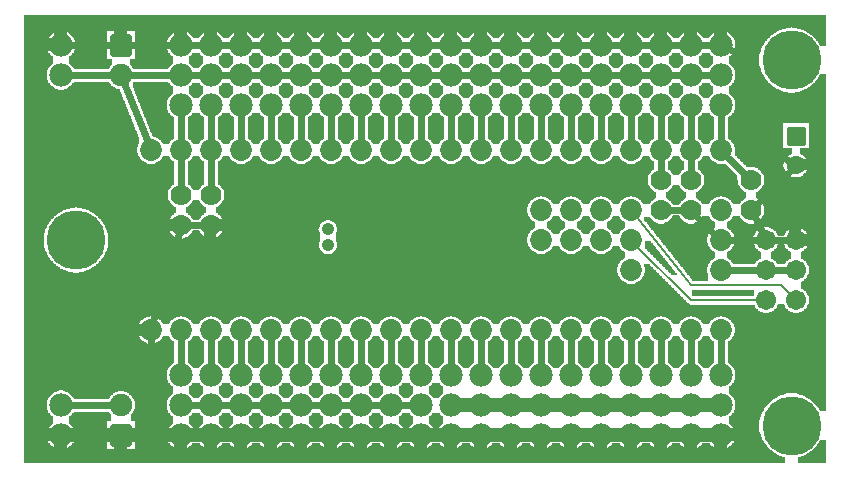
<source format=gbl>
G04 MADE WITH FRITZING*
G04 WWW.FRITZING.ORG*
G04 DOUBLE SIDED*
G04 HOLES PLATED*
G04 CONTOUR ON CENTER OF CONTOUR VECTOR*
%ASAXBY*%
%FSLAX23Y23*%
%MOIN*%
%OFA0B0*%
%SFA1.0B1.0*%
%ADD10C,0.075000*%
%ADD11C,0.072892*%
%ADD12C,0.042000*%
%ADD13C,0.067559*%
%ADD14C,0.062992*%
%ADD15C,0.078000*%
%ADD16C,0.070000*%
%ADD17C,0.196851*%
%ADD18C,0.024000*%
%ADD19C,0.008000*%
%ADD20C,0.048000*%
%ADD21C,0.015748*%
%ADD22C,0.020000*%
%LNCOPPER0*%
G90*
G70*
G54D10*
X2365Y983D03*
X2254Y770D03*
X116Y1214D03*
G54D11*
X464Y1084D03*
X2364Y684D03*
X1764Y784D03*
X1864Y784D03*
X1964Y784D03*
X2064Y784D03*
X1764Y884D03*
X1864Y884D03*
X1964Y884D03*
X2064Y884D03*
X1164Y1084D03*
X1064Y1084D03*
X964Y1084D03*
X864Y1084D03*
X764Y1084D03*
X664Y1084D03*
X564Y1084D03*
X564Y484D03*
X1664Y484D03*
X1764Y484D03*
X1864Y484D03*
X1964Y484D03*
X2064Y484D03*
X2164Y484D03*
X2264Y484D03*
X2364Y484D03*
X664Y484D03*
X764Y484D03*
X864Y484D03*
X964Y484D03*
X1064Y484D03*
X1164Y484D03*
X1264Y484D03*
X1364Y484D03*
X1464Y484D03*
X1564Y484D03*
G54D12*
X1054Y820D03*
X1054Y768D03*
G54D11*
X1364Y1084D03*
X1264Y1084D03*
X1664Y1084D03*
X1764Y1084D03*
X1864Y1084D03*
X1964Y1084D03*
X2064Y1084D03*
X2164Y1084D03*
X2264Y1084D03*
X2364Y1084D03*
X464Y484D03*
X2364Y784D03*
X1464Y1084D03*
X1564Y1084D03*
X2364Y884D03*
X2064Y684D03*
G54D13*
X2514Y784D03*
X2514Y684D03*
X2514Y584D03*
X2614Y784D03*
X2614Y684D03*
X2614Y584D03*
G54D14*
X2614Y1132D03*
X2614Y1034D03*
G54D10*
X364Y134D03*
X364Y234D03*
X364Y1434D03*
X364Y1334D03*
G54D15*
X564Y234D03*
X664Y234D03*
X764Y234D03*
X864Y234D03*
X964Y234D03*
X1064Y234D03*
X1164Y234D03*
X1264Y234D03*
X1364Y234D03*
X564Y1334D03*
X664Y1334D03*
X764Y1334D03*
X864Y1334D03*
X964Y1334D03*
X1064Y1334D03*
X1164Y1334D03*
X1264Y1334D03*
X1364Y1334D03*
X1464Y1334D03*
X1564Y1334D03*
X1664Y1334D03*
X1764Y1334D03*
X1864Y1334D03*
X1964Y1334D03*
X2064Y1334D03*
X2164Y1334D03*
X2264Y1334D03*
X2364Y1334D03*
X564Y1434D03*
X664Y1434D03*
X764Y1434D03*
X864Y1434D03*
X964Y1434D03*
X1064Y1434D03*
X1164Y1434D03*
X1264Y1434D03*
X1364Y1434D03*
X1464Y1434D03*
X1564Y1434D03*
X1664Y1434D03*
X1764Y1434D03*
X1864Y1434D03*
X1964Y1434D03*
X2064Y1434D03*
X2164Y1434D03*
X2264Y1434D03*
X2364Y1434D03*
X1464Y234D03*
X1564Y234D03*
X1664Y234D03*
X1764Y234D03*
X1864Y234D03*
X1964Y234D03*
X2064Y234D03*
X2164Y234D03*
X2264Y234D03*
X2364Y234D03*
X564Y134D03*
X664Y134D03*
X764Y134D03*
X864Y134D03*
X964Y134D03*
X1064Y134D03*
X1164Y134D03*
X1264Y134D03*
X1364Y134D03*
X1464Y134D03*
X1564Y134D03*
X1664Y134D03*
X1764Y134D03*
X1864Y134D03*
X1964Y134D03*
X2064Y134D03*
X2164Y134D03*
X2264Y134D03*
X2364Y134D03*
X564Y334D03*
X664Y334D03*
X764Y334D03*
X864Y334D03*
X964Y334D03*
X1064Y334D03*
X1164Y334D03*
X1264Y334D03*
X1364Y334D03*
X1464Y334D03*
X1564Y334D03*
X1664Y334D03*
X1764Y334D03*
X1864Y334D03*
X1964Y334D03*
X2064Y334D03*
X2164Y334D03*
X2264Y334D03*
X2364Y334D03*
X564Y1234D03*
X664Y1234D03*
X764Y1234D03*
X864Y1234D03*
X964Y1234D03*
X1064Y1234D03*
X1164Y1234D03*
X1264Y1234D03*
X1364Y1234D03*
X1464Y1234D03*
X1564Y1234D03*
X1664Y1234D03*
X1764Y1234D03*
X1864Y1234D03*
X1964Y1234D03*
X2064Y1234D03*
X2164Y1234D03*
X2264Y1234D03*
X2364Y1234D03*
G54D16*
X2164Y984D03*
X2164Y883D03*
X2264Y984D03*
X2264Y883D03*
X564Y834D03*
X564Y934D03*
X664Y834D03*
X664Y934D03*
X2464Y984D03*
X2464Y883D03*
G54D15*
X164Y134D03*
X164Y234D03*
X164Y1434D03*
X164Y1334D03*
G54D17*
X2599Y1384D03*
X2599Y165D03*
X214Y784D03*
G54D18*
X375Y1307D02*
X453Y1112D01*
D02*
X564Y1114D02*
X564Y1203D01*
D02*
X664Y1114D02*
X664Y1203D01*
D02*
X764Y1114D02*
X764Y1203D01*
D02*
X864Y1114D02*
X864Y1203D01*
D02*
X964Y1114D02*
X964Y1203D01*
D02*
X1064Y1114D02*
X1064Y1203D01*
D02*
X1164Y1114D02*
X1164Y1203D01*
D02*
X1264Y1114D02*
X1264Y1203D01*
D02*
X1364Y1114D02*
X1364Y1203D01*
D02*
X1464Y1114D02*
X1464Y1203D01*
D02*
X1764Y1114D02*
X1764Y1203D01*
D02*
X1664Y1114D02*
X1664Y1203D01*
D02*
X1564Y1114D02*
X1564Y1203D01*
D02*
X1864Y1114D02*
X1864Y1203D01*
D02*
X1964Y1114D02*
X1964Y1203D01*
D02*
X2064Y1114D02*
X2064Y1203D01*
D02*
X2264Y1114D02*
X2264Y1203D01*
D02*
X2364Y1114D02*
X2364Y1203D01*
D02*
X2164Y1114D02*
X2164Y1203D01*
D02*
X2164Y1010D02*
X2164Y1053D01*
D02*
X2264Y1010D02*
X2264Y1053D01*
D02*
X2446Y1002D02*
X2385Y1062D01*
D02*
X2264Y453D02*
X2264Y364D01*
D02*
X2364Y453D02*
X2364Y364D01*
D02*
X2164Y453D02*
X2164Y364D01*
D02*
X2064Y453D02*
X2064Y364D01*
D02*
X1964Y453D02*
X1964Y364D01*
D02*
X1864Y453D02*
X1864Y364D01*
D02*
X1664Y453D02*
X1664Y364D01*
D02*
X1764Y453D02*
X1764Y364D01*
D02*
X1564Y453D02*
X1564Y364D01*
D02*
X1464Y453D02*
X1464Y364D01*
D02*
X1364Y453D02*
X1364Y364D01*
D02*
X1164Y453D02*
X1164Y364D01*
D02*
X1264Y453D02*
X1264Y364D01*
D02*
X1064Y453D02*
X1064Y364D01*
D02*
X964Y453D02*
X964Y364D01*
D02*
X864Y453D02*
X864Y364D01*
D02*
X764Y453D02*
X764Y364D01*
D02*
X664Y453D02*
X664Y364D01*
D02*
X564Y453D02*
X564Y364D01*
D02*
X464Y134D02*
X464Y453D01*
D02*
X534Y134D02*
X464Y134D01*
D02*
X472Y513D02*
X557Y808D01*
D02*
X564Y960D02*
X564Y1053D01*
D02*
X664Y960D02*
X664Y1053D01*
D02*
X2394Y784D02*
X2489Y784D01*
D02*
X2539Y784D02*
X2589Y784D01*
G54D19*
D02*
X2264Y584D02*
X2495Y584D01*
D02*
X2082Y766D02*
X2264Y584D01*
D02*
X2564Y634D02*
X2600Y597D01*
D02*
X2264Y634D02*
X2564Y634D01*
D02*
X2079Y864D02*
X2264Y634D01*
G54D18*
D02*
X2394Y684D02*
X2489Y684D01*
D02*
X2539Y684D02*
X2589Y684D01*
D02*
X2342Y805D02*
X2282Y865D01*
D02*
X2476Y860D02*
X2503Y806D01*
D02*
X2595Y1015D02*
X2482Y902D01*
D02*
X2465Y1134D02*
X2592Y1049D01*
D02*
X2465Y1383D02*
X2465Y1134D01*
D02*
X2391Y1420D02*
X2465Y1383D01*
D02*
X590Y834D02*
X638Y834D01*
D02*
X2238Y883D02*
X2190Y883D01*
D02*
X1494Y1434D02*
X1534Y1434D01*
D02*
X1594Y1434D02*
X1634Y1434D01*
D02*
X1694Y1434D02*
X1734Y1434D01*
D02*
X1794Y1434D02*
X1834Y1434D01*
D02*
X1894Y1434D02*
X1934Y1434D01*
D02*
X1994Y1434D02*
X2034Y1434D01*
D02*
X2094Y1434D02*
X2134Y1434D01*
D02*
X2194Y1434D02*
X2234Y1434D01*
D02*
X2294Y1434D02*
X2334Y1434D01*
D02*
X2294Y1334D02*
X2334Y1334D01*
D02*
X594Y1434D02*
X634Y1434D01*
D02*
X694Y1434D02*
X734Y1434D01*
D02*
X794Y1434D02*
X834Y1434D01*
D02*
X894Y1434D02*
X934Y1434D01*
D02*
X994Y1434D02*
X1034Y1434D01*
D02*
X1094Y1434D02*
X1134Y1434D01*
D02*
X1194Y1434D02*
X1234Y1434D01*
D02*
X1294Y1434D02*
X1334Y1434D01*
D02*
X1394Y1434D02*
X1434Y1434D01*
D02*
X1294Y1334D02*
X1334Y1334D01*
D02*
X1394Y1334D02*
X1434Y1334D01*
D02*
X1494Y1334D02*
X1534Y1334D01*
D02*
X1594Y1334D02*
X1634Y1334D01*
D02*
X1694Y1334D02*
X1734Y1334D01*
D02*
X1794Y1334D02*
X1834Y1334D01*
D02*
X1894Y1334D02*
X1934Y1334D01*
D02*
X1994Y1334D02*
X2034Y1334D01*
D02*
X2094Y1334D02*
X2134Y1334D01*
D02*
X2194Y1334D02*
X2234Y1334D01*
D02*
X335Y1434D02*
X194Y1434D01*
D02*
X393Y1434D02*
X534Y1434D01*
D02*
X393Y1334D02*
X534Y1334D01*
D02*
X594Y1334D02*
X634Y1334D01*
D02*
X694Y1334D02*
X734Y1334D01*
D02*
X794Y1334D02*
X834Y1334D01*
D02*
X894Y1334D02*
X934Y1334D01*
D02*
X994Y1334D02*
X1034Y1334D01*
D02*
X1094Y1334D02*
X1134Y1334D01*
D02*
X1194Y1334D02*
X1234Y1334D01*
G54D20*
D02*
X1605Y134D02*
X1623Y134D01*
D02*
X1705Y134D02*
X1723Y134D01*
D02*
X1805Y134D02*
X1823Y134D01*
D02*
X1905Y134D02*
X1923Y134D01*
D02*
X2005Y134D02*
X2023Y134D01*
D02*
X2105Y134D02*
X2123Y134D01*
D02*
X2205Y134D02*
X2223Y134D01*
D02*
X2305Y134D02*
X2323Y134D01*
G54D18*
D02*
X335Y1334D02*
X194Y1334D01*
G54D20*
D02*
X605Y134D02*
X623Y134D01*
D02*
X705Y134D02*
X723Y134D01*
D02*
X805Y134D02*
X823Y134D01*
D02*
X905Y134D02*
X923Y134D01*
D02*
X1005Y134D02*
X1023Y134D01*
D02*
X1105Y134D02*
X1123Y134D01*
D02*
X1205Y134D02*
X1223Y134D01*
D02*
X1305Y134D02*
X1323Y134D01*
D02*
X1405Y134D02*
X1423Y134D01*
D02*
X1505Y134D02*
X1523Y134D01*
D02*
X1923Y234D02*
X1905Y234D01*
D02*
X2023Y234D02*
X2005Y234D01*
D02*
X2123Y234D02*
X2105Y234D01*
D02*
X2223Y234D02*
X2205Y234D01*
D02*
X2323Y234D02*
X2305Y234D01*
G54D18*
D02*
X194Y234D02*
X335Y234D01*
G54D20*
D02*
X324Y134D02*
X205Y134D01*
D02*
X523Y134D02*
X404Y134D01*
G54D18*
D02*
X794Y234D02*
X834Y234D01*
D02*
X894Y234D02*
X934Y234D01*
D02*
X994Y234D02*
X1034Y234D01*
D02*
X1094Y234D02*
X1134Y234D01*
D02*
X1194Y234D02*
X1234Y234D01*
D02*
X1294Y234D02*
X1334Y234D01*
G54D20*
D02*
X1523Y234D02*
X1505Y234D01*
D02*
X1623Y234D02*
X1605Y234D01*
D02*
X1723Y234D02*
X1705Y234D01*
D02*
X1823Y234D02*
X1805Y234D01*
G54D18*
D02*
X594Y234D02*
X634Y234D01*
D02*
X694Y234D02*
X734Y234D01*
G36*
X604Y1409D02*
X604Y1407D01*
X602Y1407D01*
X602Y1405D01*
X600Y1405D01*
X600Y1401D01*
X598Y1401D01*
X598Y1399D01*
X596Y1399D01*
X596Y1397D01*
X592Y1397D01*
X592Y1395D01*
X590Y1395D01*
X590Y1373D01*
X592Y1373D01*
X592Y1371D01*
X594Y1371D01*
X594Y1369D01*
X596Y1369D01*
X596Y1367D01*
X598Y1367D01*
X598Y1365D01*
X600Y1365D01*
X600Y1363D01*
X602Y1363D01*
X602Y1361D01*
X604Y1361D01*
X604Y1359D01*
X624Y1359D01*
X624Y1361D01*
X626Y1361D01*
X626Y1363D01*
X628Y1363D01*
X628Y1365D01*
X630Y1365D01*
X630Y1367D01*
X632Y1367D01*
X632Y1369D01*
X634Y1369D01*
X634Y1371D01*
X636Y1371D01*
X636Y1373D01*
X638Y1373D01*
X638Y1395D01*
X636Y1395D01*
X636Y1397D01*
X632Y1397D01*
X632Y1399D01*
X630Y1399D01*
X630Y1401D01*
X628Y1401D01*
X628Y1405D01*
X626Y1405D01*
X626Y1407D01*
X624Y1407D01*
X624Y1409D01*
X604Y1409D01*
G37*
D02*
G36*
X704Y1409D02*
X704Y1407D01*
X702Y1407D01*
X702Y1405D01*
X700Y1405D01*
X700Y1401D01*
X698Y1401D01*
X698Y1399D01*
X696Y1399D01*
X696Y1397D01*
X692Y1397D01*
X692Y1395D01*
X690Y1395D01*
X690Y1373D01*
X692Y1373D01*
X692Y1371D01*
X694Y1371D01*
X694Y1369D01*
X696Y1369D01*
X696Y1367D01*
X698Y1367D01*
X698Y1365D01*
X700Y1365D01*
X700Y1363D01*
X702Y1363D01*
X702Y1361D01*
X704Y1361D01*
X704Y1359D01*
X724Y1359D01*
X724Y1361D01*
X726Y1361D01*
X726Y1363D01*
X728Y1363D01*
X728Y1365D01*
X730Y1365D01*
X730Y1367D01*
X732Y1367D01*
X732Y1369D01*
X734Y1369D01*
X734Y1371D01*
X736Y1371D01*
X736Y1373D01*
X738Y1373D01*
X738Y1395D01*
X736Y1395D01*
X736Y1397D01*
X732Y1397D01*
X732Y1399D01*
X730Y1399D01*
X730Y1401D01*
X728Y1401D01*
X728Y1405D01*
X726Y1405D01*
X726Y1407D01*
X724Y1407D01*
X724Y1409D01*
X704Y1409D01*
G37*
D02*
G36*
X804Y1409D02*
X804Y1407D01*
X802Y1407D01*
X802Y1405D01*
X800Y1405D01*
X800Y1401D01*
X798Y1401D01*
X798Y1399D01*
X796Y1399D01*
X796Y1397D01*
X792Y1397D01*
X792Y1395D01*
X790Y1395D01*
X790Y1373D01*
X792Y1373D01*
X792Y1371D01*
X794Y1371D01*
X794Y1369D01*
X796Y1369D01*
X796Y1367D01*
X798Y1367D01*
X798Y1365D01*
X800Y1365D01*
X800Y1363D01*
X802Y1363D01*
X802Y1361D01*
X804Y1361D01*
X804Y1359D01*
X824Y1359D01*
X824Y1361D01*
X826Y1361D01*
X826Y1363D01*
X828Y1363D01*
X828Y1365D01*
X830Y1365D01*
X830Y1367D01*
X832Y1367D01*
X832Y1369D01*
X834Y1369D01*
X834Y1371D01*
X836Y1371D01*
X836Y1373D01*
X838Y1373D01*
X838Y1395D01*
X836Y1395D01*
X836Y1397D01*
X832Y1397D01*
X832Y1399D01*
X830Y1399D01*
X830Y1401D01*
X828Y1401D01*
X828Y1405D01*
X826Y1405D01*
X826Y1407D01*
X824Y1407D01*
X824Y1409D01*
X804Y1409D01*
G37*
D02*
G36*
X904Y1409D02*
X904Y1407D01*
X902Y1407D01*
X902Y1405D01*
X900Y1405D01*
X900Y1401D01*
X898Y1401D01*
X898Y1399D01*
X896Y1399D01*
X896Y1397D01*
X892Y1397D01*
X892Y1395D01*
X890Y1395D01*
X890Y1373D01*
X892Y1373D01*
X892Y1371D01*
X894Y1371D01*
X894Y1369D01*
X896Y1369D01*
X896Y1367D01*
X898Y1367D01*
X898Y1365D01*
X900Y1365D01*
X900Y1363D01*
X902Y1363D01*
X902Y1361D01*
X904Y1361D01*
X904Y1359D01*
X924Y1359D01*
X924Y1361D01*
X926Y1361D01*
X926Y1363D01*
X928Y1363D01*
X928Y1365D01*
X930Y1365D01*
X930Y1367D01*
X932Y1367D01*
X932Y1369D01*
X934Y1369D01*
X934Y1371D01*
X936Y1371D01*
X936Y1373D01*
X938Y1373D01*
X938Y1395D01*
X936Y1395D01*
X936Y1397D01*
X932Y1397D01*
X932Y1399D01*
X930Y1399D01*
X930Y1401D01*
X928Y1401D01*
X928Y1405D01*
X926Y1405D01*
X926Y1407D01*
X924Y1407D01*
X924Y1409D01*
X904Y1409D01*
G37*
D02*
G36*
X1004Y1409D02*
X1004Y1407D01*
X1002Y1407D01*
X1002Y1405D01*
X1000Y1405D01*
X1000Y1401D01*
X998Y1401D01*
X998Y1399D01*
X996Y1399D01*
X996Y1397D01*
X992Y1397D01*
X992Y1395D01*
X990Y1395D01*
X990Y1373D01*
X992Y1373D01*
X992Y1371D01*
X994Y1371D01*
X994Y1369D01*
X996Y1369D01*
X996Y1367D01*
X998Y1367D01*
X998Y1365D01*
X1000Y1365D01*
X1000Y1363D01*
X1002Y1363D01*
X1002Y1361D01*
X1004Y1361D01*
X1004Y1359D01*
X1024Y1359D01*
X1024Y1361D01*
X1026Y1361D01*
X1026Y1363D01*
X1028Y1363D01*
X1028Y1365D01*
X1030Y1365D01*
X1030Y1367D01*
X1032Y1367D01*
X1032Y1369D01*
X1034Y1369D01*
X1034Y1371D01*
X1036Y1371D01*
X1036Y1373D01*
X1038Y1373D01*
X1038Y1395D01*
X1036Y1395D01*
X1036Y1397D01*
X1032Y1397D01*
X1032Y1399D01*
X1030Y1399D01*
X1030Y1401D01*
X1028Y1401D01*
X1028Y1405D01*
X1026Y1405D01*
X1026Y1407D01*
X1024Y1407D01*
X1024Y1409D01*
X1004Y1409D01*
G37*
D02*
G36*
X1104Y1409D02*
X1104Y1407D01*
X1102Y1407D01*
X1102Y1405D01*
X1100Y1405D01*
X1100Y1401D01*
X1098Y1401D01*
X1098Y1399D01*
X1096Y1399D01*
X1096Y1397D01*
X1092Y1397D01*
X1092Y1395D01*
X1090Y1395D01*
X1090Y1373D01*
X1092Y1373D01*
X1092Y1371D01*
X1094Y1371D01*
X1094Y1369D01*
X1096Y1369D01*
X1096Y1367D01*
X1098Y1367D01*
X1098Y1365D01*
X1100Y1365D01*
X1100Y1363D01*
X1102Y1363D01*
X1102Y1361D01*
X1104Y1361D01*
X1104Y1359D01*
X1124Y1359D01*
X1124Y1361D01*
X1126Y1361D01*
X1126Y1363D01*
X1128Y1363D01*
X1128Y1365D01*
X1130Y1365D01*
X1130Y1367D01*
X1132Y1367D01*
X1132Y1369D01*
X1134Y1369D01*
X1134Y1371D01*
X1136Y1371D01*
X1136Y1373D01*
X1138Y1373D01*
X1138Y1395D01*
X1136Y1395D01*
X1136Y1397D01*
X1132Y1397D01*
X1132Y1399D01*
X1130Y1399D01*
X1130Y1401D01*
X1128Y1401D01*
X1128Y1405D01*
X1126Y1405D01*
X1126Y1407D01*
X1124Y1407D01*
X1124Y1409D01*
X1104Y1409D01*
G37*
D02*
G36*
X1204Y1409D02*
X1204Y1407D01*
X1202Y1407D01*
X1202Y1405D01*
X1200Y1405D01*
X1200Y1401D01*
X1198Y1401D01*
X1198Y1399D01*
X1196Y1399D01*
X1196Y1397D01*
X1192Y1397D01*
X1192Y1395D01*
X1190Y1395D01*
X1190Y1373D01*
X1192Y1373D01*
X1192Y1371D01*
X1194Y1371D01*
X1194Y1369D01*
X1196Y1369D01*
X1196Y1367D01*
X1198Y1367D01*
X1198Y1365D01*
X1200Y1365D01*
X1200Y1363D01*
X1202Y1363D01*
X1202Y1361D01*
X1204Y1361D01*
X1204Y1359D01*
X1224Y1359D01*
X1224Y1361D01*
X1226Y1361D01*
X1226Y1363D01*
X1228Y1363D01*
X1228Y1365D01*
X1230Y1365D01*
X1230Y1367D01*
X1232Y1367D01*
X1232Y1369D01*
X1234Y1369D01*
X1234Y1371D01*
X1236Y1371D01*
X1236Y1373D01*
X1238Y1373D01*
X1238Y1395D01*
X1236Y1395D01*
X1236Y1397D01*
X1232Y1397D01*
X1232Y1399D01*
X1230Y1399D01*
X1230Y1401D01*
X1228Y1401D01*
X1228Y1405D01*
X1226Y1405D01*
X1226Y1407D01*
X1224Y1407D01*
X1224Y1409D01*
X1204Y1409D01*
G37*
D02*
G36*
X1304Y1409D02*
X1304Y1407D01*
X1302Y1407D01*
X1302Y1405D01*
X1300Y1405D01*
X1300Y1401D01*
X1298Y1401D01*
X1298Y1399D01*
X1296Y1399D01*
X1296Y1397D01*
X1292Y1397D01*
X1292Y1395D01*
X1290Y1395D01*
X1290Y1373D01*
X1292Y1373D01*
X1292Y1371D01*
X1294Y1371D01*
X1294Y1369D01*
X1296Y1369D01*
X1296Y1367D01*
X1298Y1367D01*
X1298Y1365D01*
X1300Y1365D01*
X1300Y1363D01*
X1302Y1363D01*
X1302Y1361D01*
X1304Y1361D01*
X1304Y1359D01*
X1324Y1359D01*
X1324Y1361D01*
X1326Y1361D01*
X1326Y1363D01*
X1328Y1363D01*
X1328Y1365D01*
X1330Y1365D01*
X1330Y1367D01*
X1332Y1367D01*
X1332Y1369D01*
X1334Y1369D01*
X1334Y1371D01*
X1336Y1371D01*
X1336Y1373D01*
X1338Y1373D01*
X1338Y1395D01*
X1336Y1395D01*
X1336Y1397D01*
X1332Y1397D01*
X1332Y1399D01*
X1330Y1399D01*
X1330Y1401D01*
X1328Y1401D01*
X1328Y1405D01*
X1326Y1405D01*
X1326Y1407D01*
X1324Y1407D01*
X1324Y1409D01*
X1304Y1409D01*
G37*
D02*
G36*
X1404Y1409D02*
X1404Y1407D01*
X1402Y1407D01*
X1402Y1405D01*
X1400Y1405D01*
X1400Y1401D01*
X1398Y1401D01*
X1398Y1399D01*
X1396Y1399D01*
X1396Y1397D01*
X1392Y1397D01*
X1392Y1395D01*
X1390Y1395D01*
X1390Y1373D01*
X1392Y1373D01*
X1392Y1371D01*
X1394Y1371D01*
X1394Y1369D01*
X1396Y1369D01*
X1396Y1367D01*
X1398Y1367D01*
X1398Y1365D01*
X1400Y1365D01*
X1400Y1363D01*
X1402Y1363D01*
X1402Y1361D01*
X1404Y1361D01*
X1404Y1359D01*
X1424Y1359D01*
X1424Y1361D01*
X1426Y1361D01*
X1426Y1363D01*
X1428Y1363D01*
X1428Y1365D01*
X1430Y1365D01*
X1430Y1367D01*
X1432Y1367D01*
X1432Y1369D01*
X1434Y1369D01*
X1434Y1371D01*
X1436Y1371D01*
X1436Y1373D01*
X1438Y1373D01*
X1438Y1395D01*
X1436Y1395D01*
X1436Y1397D01*
X1432Y1397D01*
X1432Y1399D01*
X1430Y1399D01*
X1430Y1401D01*
X1428Y1401D01*
X1428Y1405D01*
X1426Y1405D01*
X1426Y1407D01*
X1424Y1407D01*
X1424Y1409D01*
X1404Y1409D01*
G37*
D02*
G36*
X1504Y1409D02*
X1504Y1407D01*
X1502Y1407D01*
X1502Y1405D01*
X1500Y1405D01*
X1500Y1401D01*
X1498Y1401D01*
X1498Y1399D01*
X1496Y1399D01*
X1496Y1397D01*
X1492Y1397D01*
X1492Y1395D01*
X1490Y1395D01*
X1490Y1373D01*
X1492Y1373D01*
X1492Y1371D01*
X1494Y1371D01*
X1494Y1369D01*
X1496Y1369D01*
X1496Y1367D01*
X1498Y1367D01*
X1498Y1365D01*
X1500Y1365D01*
X1500Y1363D01*
X1502Y1363D01*
X1502Y1361D01*
X1504Y1361D01*
X1504Y1359D01*
X1524Y1359D01*
X1524Y1361D01*
X1526Y1361D01*
X1526Y1363D01*
X1528Y1363D01*
X1528Y1365D01*
X1530Y1365D01*
X1530Y1367D01*
X1532Y1367D01*
X1532Y1369D01*
X1534Y1369D01*
X1534Y1371D01*
X1536Y1371D01*
X1536Y1373D01*
X1538Y1373D01*
X1538Y1395D01*
X1536Y1395D01*
X1536Y1397D01*
X1532Y1397D01*
X1532Y1399D01*
X1530Y1399D01*
X1530Y1401D01*
X1528Y1401D01*
X1528Y1405D01*
X1526Y1405D01*
X1526Y1407D01*
X1524Y1407D01*
X1524Y1409D01*
X1504Y1409D01*
G37*
D02*
G36*
X1604Y1409D02*
X1604Y1407D01*
X1602Y1407D01*
X1602Y1405D01*
X1600Y1405D01*
X1600Y1401D01*
X1598Y1401D01*
X1598Y1399D01*
X1596Y1399D01*
X1596Y1397D01*
X1592Y1397D01*
X1592Y1395D01*
X1590Y1395D01*
X1590Y1373D01*
X1592Y1373D01*
X1592Y1371D01*
X1594Y1371D01*
X1594Y1369D01*
X1596Y1369D01*
X1596Y1367D01*
X1598Y1367D01*
X1598Y1365D01*
X1600Y1365D01*
X1600Y1363D01*
X1602Y1363D01*
X1602Y1361D01*
X1604Y1361D01*
X1604Y1359D01*
X1624Y1359D01*
X1624Y1361D01*
X1626Y1361D01*
X1626Y1363D01*
X1628Y1363D01*
X1628Y1365D01*
X1630Y1365D01*
X1630Y1367D01*
X1632Y1367D01*
X1632Y1369D01*
X1634Y1369D01*
X1634Y1371D01*
X1636Y1371D01*
X1636Y1373D01*
X1638Y1373D01*
X1638Y1395D01*
X1636Y1395D01*
X1636Y1397D01*
X1632Y1397D01*
X1632Y1399D01*
X1630Y1399D01*
X1630Y1401D01*
X1628Y1401D01*
X1628Y1405D01*
X1626Y1405D01*
X1626Y1407D01*
X1624Y1407D01*
X1624Y1409D01*
X1604Y1409D01*
G37*
D02*
G36*
X1704Y1409D02*
X1704Y1407D01*
X1702Y1407D01*
X1702Y1405D01*
X1700Y1405D01*
X1700Y1401D01*
X1698Y1401D01*
X1698Y1399D01*
X1696Y1399D01*
X1696Y1397D01*
X1692Y1397D01*
X1692Y1395D01*
X1690Y1395D01*
X1690Y1373D01*
X1692Y1373D01*
X1692Y1371D01*
X1694Y1371D01*
X1694Y1369D01*
X1696Y1369D01*
X1696Y1367D01*
X1698Y1367D01*
X1698Y1365D01*
X1700Y1365D01*
X1700Y1363D01*
X1702Y1363D01*
X1702Y1361D01*
X1704Y1361D01*
X1704Y1359D01*
X1724Y1359D01*
X1724Y1361D01*
X1726Y1361D01*
X1726Y1363D01*
X1728Y1363D01*
X1728Y1365D01*
X1730Y1365D01*
X1730Y1367D01*
X1732Y1367D01*
X1732Y1369D01*
X1734Y1369D01*
X1734Y1371D01*
X1736Y1371D01*
X1736Y1373D01*
X1738Y1373D01*
X1738Y1395D01*
X1736Y1395D01*
X1736Y1397D01*
X1732Y1397D01*
X1732Y1399D01*
X1730Y1399D01*
X1730Y1401D01*
X1728Y1401D01*
X1728Y1405D01*
X1726Y1405D01*
X1726Y1407D01*
X1724Y1407D01*
X1724Y1409D01*
X1704Y1409D01*
G37*
D02*
G36*
X1804Y1409D02*
X1804Y1407D01*
X1802Y1407D01*
X1802Y1405D01*
X1800Y1405D01*
X1800Y1401D01*
X1798Y1401D01*
X1798Y1399D01*
X1796Y1399D01*
X1796Y1397D01*
X1792Y1397D01*
X1792Y1395D01*
X1790Y1395D01*
X1790Y1373D01*
X1792Y1373D01*
X1792Y1371D01*
X1794Y1371D01*
X1794Y1369D01*
X1796Y1369D01*
X1796Y1367D01*
X1798Y1367D01*
X1798Y1365D01*
X1800Y1365D01*
X1800Y1363D01*
X1802Y1363D01*
X1802Y1361D01*
X1804Y1361D01*
X1804Y1359D01*
X1824Y1359D01*
X1824Y1361D01*
X1826Y1361D01*
X1826Y1363D01*
X1828Y1363D01*
X1828Y1365D01*
X1830Y1365D01*
X1830Y1367D01*
X1832Y1367D01*
X1832Y1369D01*
X1834Y1369D01*
X1834Y1371D01*
X1836Y1371D01*
X1836Y1373D01*
X1838Y1373D01*
X1838Y1395D01*
X1836Y1395D01*
X1836Y1397D01*
X1832Y1397D01*
X1832Y1399D01*
X1830Y1399D01*
X1830Y1401D01*
X1828Y1401D01*
X1828Y1405D01*
X1826Y1405D01*
X1826Y1407D01*
X1824Y1407D01*
X1824Y1409D01*
X1804Y1409D01*
G37*
D02*
G36*
X1904Y1409D02*
X1904Y1407D01*
X1902Y1407D01*
X1902Y1405D01*
X1900Y1405D01*
X1900Y1401D01*
X1898Y1401D01*
X1898Y1399D01*
X1896Y1399D01*
X1896Y1397D01*
X1892Y1397D01*
X1892Y1395D01*
X1890Y1395D01*
X1890Y1373D01*
X1892Y1373D01*
X1892Y1371D01*
X1894Y1371D01*
X1894Y1369D01*
X1896Y1369D01*
X1896Y1367D01*
X1898Y1367D01*
X1898Y1365D01*
X1900Y1365D01*
X1900Y1363D01*
X1902Y1363D01*
X1902Y1361D01*
X1904Y1361D01*
X1904Y1359D01*
X1924Y1359D01*
X1924Y1361D01*
X1926Y1361D01*
X1926Y1363D01*
X1928Y1363D01*
X1928Y1365D01*
X1930Y1365D01*
X1930Y1367D01*
X1932Y1367D01*
X1932Y1369D01*
X1934Y1369D01*
X1934Y1371D01*
X1936Y1371D01*
X1936Y1373D01*
X1938Y1373D01*
X1938Y1395D01*
X1936Y1395D01*
X1936Y1397D01*
X1932Y1397D01*
X1932Y1399D01*
X1930Y1399D01*
X1930Y1401D01*
X1928Y1401D01*
X1928Y1405D01*
X1926Y1405D01*
X1926Y1407D01*
X1924Y1407D01*
X1924Y1409D01*
X1904Y1409D01*
G37*
D02*
G36*
X2004Y1409D02*
X2004Y1407D01*
X2002Y1407D01*
X2002Y1405D01*
X2000Y1405D01*
X2000Y1401D01*
X1998Y1401D01*
X1998Y1399D01*
X1996Y1399D01*
X1996Y1397D01*
X1992Y1397D01*
X1992Y1395D01*
X1990Y1395D01*
X1990Y1373D01*
X1992Y1373D01*
X1992Y1371D01*
X1994Y1371D01*
X1994Y1369D01*
X1996Y1369D01*
X1996Y1367D01*
X1998Y1367D01*
X1998Y1365D01*
X2000Y1365D01*
X2000Y1363D01*
X2002Y1363D01*
X2002Y1361D01*
X2004Y1361D01*
X2004Y1359D01*
X2024Y1359D01*
X2024Y1361D01*
X2026Y1361D01*
X2026Y1363D01*
X2028Y1363D01*
X2028Y1365D01*
X2030Y1365D01*
X2030Y1367D01*
X2032Y1367D01*
X2032Y1369D01*
X2034Y1369D01*
X2034Y1371D01*
X2036Y1371D01*
X2036Y1373D01*
X2038Y1373D01*
X2038Y1395D01*
X2036Y1395D01*
X2036Y1397D01*
X2032Y1397D01*
X2032Y1399D01*
X2030Y1399D01*
X2030Y1401D01*
X2028Y1401D01*
X2028Y1405D01*
X2026Y1405D01*
X2026Y1407D01*
X2024Y1407D01*
X2024Y1409D01*
X2004Y1409D01*
G37*
D02*
G36*
X2104Y1409D02*
X2104Y1407D01*
X2102Y1407D01*
X2102Y1405D01*
X2100Y1405D01*
X2100Y1401D01*
X2098Y1401D01*
X2098Y1399D01*
X2096Y1399D01*
X2096Y1397D01*
X2092Y1397D01*
X2092Y1395D01*
X2090Y1395D01*
X2090Y1373D01*
X2092Y1373D01*
X2092Y1371D01*
X2094Y1371D01*
X2094Y1369D01*
X2096Y1369D01*
X2096Y1367D01*
X2098Y1367D01*
X2098Y1365D01*
X2100Y1365D01*
X2100Y1363D01*
X2102Y1363D01*
X2102Y1361D01*
X2104Y1361D01*
X2104Y1359D01*
X2124Y1359D01*
X2124Y1361D01*
X2126Y1361D01*
X2126Y1363D01*
X2128Y1363D01*
X2128Y1365D01*
X2130Y1365D01*
X2130Y1367D01*
X2132Y1367D01*
X2132Y1369D01*
X2134Y1369D01*
X2134Y1371D01*
X2136Y1371D01*
X2136Y1373D01*
X2138Y1373D01*
X2138Y1395D01*
X2136Y1395D01*
X2136Y1397D01*
X2132Y1397D01*
X2132Y1399D01*
X2130Y1399D01*
X2130Y1401D01*
X2128Y1401D01*
X2128Y1405D01*
X2126Y1405D01*
X2126Y1407D01*
X2124Y1407D01*
X2124Y1409D01*
X2104Y1409D01*
G37*
D02*
G36*
X2204Y1409D02*
X2204Y1407D01*
X2202Y1407D01*
X2202Y1405D01*
X2200Y1405D01*
X2200Y1401D01*
X2198Y1401D01*
X2198Y1399D01*
X2196Y1399D01*
X2196Y1397D01*
X2192Y1397D01*
X2192Y1395D01*
X2190Y1395D01*
X2190Y1373D01*
X2192Y1373D01*
X2192Y1371D01*
X2194Y1371D01*
X2194Y1369D01*
X2196Y1369D01*
X2196Y1367D01*
X2198Y1367D01*
X2198Y1365D01*
X2200Y1365D01*
X2200Y1363D01*
X2202Y1363D01*
X2202Y1361D01*
X2204Y1361D01*
X2204Y1359D01*
X2224Y1359D01*
X2224Y1361D01*
X2226Y1361D01*
X2226Y1363D01*
X2228Y1363D01*
X2228Y1365D01*
X2230Y1365D01*
X2230Y1367D01*
X2232Y1367D01*
X2232Y1369D01*
X2234Y1369D01*
X2234Y1371D01*
X2236Y1371D01*
X2236Y1373D01*
X2238Y1373D01*
X2238Y1395D01*
X2236Y1395D01*
X2236Y1397D01*
X2232Y1397D01*
X2232Y1399D01*
X2230Y1399D01*
X2230Y1401D01*
X2228Y1401D01*
X2228Y1405D01*
X2226Y1405D01*
X2226Y1407D01*
X2224Y1407D01*
X2224Y1409D01*
X2204Y1409D01*
G37*
D02*
G36*
X2304Y1409D02*
X2304Y1407D01*
X2302Y1407D01*
X2302Y1405D01*
X2300Y1405D01*
X2300Y1401D01*
X2298Y1401D01*
X2298Y1399D01*
X2296Y1399D01*
X2296Y1397D01*
X2292Y1397D01*
X2292Y1395D01*
X2290Y1395D01*
X2290Y1373D01*
X2292Y1373D01*
X2292Y1371D01*
X2294Y1371D01*
X2294Y1369D01*
X2296Y1369D01*
X2296Y1367D01*
X2298Y1367D01*
X2298Y1365D01*
X2300Y1365D01*
X2300Y1363D01*
X2302Y1363D01*
X2302Y1361D01*
X2304Y1361D01*
X2304Y1359D01*
X2324Y1359D01*
X2324Y1361D01*
X2326Y1361D01*
X2326Y1363D01*
X2328Y1363D01*
X2328Y1365D01*
X2330Y1365D01*
X2330Y1367D01*
X2332Y1367D01*
X2332Y1369D01*
X2334Y1369D01*
X2334Y1371D01*
X2336Y1371D01*
X2336Y1373D01*
X2338Y1373D01*
X2338Y1395D01*
X2336Y1395D01*
X2336Y1397D01*
X2332Y1397D01*
X2332Y1399D01*
X2330Y1399D01*
X2330Y1401D01*
X2328Y1401D01*
X2328Y1405D01*
X2326Y1405D01*
X2326Y1407D01*
X2324Y1407D01*
X2324Y1409D01*
X2304Y1409D01*
G37*
D02*
G36*
X404Y1311D02*
X404Y1291D01*
X406Y1291D01*
X406Y1285D01*
X408Y1285D01*
X408Y1281D01*
X410Y1281D01*
X410Y1275D01*
X412Y1275D01*
X412Y1271D01*
X414Y1271D01*
X414Y1265D01*
X416Y1265D01*
X416Y1261D01*
X418Y1261D01*
X418Y1255D01*
X420Y1255D01*
X420Y1251D01*
X422Y1251D01*
X422Y1245D01*
X424Y1245D01*
X424Y1241D01*
X426Y1241D01*
X426Y1235D01*
X428Y1235D01*
X428Y1231D01*
X430Y1231D01*
X430Y1225D01*
X432Y1225D01*
X432Y1221D01*
X434Y1221D01*
X434Y1215D01*
X436Y1215D01*
X436Y1211D01*
X438Y1211D01*
X438Y1205D01*
X440Y1205D01*
X440Y1201D01*
X442Y1201D01*
X442Y1195D01*
X444Y1195D01*
X444Y1191D01*
X446Y1191D01*
X446Y1185D01*
X448Y1185D01*
X448Y1181D01*
X450Y1181D01*
X450Y1175D01*
X452Y1175D01*
X452Y1171D01*
X454Y1171D01*
X454Y1165D01*
X456Y1165D01*
X456Y1161D01*
X458Y1161D01*
X458Y1155D01*
X460Y1155D01*
X460Y1151D01*
X462Y1151D01*
X462Y1145D01*
X464Y1145D01*
X464Y1141D01*
X466Y1141D01*
X466Y1135D01*
X468Y1135D01*
X468Y1131D01*
X470Y1131D01*
X470Y1129D01*
X476Y1129D01*
X476Y1127D01*
X482Y1127D01*
X482Y1125D01*
X484Y1125D01*
X484Y1123D01*
X488Y1123D01*
X488Y1121D01*
X490Y1121D01*
X490Y1119D01*
X494Y1119D01*
X494Y1117D01*
X496Y1117D01*
X496Y1115D01*
X498Y1115D01*
X498Y1111D01*
X500Y1111D01*
X500Y1109D01*
X502Y1109D01*
X502Y1107D01*
X504Y1107D01*
X504Y1103D01*
X524Y1103D01*
X524Y1107D01*
X526Y1107D01*
X526Y1109D01*
X528Y1109D01*
X528Y1113D01*
X530Y1113D01*
X530Y1115D01*
X532Y1115D01*
X532Y1117D01*
X534Y1117D01*
X534Y1119D01*
X538Y1119D01*
X538Y1121D01*
X540Y1121D01*
X540Y1123D01*
X542Y1123D01*
X542Y1191D01*
X540Y1191D01*
X540Y1193D01*
X538Y1193D01*
X538Y1195D01*
X536Y1195D01*
X536Y1197D01*
X532Y1197D01*
X532Y1199D01*
X530Y1199D01*
X530Y1201D01*
X528Y1201D01*
X528Y1205D01*
X526Y1205D01*
X526Y1207D01*
X524Y1207D01*
X524Y1209D01*
X522Y1209D01*
X522Y1213D01*
X520Y1213D01*
X520Y1217D01*
X518Y1217D01*
X518Y1223D01*
X516Y1223D01*
X516Y1233D01*
X514Y1233D01*
X514Y1235D01*
X516Y1235D01*
X516Y1245D01*
X518Y1245D01*
X518Y1251D01*
X520Y1251D01*
X520Y1255D01*
X522Y1255D01*
X522Y1259D01*
X524Y1259D01*
X524Y1261D01*
X526Y1261D01*
X526Y1263D01*
X528Y1263D01*
X528Y1265D01*
X530Y1265D01*
X530Y1267D01*
X532Y1267D01*
X532Y1269D01*
X534Y1269D01*
X534Y1271D01*
X536Y1271D01*
X536Y1273D01*
X538Y1273D01*
X538Y1295D01*
X536Y1295D01*
X536Y1297D01*
X532Y1297D01*
X532Y1299D01*
X530Y1299D01*
X530Y1301D01*
X528Y1301D01*
X528Y1305D01*
X526Y1305D01*
X526Y1307D01*
X524Y1307D01*
X524Y1309D01*
X522Y1309D01*
X522Y1311D01*
X404Y1311D01*
G37*
D02*
G36*
X604Y1309D02*
X604Y1307D01*
X602Y1307D01*
X602Y1305D01*
X600Y1305D01*
X600Y1301D01*
X598Y1301D01*
X598Y1299D01*
X596Y1299D01*
X596Y1297D01*
X592Y1297D01*
X592Y1295D01*
X590Y1295D01*
X590Y1273D01*
X592Y1273D01*
X592Y1271D01*
X594Y1271D01*
X594Y1269D01*
X596Y1269D01*
X596Y1267D01*
X598Y1267D01*
X598Y1265D01*
X600Y1265D01*
X600Y1263D01*
X602Y1263D01*
X602Y1261D01*
X604Y1261D01*
X604Y1259D01*
X624Y1259D01*
X624Y1261D01*
X626Y1261D01*
X626Y1263D01*
X628Y1263D01*
X628Y1265D01*
X630Y1265D01*
X630Y1267D01*
X632Y1267D01*
X632Y1269D01*
X634Y1269D01*
X634Y1271D01*
X636Y1271D01*
X636Y1273D01*
X638Y1273D01*
X638Y1295D01*
X636Y1295D01*
X636Y1297D01*
X632Y1297D01*
X632Y1299D01*
X630Y1299D01*
X630Y1301D01*
X628Y1301D01*
X628Y1305D01*
X626Y1305D01*
X626Y1307D01*
X624Y1307D01*
X624Y1309D01*
X604Y1309D01*
G37*
D02*
G36*
X704Y1309D02*
X704Y1307D01*
X702Y1307D01*
X702Y1305D01*
X700Y1305D01*
X700Y1301D01*
X698Y1301D01*
X698Y1299D01*
X696Y1299D01*
X696Y1297D01*
X692Y1297D01*
X692Y1295D01*
X690Y1295D01*
X690Y1273D01*
X692Y1273D01*
X692Y1271D01*
X694Y1271D01*
X694Y1269D01*
X696Y1269D01*
X696Y1267D01*
X698Y1267D01*
X698Y1265D01*
X700Y1265D01*
X700Y1263D01*
X702Y1263D01*
X702Y1261D01*
X704Y1261D01*
X704Y1259D01*
X724Y1259D01*
X724Y1261D01*
X726Y1261D01*
X726Y1263D01*
X728Y1263D01*
X728Y1265D01*
X730Y1265D01*
X730Y1267D01*
X732Y1267D01*
X732Y1269D01*
X734Y1269D01*
X734Y1271D01*
X736Y1271D01*
X736Y1273D01*
X738Y1273D01*
X738Y1295D01*
X736Y1295D01*
X736Y1297D01*
X732Y1297D01*
X732Y1299D01*
X730Y1299D01*
X730Y1301D01*
X728Y1301D01*
X728Y1305D01*
X726Y1305D01*
X726Y1307D01*
X724Y1307D01*
X724Y1309D01*
X704Y1309D01*
G37*
D02*
G36*
X804Y1309D02*
X804Y1307D01*
X802Y1307D01*
X802Y1305D01*
X800Y1305D01*
X800Y1301D01*
X798Y1301D01*
X798Y1299D01*
X796Y1299D01*
X796Y1297D01*
X792Y1297D01*
X792Y1295D01*
X790Y1295D01*
X790Y1273D01*
X792Y1273D01*
X792Y1271D01*
X794Y1271D01*
X794Y1269D01*
X796Y1269D01*
X796Y1267D01*
X798Y1267D01*
X798Y1265D01*
X800Y1265D01*
X800Y1263D01*
X802Y1263D01*
X802Y1261D01*
X804Y1261D01*
X804Y1259D01*
X824Y1259D01*
X824Y1261D01*
X826Y1261D01*
X826Y1263D01*
X828Y1263D01*
X828Y1265D01*
X830Y1265D01*
X830Y1267D01*
X832Y1267D01*
X832Y1269D01*
X834Y1269D01*
X834Y1271D01*
X836Y1271D01*
X836Y1273D01*
X838Y1273D01*
X838Y1295D01*
X836Y1295D01*
X836Y1297D01*
X832Y1297D01*
X832Y1299D01*
X830Y1299D01*
X830Y1301D01*
X828Y1301D01*
X828Y1305D01*
X826Y1305D01*
X826Y1307D01*
X824Y1307D01*
X824Y1309D01*
X804Y1309D01*
G37*
D02*
G36*
X904Y1309D02*
X904Y1307D01*
X902Y1307D01*
X902Y1305D01*
X900Y1305D01*
X900Y1301D01*
X898Y1301D01*
X898Y1299D01*
X896Y1299D01*
X896Y1297D01*
X892Y1297D01*
X892Y1295D01*
X890Y1295D01*
X890Y1273D01*
X892Y1273D01*
X892Y1271D01*
X894Y1271D01*
X894Y1269D01*
X896Y1269D01*
X896Y1267D01*
X898Y1267D01*
X898Y1265D01*
X900Y1265D01*
X900Y1263D01*
X902Y1263D01*
X902Y1261D01*
X904Y1261D01*
X904Y1259D01*
X924Y1259D01*
X924Y1261D01*
X926Y1261D01*
X926Y1263D01*
X928Y1263D01*
X928Y1265D01*
X930Y1265D01*
X930Y1267D01*
X932Y1267D01*
X932Y1269D01*
X934Y1269D01*
X934Y1271D01*
X936Y1271D01*
X936Y1273D01*
X938Y1273D01*
X938Y1295D01*
X936Y1295D01*
X936Y1297D01*
X932Y1297D01*
X932Y1299D01*
X930Y1299D01*
X930Y1301D01*
X928Y1301D01*
X928Y1305D01*
X926Y1305D01*
X926Y1307D01*
X924Y1307D01*
X924Y1309D01*
X904Y1309D01*
G37*
D02*
G36*
X1004Y1309D02*
X1004Y1307D01*
X1002Y1307D01*
X1002Y1305D01*
X1000Y1305D01*
X1000Y1301D01*
X998Y1301D01*
X998Y1299D01*
X996Y1299D01*
X996Y1297D01*
X992Y1297D01*
X992Y1295D01*
X990Y1295D01*
X990Y1273D01*
X992Y1273D01*
X992Y1271D01*
X994Y1271D01*
X994Y1269D01*
X996Y1269D01*
X996Y1267D01*
X998Y1267D01*
X998Y1265D01*
X1000Y1265D01*
X1000Y1263D01*
X1002Y1263D01*
X1002Y1261D01*
X1004Y1261D01*
X1004Y1259D01*
X1024Y1259D01*
X1024Y1261D01*
X1026Y1261D01*
X1026Y1263D01*
X1028Y1263D01*
X1028Y1265D01*
X1030Y1265D01*
X1030Y1267D01*
X1032Y1267D01*
X1032Y1269D01*
X1034Y1269D01*
X1034Y1271D01*
X1036Y1271D01*
X1036Y1273D01*
X1038Y1273D01*
X1038Y1295D01*
X1036Y1295D01*
X1036Y1297D01*
X1032Y1297D01*
X1032Y1299D01*
X1030Y1299D01*
X1030Y1301D01*
X1028Y1301D01*
X1028Y1305D01*
X1026Y1305D01*
X1026Y1307D01*
X1024Y1307D01*
X1024Y1309D01*
X1004Y1309D01*
G37*
D02*
G36*
X1104Y1309D02*
X1104Y1307D01*
X1102Y1307D01*
X1102Y1305D01*
X1100Y1305D01*
X1100Y1301D01*
X1098Y1301D01*
X1098Y1299D01*
X1096Y1299D01*
X1096Y1297D01*
X1092Y1297D01*
X1092Y1295D01*
X1090Y1295D01*
X1090Y1273D01*
X1092Y1273D01*
X1092Y1271D01*
X1094Y1271D01*
X1094Y1269D01*
X1096Y1269D01*
X1096Y1267D01*
X1098Y1267D01*
X1098Y1265D01*
X1100Y1265D01*
X1100Y1263D01*
X1102Y1263D01*
X1102Y1261D01*
X1104Y1261D01*
X1104Y1259D01*
X1124Y1259D01*
X1124Y1261D01*
X1126Y1261D01*
X1126Y1263D01*
X1128Y1263D01*
X1128Y1265D01*
X1130Y1265D01*
X1130Y1267D01*
X1132Y1267D01*
X1132Y1269D01*
X1134Y1269D01*
X1134Y1271D01*
X1136Y1271D01*
X1136Y1273D01*
X1138Y1273D01*
X1138Y1295D01*
X1136Y1295D01*
X1136Y1297D01*
X1132Y1297D01*
X1132Y1299D01*
X1130Y1299D01*
X1130Y1301D01*
X1128Y1301D01*
X1128Y1305D01*
X1126Y1305D01*
X1126Y1307D01*
X1124Y1307D01*
X1124Y1309D01*
X1104Y1309D01*
G37*
D02*
G36*
X1204Y1309D02*
X1204Y1307D01*
X1202Y1307D01*
X1202Y1305D01*
X1200Y1305D01*
X1200Y1301D01*
X1198Y1301D01*
X1198Y1299D01*
X1196Y1299D01*
X1196Y1297D01*
X1192Y1297D01*
X1192Y1295D01*
X1190Y1295D01*
X1190Y1273D01*
X1192Y1273D01*
X1192Y1271D01*
X1194Y1271D01*
X1194Y1269D01*
X1196Y1269D01*
X1196Y1267D01*
X1198Y1267D01*
X1198Y1265D01*
X1200Y1265D01*
X1200Y1263D01*
X1202Y1263D01*
X1202Y1261D01*
X1204Y1261D01*
X1204Y1259D01*
X1224Y1259D01*
X1224Y1261D01*
X1226Y1261D01*
X1226Y1263D01*
X1228Y1263D01*
X1228Y1265D01*
X1230Y1265D01*
X1230Y1267D01*
X1232Y1267D01*
X1232Y1269D01*
X1234Y1269D01*
X1234Y1271D01*
X1236Y1271D01*
X1236Y1273D01*
X1238Y1273D01*
X1238Y1295D01*
X1236Y1295D01*
X1236Y1297D01*
X1232Y1297D01*
X1232Y1299D01*
X1230Y1299D01*
X1230Y1301D01*
X1228Y1301D01*
X1228Y1305D01*
X1226Y1305D01*
X1226Y1307D01*
X1224Y1307D01*
X1224Y1309D01*
X1204Y1309D01*
G37*
D02*
G36*
X1304Y1309D02*
X1304Y1307D01*
X1302Y1307D01*
X1302Y1305D01*
X1300Y1305D01*
X1300Y1301D01*
X1298Y1301D01*
X1298Y1299D01*
X1296Y1299D01*
X1296Y1297D01*
X1292Y1297D01*
X1292Y1295D01*
X1290Y1295D01*
X1290Y1273D01*
X1292Y1273D01*
X1292Y1271D01*
X1294Y1271D01*
X1294Y1269D01*
X1296Y1269D01*
X1296Y1267D01*
X1298Y1267D01*
X1298Y1265D01*
X1300Y1265D01*
X1300Y1263D01*
X1302Y1263D01*
X1302Y1261D01*
X1304Y1261D01*
X1304Y1259D01*
X1324Y1259D01*
X1324Y1261D01*
X1326Y1261D01*
X1326Y1263D01*
X1328Y1263D01*
X1328Y1265D01*
X1330Y1265D01*
X1330Y1267D01*
X1332Y1267D01*
X1332Y1269D01*
X1334Y1269D01*
X1334Y1271D01*
X1336Y1271D01*
X1336Y1273D01*
X1338Y1273D01*
X1338Y1295D01*
X1336Y1295D01*
X1336Y1297D01*
X1332Y1297D01*
X1332Y1299D01*
X1330Y1299D01*
X1330Y1301D01*
X1328Y1301D01*
X1328Y1305D01*
X1326Y1305D01*
X1326Y1307D01*
X1324Y1307D01*
X1324Y1309D01*
X1304Y1309D01*
G37*
D02*
G36*
X1404Y1309D02*
X1404Y1307D01*
X1402Y1307D01*
X1402Y1305D01*
X1400Y1305D01*
X1400Y1301D01*
X1398Y1301D01*
X1398Y1299D01*
X1396Y1299D01*
X1396Y1297D01*
X1392Y1297D01*
X1392Y1295D01*
X1390Y1295D01*
X1390Y1273D01*
X1392Y1273D01*
X1392Y1271D01*
X1394Y1271D01*
X1394Y1269D01*
X1396Y1269D01*
X1396Y1267D01*
X1398Y1267D01*
X1398Y1265D01*
X1400Y1265D01*
X1400Y1263D01*
X1402Y1263D01*
X1402Y1261D01*
X1404Y1261D01*
X1404Y1259D01*
X1424Y1259D01*
X1424Y1261D01*
X1426Y1261D01*
X1426Y1263D01*
X1428Y1263D01*
X1428Y1265D01*
X1430Y1265D01*
X1430Y1267D01*
X1432Y1267D01*
X1432Y1269D01*
X1434Y1269D01*
X1434Y1271D01*
X1436Y1271D01*
X1436Y1273D01*
X1438Y1273D01*
X1438Y1295D01*
X1436Y1295D01*
X1436Y1297D01*
X1432Y1297D01*
X1432Y1299D01*
X1430Y1299D01*
X1430Y1301D01*
X1428Y1301D01*
X1428Y1305D01*
X1426Y1305D01*
X1426Y1307D01*
X1424Y1307D01*
X1424Y1309D01*
X1404Y1309D01*
G37*
D02*
G36*
X1504Y1309D02*
X1504Y1307D01*
X1502Y1307D01*
X1502Y1305D01*
X1500Y1305D01*
X1500Y1301D01*
X1498Y1301D01*
X1498Y1299D01*
X1496Y1299D01*
X1496Y1297D01*
X1492Y1297D01*
X1492Y1295D01*
X1490Y1295D01*
X1490Y1273D01*
X1492Y1273D01*
X1492Y1271D01*
X1494Y1271D01*
X1494Y1269D01*
X1496Y1269D01*
X1496Y1267D01*
X1498Y1267D01*
X1498Y1265D01*
X1500Y1265D01*
X1500Y1263D01*
X1502Y1263D01*
X1502Y1261D01*
X1504Y1261D01*
X1504Y1259D01*
X1524Y1259D01*
X1524Y1261D01*
X1526Y1261D01*
X1526Y1263D01*
X1528Y1263D01*
X1528Y1265D01*
X1530Y1265D01*
X1530Y1267D01*
X1532Y1267D01*
X1532Y1269D01*
X1534Y1269D01*
X1534Y1271D01*
X1536Y1271D01*
X1536Y1273D01*
X1538Y1273D01*
X1538Y1295D01*
X1536Y1295D01*
X1536Y1297D01*
X1532Y1297D01*
X1532Y1299D01*
X1530Y1299D01*
X1530Y1301D01*
X1528Y1301D01*
X1528Y1305D01*
X1526Y1305D01*
X1526Y1307D01*
X1524Y1307D01*
X1524Y1309D01*
X1504Y1309D01*
G37*
D02*
G36*
X1604Y1309D02*
X1604Y1307D01*
X1602Y1307D01*
X1602Y1305D01*
X1600Y1305D01*
X1600Y1301D01*
X1598Y1301D01*
X1598Y1299D01*
X1596Y1299D01*
X1596Y1297D01*
X1592Y1297D01*
X1592Y1295D01*
X1590Y1295D01*
X1590Y1273D01*
X1592Y1273D01*
X1592Y1271D01*
X1594Y1271D01*
X1594Y1269D01*
X1596Y1269D01*
X1596Y1267D01*
X1598Y1267D01*
X1598Y1265D01*
X1600Y1265D01*
X1600Y1263D01*
X1602Y1263D01*
X1602Y1261D01*
X1604Y1261D01*
X1604Y1259D01*
X1624Y1259D01*
X1624Y1261D01*
X1626Y1261D01*
X1626Y1263D01*
X1628Y1263D01*
X1628Y1265D01*
X1630Y1265D01*
X1630Y1267D01*
X1632Y1267D01*
X1632Y1269D01*
X1634Y1269D01*
X1634Y1271D01*
X1636Y1271D01*
X1636Y1273D01*
X1638Y1273D01*
X1638Y1295D01*
X1636Y1295D01*
X1636Y1297D01*
X1632Y1297D01*
X1632Y1299D01*
X1630Y1299D01*
X1630Y1301D01*
X1628Y1301D01*
X1628Y1305D01*
X1626Y1305D01*
X1626Y1307D01*
X1624Y1307D01*
X1624Y1309D01*
X1604Y1309D01*
G37*
D02*
G36*
X1704Y1309D02*
X1704Y1307D01*
X1702Y1307D01*
X1702Y1305D01*
X1700Y1305D01*
X1700Y1301D01*
X1698Y1301D01*
X1698Y1299D01*
X1696Y1299D01*
X1696Y1297D01*
X1692Y1297D01*
X1692Y1295D01*
X1690Y1295D01*
X1690Y1273D01*
X1692Y1273D01*
X1692Y1271D01*
X1694Y1271D01*
X1694Y1269D01*
X1696Y1269D01*
X1696Y1267D01*
X1698Y1267D01*
X1698Y1265D01*
X1700Y1265D01*
X1700Y1263D01*
X1702Y1263D01*
X1702Y1261D01*
X1704Y1261D01*
X1704Y1259D01*
X1724Y1259D01*
X1724Y1261D01*
X1726Y1261D01*
X1726Y1263D01*
X1728Y1263D01*
X1728Y1265D01*
X1730Y1265D01*
X1730Y1267D01*
X1732Y1267D01*
X1732Y1269D01*
X1734Y1269D01*
X1734Y1271D01*
X1736Y1271D01*
X1736Y1273D01*
X1738Y1273D01*
X1738Y1295D01*
X1736Y1295D01*
X1736Y1297D01*
X1732Y1297D01*
X1732Y1299D01*
X1730Y1299D01*
X1730Y1301D01*
X1728Y1301D01*
X1728Y1305D01*
X1726Y1305D01*
X1726Y1307D01*
X1724Y1307D01*
X1724Y1309D01*
X1704Y1309D01*
G37*
D02*
G36*
X1804Y1309D02*
X1804Y1307D01*
X1802Y1307D01*
X1802Y1305D01*
X1800Y1305D01*
X1800Y1301D01*
X1798Y1301D01*
X1798Y1299D01*
X1796Y1299D01*
X1796Y1297D01*
X1792Y1297D01*
X1792Y1295D01*
X1790Y1295D01*
X1790Y1273D01*
X1792Y1273D01*
X1792Y1271D01*
X1794Y1271D01*
X1794Y1269D01*
X1796Y1269D01*
X1796Y1267D01*
X1798Y1267D01*
X1798Y1265D01*
X1800Y1265D01*
X1800Y1263D01*
X1802Y1263D01*
X1802Y1261D01*
X1804Y1261D01*
X1804Y1259D01*
X1824Y1259D01*
X1824Y1261D01*
X1826Y1261D01*
X1826Y1263D01*
X1828Y1263D01*
X1828Y1265D01*
X1830Y1265D01*
X1830Y1267D01*
X1832Y1267D01*
X1832Y1269D01*
X1834Y1269D01*
X1834Y1271D01*
X1836Y1271D01*
X1836Y1273D01*
X1838Y1273D01*
X1838Y1295D01*
X1836Y1295D01*
X1836Y1297D01*
X1832Y1297D01*
X1832Y1299D01*
X1830Y1299D01*
X1830Y1301D01*
X1828Y1301D01*
X1828Y1305D01*
X1826Y1305D01*
X1826Y1307D01*
X1824Y1307D01*
X1824Y1309D01*
X1804Y1309D01*
G37*
D02*
G36*
X1904Y1309D02*
X1904Y1307D01*
X1902Y1307D01*
X1902Y1305D01*
X1900Y1305D01*
X1900Y1301D01*
X1898Y1301D01*
X1898Y1299D01*
X1896Y1299D01*
X1896Y1297D01*
X1892Y1297D01*
X1892Y1295D01*
X1890Y1295D01*
X1890Y1273D01*
X1892Y1273D01*
X1892Y1271D01*
X1894Y1271D01*
X1894Y1269D01*
X1896Y1269D01*
X1896Y1267D01*
X1898Y1267D01*
X1898Y1265D01*
X1900Y1265D01*
X1900Y1263D01*
X1902Y1263D01*
X1902Y1261D01*
X1904Y1261D01*
X1904Y1259D01*
X1924Y1259D01*
X1924Y1261D01*
X1926Y1261D01*
X1926Y1263D01*
X1928Y1263D01*
X1928Y1265D01*
X1930Y1265D01*
X1930Y1267D01*
X1932Y1267D01*
X1932Y1269D01*
X1934Y1269D01*
X1934Y1271D01*
X1936Y1271D01*
X1936Y1273D01*
X1938Y1273D01*
X1938Y1295D01*
X1936Y1295D01*
X1936Y1297D01*
X1932Y1297D01*
X1932Y1299D01*
X1930Y1299D01*
X1930Y1301D01*
X1928Y1301D01*
X1928Y1305D01*
X1926Y1305D01*
X1926Y1307D01*
X1924Y1307D01*
X1924Y1309D01*
X1904Y1309D01*
G37*
D02*
G36*
X2004Y1309D02*
X2004Y1307D01*
X2002Y1307D01*
X2002Y1305D01*
X2000Y1305D01*
X2000Y1301D01*
X1998Y1301D01*
X1998Y1299D01*
X1996Y1299D01*
X1996Y1297D01*
X1992Y1297D01*
X1992Y1295D01*
X1990Y1295D01*
X1990Y1273D01*
X1992Y1273D01*
X1992Y1271D01*
X1994Y1271D01*
X1994Y1269D01*
X1996Y1269D01*
X1996Y1267D01*
X1998Y1267D01*
X1998Y1265D01*
X2000Y1265D01*
X2000Y1263D01*
X2002Y1263D01*
X2002Y1261D01*
X2004Y1261D01*
X2004Y1259D01*
X2024Y1259D01*
X2024Y1261D01*
X2026Y1261D01*
X2026Y1263D01*
X2028Y1263D01*
X2028Y1265D01*
X2030Y1265D01*
X2030Y1267D01*
X2032Y1267D01*
X2032Y1269D01*
X2034Y1269D01*
X2034Y1271D01*
X2036Y1271D01*
X2036Y1273D01*
X2038Y1273D01*
X2038Y1295D01*
X2036Y1295D01*
X2036Y1297D01*
X2032Y1297D01*
X2032Y1299D01*
X2030Y1299D01*
X2030Y1301D01*
X2028Y1301D01*
X2028Y1305D01*
X2026Y1305D01*
X2026Y1307D01*
X2024Y1307D01*
X2024Y1309D01*
X2004Y1309D01*
G37*
D02*
G36*
X2104Y1309D02*
X2104Y1307D01*
X2102Y1307D01*
X2102Y1305D01*
X2100Y1305D01*
X2100Y1301D01*
X2098Y1301D01*
X2098Y1299D01*
X2096Y1299D01*
X2096Y1297D01*
X2092Y1297D01*
X2092Y1295D01*
X2090Y1295D01*
X2090Y1273D01*
X2092Y1273D01*
X2092Y1271D01*
X2094Y1271D01*
X2094Y1269D01*
X2096Y1269D01*
X2096Y1267D01*
X2098Y1267D01*
X2098Y1265D01*
X2100Y1265D01*
X2100Y1263D01*
X2102Y1263D01*
X2102Y1261D01*
X2104Y1261D01*
X2104Y1259D01*
X2124Y1259D01*
X2124Y1261D01*
X2126Y1261D01*
X2126Y1263D01*
X2128Y1263D01*
X2128Y1265D01*
X2130Y1265D01*
X2130Y1267D01*
X2132Y1267D01*
X2132Y1269D01*
X2134Y1269D01*
X2134Y1271D01*
X2136Y1271D01*
X2136Y1273D01*
X2138Y1273D01*
X2138Y1295D01*
X2136Y1295D01*
X2136Y1297D01*
X2132Y1297D01*
X2132Y1299D01*
X2130Y1299D01*
X2130Y1301D01*
X2128Y1301D01*
X2128Y1305D01*
X2126Y1305D01*
X2126Y1307D01*
X2124Y1307D01*
X2124Y1309D01*
X2104Y1309D01*
G37*
D02*
G36*
X2204Y1309D02*
X2204Y1307D01*
X2202Y1307D01*
X2202Y1305D01*
X2200Y1305D01*
X2200Y1301D01*
X2198Y1301D01*
X2198Y1299D01*
X2196Y1299D01*
X2196Y1297D01*
X2192Y1297D01*
X2192Y1295D01*
X2190Y1295D01*
X2190Y1273D01*
X2192Y1273D01*
X2192Y1271D01*
X2194Y1271D01*
X2194Y1269D01*
X2196Y1269D01*
X2196Y1267D01*
X2198Y1267D01*
X2198Y1265D01*
X2200Y1265D01*
X2200Y1263D01*
X2202Y1263D01*
X2202Y1261D01*
X2204Y1261D01*
X2204Y1259D01*
X2224Y1259D01*
X2224Y1261D01*
X2226Y1261D01*
X2226Y1263D01*
X2228Y1263D01*
X2228Y1265D01*
X2230Y1265D01*
X2230Y1267D01*
X2232Y1267D01*
X2232Y1269D01*
X2234Y1269D01*
X2234Y1271D01*
X2236Y1271D01*
X2236Y1273D01*
X2238Y1273D01*
X2238Y1295D01*
X2236Y1295D01*
X2236Y1297D01*
X2232Y1297D01*
X2232Y1299D01*
X2230Y1299D01*
X2230Y1301D01*
X2228Y1301D01*
X2228Y1305D01*
X2226Y1305D01*
X2226Y1307D01*
X2224Y1307D01*
X2224Y1309D01*
X2204Y1309D01*
G37*
D02*
G36*
X2304Y1309D02*
X2304Y1307D01*
X2302Y1307D01*
X2302Y1305D01*
X2300Y1305D01*
X2300Y1301D01*
X2298Y1301D01*
X2298Y1299D01*
X2296Y1299D01*
X2296Y1297D01*
X2292Y1297D01*
X2292Y1295D01*
X2290Y1295D01*
X2290Y1273D01*
X2292Y1273D01*
X2292Y1271D01*
X2294Y1271D01*
X2294Y1269D01*
X2296Y1269D01*
X2296Y1267D01*
X2298Y1267D01*
X2298Y1265D01*
X2300Y1265D01*
X2300Y1263D01*
X2302Y1263D01*
X2302Y1261D01*
X2304Y1261D01*
X2304Y1259D01*
X2324Y1259D01*
X2324Y1261D01*
X2326Y1261D01*
X2326Y1263D01*
X2328Y1263D01*
X2328Y1265D01*
X2330Y1265D01*
X2330Y1267D01*
X2332Y1267D01*
X2332Y1269D01*
X2334Y1269D01*
X2334Y1271D01*
X2336Y1271D01*
X2336Y1273D01*
X2338Y1273D01*
X2338Y1295D01*
X2336Y1295D01*
X2336Y1297D01*
X2332Y1297D01*
X2332Y1299D01*
X2330Y1299D01*
X2330Y1301D01*
X2328Y1301D01*
X2328Y1305D01*
X2326Y1305D01*
X2326Y1307D01*
X2324Y1307D01*
X2324Y1309D01*
X2304Y1309D01*
G37*
D02*
G36*
X604Y1209D02*
X604Y1207D01*
X602Y1207D01*
X602Y1205D01*
X600Y1205D01*
X600Y1201D01*
X598Y1201D01*
X598Y1199D01*
X596Y1199D01*
X596Y1197D01*
X592Y1197D01*
X592Y1195D01*
X590Y1195D01*
X590Y1193D01*
X586Y1193D01*
X586Y1123D01*
X588Y1123D01*
X588Y1121D01*
X590Y1121D01*
X590Y1119D01*
X594Y1119D01*
X594Y1117D01*
X596Y1117D01*
X596Y1115D01*
X598Y1115D01*
X598Y1111D01*
X600Y1111D01*
X600Y1109D01*
X602Y1109D01*
X602Y1107D01*
X604Y1107D01*
X604Y1103D01*
X624Y1103D01*
X624Y1107D01*
X626Y1107D01*
X626Y1109D01*
X628Y1109D01*
X628Y1113D01*
X630Y1113D01*
X630Y1115D01*
X632Y1115D01*
X632Y1117D01*
X634Y1117D01*
X634Y1119D01*
X638Y1119D01*
X638Y1121D01*
X640Y1121D01*
X640Y1123D01*
X642Y1123D01*
X642Y1191D01*
X640Y1191D01*
X640Y1193D01*
X638Y1193D01*
X638Y1195D01*
X636Y1195D01*
X636Y1197D01*
X632Y1197D01*
X632Y1199D01*
X630Y1199D01*
X630Y1201D01*
X628Y1201D01*
X628Y1205D01*
X626Y1205D01*
X626Y1207D01*
X624Y1207D01*
X624Y1209D01*
X604Y1209D01*
G37*
D02*
G36*
X704Y1209D02*
X704Y1207D01*
X702Y1207D01*
X702Y1205D01*
X700Y1205D01*
X700Y1201D01*
X698Y1201D01*
X698Y1199D01*
X696Y1199D01*
X696Y1197D01*
X692Y1197D01*
X692Y1195D01*
X690Y1195D01*
X690Y1193D01*
X686Y1193D01*
X686Y1123D01*
X688Y1123D01*
X688Y1121D01*
X690Y1121D01*
X690Y1119D01*
X694Y1119D01*
X694Y1117D01*
X696Y1117D01*
X696Y1115D01*
X698Y1115D01*
X698Y1111D01*
X700Y1111D01*
X700Y1109D01*
X702Y1109D01*
X702Y1107D01*
X704Y1107D01*
X704Y1103D01*
X724Y1103D01*
X724Y1107D01*
X726Y1107D01*
X726Y1109D01*
X728Y1109D01*
X728Y1113D01*
X730Y1113D01*
X730Y1115D01*
X732Y1115D01*
X732Y1117D01*
X734Y1117D01*
X734Y1119D01*
X738Y1119D01*
X738Y1121D01*
X740Y1121D01*
X740Y1123D01*
X742Y1123D01*
X742Y1191D01*
X740Y1191D01*
X740Y1193D01*
X738Y1193D01*
X738Y1195D01*
X736Y1195D01*
X736Y1197D01*
X732Y1197D01*
X732Y1199D01*
X730Y1199D01*
X730Y1201D01*
X728Y1201D01*
X728Y1205D01*
X726Y1205D01*
X726Y1207D01*
X724Y1207D01*
X724Y1209D01*
X704Y1209D01*
G37*
D02*
G36*
X804Y1209D02*
X804Y1207D01*
X802Y1207D01*
X802Y1205D01*
X800Y1205D01*
X800Y1201D01*
X798Y1201D01*
X798Y1199D01*
X796Y1199D01*
X796Y1197D01*
X792Y1197D01*
X792Y1195D01*
X790Y1195D01*
X790Y1193D01*
X786Y1193D01*
X786Y1123D01*
X788Y1123D01*
X788Y1121D01*
X790Y1121D01*
X790Y1119D01*
X794Y1119D01*
X794Y1117D01*
X796Y1117D01*
X796Y1115D01*
X798Y1115D01*
X798Y1111D01*
X800Y1111D01*
X800Y1109D01*
X802Y1109D01*
X802Y1107D01*
X804Y1107D01*
X804Y1103D01*
X824Y1103D01*
X824Y1107D01*
X826Y1107D01*
X826Y1109D01*
X828Y1109D01*
X828Y1113D01*
X830Y1113D01*
X830Y1115D01*
X832Y1115D01*
X832Y1117D01*
X834Y1117D01*
X834Y1119D01*
X838Y1119D01*
X838Y1121D01*
X840Y1121D01*
X840Y1123D01*
X842Y1123D01*
X842Y1191D01*
X840Y1191D01*
X840Y1193D01*
X838Y1193D01*
X838Y1195D01*
X836Y1195D01*
X836Y1197D01*
X832Y1197D01*
X832Y1199D01*
X830Y1199D01*
X830Y1201D01*
X828Y1201D01*
X828Y1205D01*
X826Y1205D01*
X826Y1207D01*
X824Y1207D01*
X824Y1209D01*
X804Y1209D01*
G37*
D02*
G36*
X904Y1209D02*
X904Y1207D01*
X902Y1207D01*
X902Y1205D01*
X900Y1205D01*
X900Y1201D01*
X898Y1201D01*
X898Y1199D01*
X896Y1199D01*
X896Y1197D01*
X892Y1197D01*
X892Y1195D01*
X890Y1195D01*
X890Y1193D01*
X886Y1193D01*
X886Y1123D01*
X888Y1123D01*
X888Y1121D01*
X890Y1121D01*
X890Y1119D01*
X894Y1119D01*
X894Y1117D01*
X896Y1117D01*
X896Y1115D01*
X898Y1115D01*
X898Y1111D01*
X900Y1111D01*
X900Y1109D01*
X902Y1109D01*
X902Y1107D01*
X904Y1107D01*
X904Y1103D01*
X924Y1103D01*
X924Y1107D01*
X926Y1107D01*
X926Y1109D01*
X928Y1109D01*
X928Y1113D01*
X930Y1113D01*
X930Y1115D01*
X932Y1115D01*
X932Y1117D01*
X934Y1117D01*
X934Y1119D01*
X938Y1119D01*
X938Y1121D01*
X940Y1121D01*
X940Y1123D01*
X942Y1123D01*
X942Y1191D01*
X940Y1191D01*
X940Y1193D01*
X938Y1193D01*
X938Y1195D01*
X936Y1195D01*
X936Y1197D01*
X932Y1197D01*
X932Y1199D01*
X930Y1199D01*
X930Y1201D01*
X928Y1201D01*
X928Y1205D01*
X926Y1205D01*
X926Y1207D01*
X924Y1207D01*
X924Y1209D01*
X904Y1209D01*
G37*
D02*
G36*
X1004Y1209D02*
X1004Y1207D01*
X1002Y1207D01*
X1002Y1205D01*
X1000Y1205D01*
X1000Y1201D01*
X998Y1201D01*
X998Y1199D01*
X996Y1199D01*
X996Y1197D01*
X992Y1197D01*
X992Y1195D01*
X990Y1195D01*
X990Y1193D01*
X986Y1193D01*
X986Y1123D01*
X988Y1123D01*
X988Y1121D01*
X990Y1121D01*
X990Y1119D01*
X994Y1119D01*
X994Y1117D01*
X996Y1117D01*
X996Y1115D01*
X998Y1115D01*
X998Y1111D01*
X1000Y1111D01*
X1000Y1109D01*
X1002Y1109D01*
X1002Y1107D01*
X1004Y1107D01*
X1004Y1103D01*
X1024Y1103D01*
X1024Y1107D01*
X1026Y1107D01*
X1026Y1109D01*
X1028Y1109D01*
X1028Y1113D01*
X1030Y1113D01*
X1030Y1115D01*
X1032Y1115D01*
X1032Y1117D01*
X1034Y1117D01*
X1034Y1119D01*
X1038Y1119D01*
X1038Y1121D01*
X1040Y1121D01*
X1040Y1123D01*
X1042Y1123D01*
X1042Y1191D01*
X1040Y1191D01*
X1040Y1193D01*
X1038Y1193D01*
X1038Y1195D01*
X1036Y1195D01*
X1036Y1197D01*
X1032Y1197D01*
X1032Y1199D01*
X1030Y1199D01*
X1030Y1201D01*
X1028Y1201D01*
X1028Y1205D01*
X1026Y1205D01*
X1026Y1207D01*
X1024Y1207D01*
X1024Y1209D01*
X1004Y1209D01*
G37*
D02*
G36*
X1104Y1209D02*
X1104Y1207D01*
X1102Y1207D01*
X1102Y1205D01*
X1100Y1205D01*
X1100Y1201D01*
X1098Y1201D01*
X1098Y1199D01*
X1096Y1199D01*
X1096Y1197D01*
X1092Y1197D01*
X1092Y1195D01*
X1090Y1195D01*
X1090Y1193D01*
X1086Y1193D01*
X1086Y1123D01*
X1088Y1123D01*
X1088Y1121D01*
X1090Y1121D01*
X1090Y1119D01*
X1094Y1119D01*
X1094Y1117D01*
X1096Y1117D01*
X1096Y1115D01*
X1098Y1115D01*
X1098Y1111D01*
X1100Y1111D01*
X1100Y1109D01*
X1102Y1109D01*
X1102Y1107D01*
X1104Y1107D01*
X1104Y1103D01*
X1124Y1103D01*
X1124Y1107D01*
X1126Y1107D01*
X1126Y1109D01*
X1128Y1109D01*
X1128Y1113D01*
X1130Y1113D01*
X1130Y1115D01*
X1132Y1115D01*
X1132Y1117D01*
X1134Y1117D01*
X1134Y1119D01*
X1138Y1119D01*
X1138Y1121D01*
X1140Y1121D01*
X1140Y1123D01*
X1142Y1123D01*
X1142Y1191D01*
X1140Y1191D01*
X1140Y1193D01*
X1138Y1193D01*
X1138Y1195D01*
X1136Y1195D01*
X1136Y1197D01*
X1132Y1197D01*
X1132Y1199D01*
X1130Y1199D01*
X1130Y1201D01*
X1128Y1201D01*
X1128Y1205D01*
X1126Y1205D01*
X1126Y1207D01*
X1124Y1207D01*
X1124Y1209D01*
X1104Y1209D01*
G37*
D02*
G36*
X1204Y1209D02*
X1204Y1207D01*
X1202Y1207D01*
X1202Y1205D01*
X1200Y1205D01*
X1200Y1201D01*
X1198Y1201D01*
X1198Y1199D01*
X1196Y1199D01*
X1196Y1197D01*
X1192Y1197D01*
X1192Y1195D01*
X1190Y1195D01*
X1190Y1193D01*
X1186Y1193D01*
X1186Y1123D01*
X1188Y1123D01*
X1188Y1121D01*
X1190Y1121D01*
X1190Y1119D01*
X1194Y1119D01*
X1194Y1117D01*
X1196Y1117D01*
X1196Y1115D01*
X1198Y1115D01*
X1198Y1111D01*
X1200Y1111D01*
X1200Y1109D01*
X1202Y1109D01*
X1202Y1107D01*
X1204Y1107D01*
X1204Y1103D01*
X1224Y1103D01*
X1224Y1107D01*
X1226Y1107D01*
X1226Y1109D01*
X1228Y1109D01*
X1228Y1113D01*
X1230Y1113D01*
X1230Y1115D01*
X1232Y1115D01*
X1232Y1117D01*
X1234Y1117D01*
X1234Y1119D01*
X1238Y1119D01*
X1238Y1121D01*
X1240Y1121D01*
X1240Y1123D01*
X1242Y1123D01*
X1242Y1191D01*
X1240Y1191D01*
X1240Y1193D01*
X1238Y1193D01*
X1238Y1195D01*
X1236Y1195D01*
X1236Y1197D01*
X1232Y1197D01*
X1232Y1199D01*
X1230Y1199D01*
X1230Y1201D01*
X1228Y1201D01*
X1228Y1205D01*
X1226Y1205D01*
X1226Y1207D01*
X1224Y1207D01*
X1224Y1209D01*
X1204Y1209D01*
G37*
D02*
G36*
X1304Y1209D02*
X1304Y1207D01*
X1302Y1207D01*
X1302Y1205D01*
X1300Y1205D01*
X1300Y1201D01*
X1298Y1201D01*
X1298Y1199D01*
X1296Y1199D01*
X1296Y1197D01*
X1292Y1197D01*
X1292Y1195D01*
X1290Y1195D01*
X1290Y1193D01*
X1286Y1193D01*
X1286Y1123D01*
X1288Y1123D01*
X1288Y1121D01*
X1290Y1121D01*
X1290Y1119D01*
X1294Y1119D01*
X1294Y1117D01*
X1296Y1117D01*
X1296Y1115D01*
X1298Y1115D01*
X1298Y1111D01*
X1300Y1111D01*
X1300Y1109D01*
X1302Y1109D01*
X1302Y1107D01*
X1304Y1107D01*
X1304Y1103D01*
X1324Y1103D01*
X1324Y1107D01*
X1326Y1107D01*
X1326Y1109D01*
X1328Y1109D01*
X1328Y1113D01*
X1330Y1113D01*
X1330Y1115D01*
X1332Y1115D01*
X1332Y1117D01*
X1334Y1117D01*
X1334Y1119D01*
X1338Y1119D01*
X1338Y1121D01*
X1340Y1121D01*
X1340Y1123D01*
X1342Y1123D01*
X1342Y1191D01*
X1340Y1191D01*
X1340Y1193D01*
X1338Y1193D01*
X1338Y1195D01*
X1336Y1195D01*
X1336Y1197D01*
X1332Y1197D01*
X1332Y1199D01*
X1330Y1199D01*
X1330Y1201D01*
X1328Y1201D01*
X1328Y1205D01*
X1326Y1205D01*
X1326Y1207D01*
X1324Y1207D01*
X1324Y1209D01*
X1304Y1209D01*
G37*
D02*
G36*
X1404Y1209D02*
X1404Y1207D01*
X1402Y1207D01*
X1402Y1205D01*
X1400Y1205D01*
X1400Y1201D01*
X1398Y1201D01*
X1398Y1199D01*
X1396Y1199D01*
X1396Y1197D01*
X1392Y1197D01*
X1392Y1195D01*
X1390Y1195D01*
X1390Y1193D01*
X1386Y1193D01*
X1386Y1123D01*
X1388Y1123D01*
X1388Y1121D01*
X1390Y1121D01*
X1390Y1119D01*
X1394Y1119D01*
X1394Y1117D01*
X1396Y1117D01*
X1396Y1115D01*
X1398Y1115D01*
X1398Y1111D01*
X1400Y1111D01*
X1400Y1109D01*
X1402Y1109D01*
X1402Y1107D01*
X1404Y1107D01*
X1404Y1103D01*
X1424Y1103D01*
X1424Y1107D01*
X1426Y1107D01*
X1426Y1109D01*
X1428Y1109D01*
X1428Y1113D01*
X1430Y1113D01*
X1430Y1115D01*
X1432Y1115D01*
X1432Y1117D01*
X1434Y1117D01*
X1434Y1119D01*
X1438Y1119D01*
X1438Y1121D01*
X1440Y1121D01*
X1440Y1123D01*
X1442Y1123D01*
X1442Y1191D01*
X1440Y1191D01*
X1440Y1193D01*
X1438Y1193D01*
X1438Y1195D01*
X1436Y1195D01*
X1436Y1197D01*
X1432Y1197D01*
X1432Y1199D01*
X1430Y1199D01*
X1430Y1201D01*
X1428Y1201D01*
X1428Y1205D01*
X1426Y1205D01*
X1426Y1207D01*
X1424Y1207D01*
X1424Y1209D01*
X1404Y1209D01*
G37*
D02*
G36*
X1504Y1209D02*
X1504Y1207D01*
X1502Y1207D01*
X1502Y1205D01*
X1500Y1205D01*
X1500Y1201D01*
X1498Y1201D01*
X1498Y1199D01*
X1496Y1199D01*
X1496Y1197D01*
X1492Y1197D01*
X1492Y1195D01*
X1490Y1195D01*
X1490Y1193D01*
X1486Y1193D01*
X1486Y1123D01*
X1488Y1123D01*
X1488Y1121D01*
X1490Y1121D01*
X1490Y1119D01*
X1494Y1119D01*
X1494Y1117D01*
X1496Y1117D01*
X1496Y1115D01*
X1498Y1115D01*
X1498Y1111D01*
X1500Y1111D01*
X1500Y1109D01*
X1502Y1109D01*
X1502Y1107D01*
X1504Y1107D01*
X1504Y1103D01*
X1524Y1103D01*
X1524Y1107D01*
X1526Y1107D01*
X1526Y1109D01*
X1528Y1109D01*
X1528Y1113D01*
X1530Y1113D01*
X1530Y1115D01*
X1532Y1115D01*
X1532Y1117D01*
X1534Y1117D01*
X1534Y1119D01*
X1538Y1119D01*
X1538Y1121D01*
X1540Y1121D01*
X1540Y1123D01*
X1542Y1123D01*
X1542Y1191D01*
X1540Y1191D01*
X1540Y1193D01*
X1538Y1193D01*
X1538Y1195D01*
X1536Y1195D01*
X1536Y1197D01*
X1532Y1197D01*
X1532Y1199D01*
X1530Y1199D01*
X1530Y1201D01*
X1528Y1201D01*
X1528Y1205D01*
X1526Y1205D01*
X1526Y1207D01*
X1524Y1207D01*
X1524Y1209D01*
X1504Y1209D01*
G37*
D02*
G36*
X1604Y1209D02*
X1604Y1207D01*
X1602Y1207D01*
X1602Y1205D01*
X1600Y1205D01*
X1600Y1201D01*
X1598Y1201D01*
X1598Y1199D01*
X1596Y1199D01*
X1596Y1197D01*
X1592Y1197D01*
X1592Y1195D01*
X1590Y1195D01*
X1590Y1193D01*
X1586Y1193D01*
X1586Y1123D01*
X1588Y1123D01*
X1588Y1121D01*
X1590Y1121D01*
X1590Y1119D01*
X1594Y1119D01*
X1594Y1117D01*
X1596Y1117D01*
X1596Y1115D01*
X1598Y1115D01*
X1598Y1111D01*
X1600Y1111D01*
X1600Y1109D01*
X1602Y1109D01*
X1602Y1107D01*
X1604Y1107D01*
X1604Y1103D01*
X1624Y1103D01*
X1624Y1107D01*
X1626Y1107D01*
X1626Y1109D01*
X1628Y1109D01*
X1628Y1113D01*
X1630Y1113D01*
X1630Y1115D01*
X1632Y1115D01*
X1632Y1117D01*
X1634Y1117D01*
X1634Y1119D01*
X1638Y1119D01*
X1638Y1121D01*
X1640Y1121D01*
X1640Y1123D01*
X1642Y1123D01*
X1642Y1191D01*
X1640Y1191D01*
X1640Y1193D01*
X1638Y1193D01*
X1638Y1195D01*
X1636Y1195D01*
X1636Y1197D01*
X1632Y1197D01*
X1632Y1199D01*
X1630Y1199D01*
X1630Y1201D01*
X1628Y1201D01*
X1628Y1205D01*
X1626Y1205D01*
X1626Y1207D01*
X1624Y1207D01*
X1624Y1209D01*
X1604Y1209D01*
G37*
D02*
G36*
X1704Y1209D02*
X1704Y1207D01*
X1702Y1207D01*
X1702Y1205D01*
X1700Y1205D01*
X1700Y1201D01*
X1698Y1201D01*
X1698Y1199D01*
X1696Y1199D01*
X1696Y1197D01*
X1692Y1197D01*
X1692Y1195D01*
X1690Y1195D01*
X1690Y1193D01*
X1686Y1193D01*
X1686Y1123D01*
X1688Y1123D01*
X1688Y1121D01*
X1690Y1121D01*
X1690Y1119D01*
X1694Y1119D01*
X1694Y1117D01*
X1696Y1117D01*
X1696Y1115D01*
X1698Y1115D01*
X1698Y1111D01*
X1700Y1111D01*
X1700Y1109D01*
X1702Y1109D01*
X1702Y1107D01*
X1704Y1107D01*
X1704Y1103D01*
X1724Y1103D01*
X1724Y1107D01*
X1726Y1107D01*
X1726Y1109D01*
X1728Y1109D01*
X1728Y1113D01*
X1730Y1113D01*
X1730Y1115D01*
X1732Y1115D01*
X1732Y1117D01*
X1734Y1117D01*
X1734Y1119D01*
X1738Y1119D01*
X1738Y1121D01*
X1740Y1121D01*
X1740Y1123D01*
X1742Y1123D01*
X1742Y1191D01*
X1740Y1191D01*
X1740Y1193D01*
X1738Y1193D01*
X1738Y1195D01*
X1736Y1195D01*
X1736Y1197D01*
X1732Y1197D01*
X1732Y1199D01*
X1730Y1199D01*
X1730Y1201D01*
X1728Y1201D01*
X1728Y1205D01*
X1726Y1205D01*
X1726Y1207D01*
X1724Y1207D01*
X1724Y1209D01*
X1704Y1209D01*
G37*
D02*
G36*
X1804Y1209D02*
X1804Y1207D01*
X1802Y1207D01*
X1802Y1205D01*
X1800Y1205D01*
X1800Y1201D01*
X1798Y1201D01*
X1798Y1199D01*
X1796Y1199D01*
X1796Y1197D01*
X1792Y1197D01*
X1792Y1195D01*
X1790Y1195D01*
X1790Y1193D01*
X1786Y1193D01*
X1786Y1123D01*
X1788Y1123D01*
X1788Y1121D01*
X1790Y1121D01*
X1790Y1119D01*
X1794Y1119D01*
X1794Y1117D01*
X1796Y1117D01*
X1796Y1115D01*
X1798Y1115D01*
X1798Y1111D01*
X1800Y1111D01*
X1800Y1109D01*
X1802Y1109D01*
X1802Y1107D01*
X1804Y1107D01*
X1804Y1103D01*
X1824Y1103D01*
X1824Y1107D01*
X1826Y1107D01*
X1826Y1109D01*
X1828Y1109D01*
X1828Y1113D01*
X1830Y1113D01*
X1830Y1115D01*
X1832Y1115D01*
X1832Y1117D01*
X1834Y1117D01*
X1834Y1119D01*
X1838Y1119D01*
X1838Y1121D01*
X1840Y1121D01*
X1840Y1123D01*
X1842Y1123D01*
X1842Y1191D01*
X1840Y1191D01*
X1840Y1193D01*
X1838Y1193D01*
X1838Y1195D01*
X1836Y1195D01*
X1836Y1197D01*
X1832Y1197D01*
X1832Y1199D01*
X1830Y1199D01*
X1830Y1201D01*
X1828Y1201D01*
X1828Y1205D01*
X1826Y1205D01*
X1826Y1207D01*
X1824Y1207D01*
X1824Y1209D01*
X1804Y1209D01*
G37*
D02*
G36*
X1904Y1209D02*
X1904Y1207D01*
X1902Y1207D01*
X1902Y1205D01*
X1900Y1205D01*
X1900Y1201D01*
X1898Y1201D01*
X1898Y1199D01*
X1896Y1199D01*
X1896Y1197D01*
X1892Y1197D01*
X1892Y1195D01*
X1890Y1195D01*
X1890Y1193D01*
X1886Y1193D01*
X1886Y1123D01*
X1888Y1123D01*
X1888Y1121D01*
X1890Y1121D01*
X1890Y1119D01*
X1894Y1119D01*
X1894Y1117D01*
X1896Y1117D01*
X1896Y1115D01*
X1898Y1115D01*
X1898Y1111D01*
X1900Y1111D01*
X1900Y1109D01*
X1902Y1109D01*
X1902Y1107D01*
X1904Y1107D01*
X1904Y1103D01*
X1924Y1103D01*
X1924Y1107D01*
X1926Y1107D01*
X1926Y1109D01*
X1928Y1109D01*
X1928Y1113D01*
X1930Y1113D01*
X1930Y1115D01*
X1932Y1115D01*
X1932Y1117D01*
X1934Y1117D01*
X1934Y1119D01*
X1938Y1119D01*
X1938Y1121D01*
X1940Y1121D01*
X1940Y1123D01*
X1942Y1123D01*
X1942Y1191D01*
X1940Y1191D01*
X1940Y1193D01*
X1938Y1193D01*
X1938Y1195D01*
X1936Y1195D01*
X1936Y1197D01*
X1932Y1197D01*
X1932Y1199D01*
X1930Y1199D01*
X1930Y1201D01*
X1928Y1201D01*
X1928Y1205D01*
X1926Y1205D01*
X1926Y1207D01*
X1924Y1207D01*
X1924Y1209D01*
X1904Y1209D01*
G37*
D02*
G36*
X2004Y1209D02*
X2004Y1207D01*
X2002Y1207D01*
X2002Y1205D01*
X2000Y1205D01*
X2000Y1201D01*
X1998Y1201D01*
X1998Y1199D01*
X1996Y1199D01*
X1996Y1197D01*
X1992Y1197D01*
X1992Y1195D01*
X1990Y1195D01*
X1990Y1193D01*
X1986Y1193D01*
X1986Y1123D01*
X1988Y1123D01*
X1988Y1121D01*
X1990Y1121D01*
X1990Y1119D01*
X1994Y1119D01*
X1994Y1117D01*
X1996Y1117D01*
X1996Y1115D01*
X1998Y1115D01*
X1998Y1111D01*
X2000Y1111D01*
X2000Y1109D01*
X2002Y1109D01*
X2002Y1107D01*
X2004Y1107D01*
X2004Y1103D01*
X2024Y1103D01*
X2024Y1107D01*
X2026Y1107D01*
X2026Y1109D01*
X2028Y1109D01*
X2028Y1113D01*
X2030Y1113D01*
X2030Y1115D01*
X2032Y1115D01*
X2032Y1117D01*
X2034Y1117D01*
X2034Y1119D01*
X2038Y1119D01*
X2038Y1121D01*
X2040Y1121D01*
X2040Y1123D01*
X2042Y1123D01*
X2042Y1191D01*
X2040Y1191D01*
X2040Y1193D01*
X2038Y1193D01*
X2038Y1195D01*
X2036Y1195D01*
X2036Y1197D01*
X2032Y1197D01*
X2032Y1199D01*
X2030Y1199D01*
X2030Y1201D01*
X2028Y1201D01*
X2028Y1205D01*
X2026Y1205D01*
X2026Y1207D01*
X2024Y1207D01*
X2024Y1209D01*
X2004Y1209D01*
G37*
D02*
G36*
X2104Y1209D02*
X2104Y1207D01*
X2102Y1207D01*
X2102Y1205D01*
X2100Y1205D01*
X2100Y1201D01*
X2098Y1201D01*
X2098Y1199D01*
X2096Y1199D01*
X2096Y1197D01*
X2092Y1197D01*
X2092Y1195D01*
X2090Y1195D01*
X2090Y1193D01*
X2086Y1193D01*
X2086Y1123D01*
X2088Y1123D01*
X2088Y1121D01*
X2090Y1121D01*
X2090Y1119D01*
X2094Y1119D01*
X2094Y1117D01*
X2096Y1117D01*
X2096Y1115D01*
X2098Y1115D01*
X2098Y1111D01*
X2100Y1111D01*
X2100Y1109D01*
X2102Y1109D01*
X2102Y1107D01*
X2104Y1107D01*
X2104Y1103D01*
X2124Y1103D01*
X2124Y1107D01*
X2126Y1107D01*
X2126Y1109D01*
X2128Y1109D01*
X2128Y1113D01*
X2130Y1113D01*
X2130Y1115D01*
X2132Y1115D01*
X2132Y1117D01*
X2134Y1117D01*
X2134Y1119D01*
X2138Y1119D01*
X2138Y1121D01*
X2140Y1121D01*
X2140Y1123D01*
X2142Y1123D01*
X2142Y1191D01*
X2140Y1191D01*
X2140Y1193D01*
X2138Y1193D01*
X2138Y1195D01*
X2136Y1195D01*
X2136Y1197D01*
X2132Y1197D01*
X2132Y1199D01*
X2130Y1199D01*
X2130Y1201D01*
X2128Y1201D01*
X2128Y1205D01*
X2126Y1205D01*
X2126Y1207D01*
X2124Y1207D01*
X2124Y1209D01*
X2104Y1209D01*
G37*
D02*
G36*
X2204Y1209D02*
X2204Y1207D01*
X2202Y1207D01*
X2202Y1205D01*
X2200Y1205D01*
X2200Y1201D01*
X2198Y1201D01*
X2198Y1199D01*
X2196Y1199D01*
X2196Y1197D01*
X2192Y1197D01*
X2192Y1195D01*
X2190Y1195D01*
X2190Y1193D01*
X2186Y1193D01*
X2186Y1123D01*
X2188Y1123D01*
X2188Y1121D01*
X2190Y1121D01*
X2190Y1119D01*
X2194Y1119D01*
X2194Y1117D01*
X2196Y1117D01*
X2196Y1115D01*
X2198Y1115D01*
X2198Y1111D01*
X2200Y1111D01*
X2200Y1109D01*
X2202Y1109D01*
X2202Y1107D01*
X2204Y1107D01*
X2204Y1103D01*
X2224Y1103D01*
X2224Y1107D01*
X2226Y1107D01*
X2226Y1109D01*
X2228Y1109D01*
X2228Y1113D01*
X2230Y1113D01*
X2230Y1115D01*
X2232Y1115D01*
X2232Y1117D01*
X2234Y1117D01*
X2234Y1119D01*
X2238Y1119D01*
X2238Y1121D01*
X2240Y1121D01*
X2240Y1123D01*
X2242Y1123D01*
X2242Y1191D01*
X2240Y1191D01*
X2240Y1193D01*
X2238Y1193D01*
X2238Y1195D01*
X2236Y1195D01*
X2236Y1197D01*
X2232Y1197D01*
X2232Y1199D01*
X2230Y1199D01*
X2230Y1201D01*
X2228Y1201D01*
X2228Y1205D01*
X2226Y1205D01*
X2226Y1207D01*
X2224Y1207D01*
X2224Y1209D01*
X2204Y1209D01*
G37*
D02*
G36*
X2304Y1209D02*
X2304Y1207D01*
X2302Y1207D01*
X2302Y1205D01*
X2300Y1205D01*
X2300Y1201D01*
X2298Y1201D01*
X2298Y1199D01*
X2296Y1199D01*
X2296Y1197D01*
X2292Y1197D01*
X2292Y1195D01*
X2290Y1195D01*
X2290Y1193D01*
X2286Y1193D01*
X2286Y1123D01*
X2288Y1123D01*
X2288Y1121D01*
X2290Y1121D01*
X2290Y1119D01*
X2294Y1119D01*
X2294Y1117D01*
X2296Y1117D01*
X2296Y1115D01*
X2298Y1115D01*
X2298Y1111D01*
X2300Y1111D01*
X2300Y1109D01*
X2302Y1109D01*
X2302Y1107D01*
X2304Y1107D01*
X2304Y1103D01*
X2324Y1103D01*
X2324Y1107D01*
X2326Y1107D01*
X2326Y1109D01*
X2328Y1109D01*
X2328Y1113D01*
X2330Y1113D01*
X2330Y1115D01*
X2332Y1115D01*
X2332Y1117D01*
X2334Y1117D01*
X2334Y1119D01*
X2338Y1119D01*
X2338Y1121D01*
X2340Y1121D01*
X2340Y1123D01*
X2342Y1123D01*
X2342Y1191D01*
X2340Y1191D01*
X2340Y1193D01*
X2338Y1193D01*
X2338Y1195D01*
X2336Y1195D01*
X2336Y1197D01*
X2332Y1197D01*
X2332Y1199D01*
X2330Y1199D01*
X2330Y1201D01*
X2328Y1201D01*
X2328Y1205D01*
X2326Y1205D01*
X2326Y1207D01*
X2324Y1207D01*
X2324Y1209D01*
X2304Y1209D01*
G37*
D02*
G36*
X604Y1065D02*
X604Y1061D01*
X602Y1061D01*
X602Y1059D01*
X600Y1059D01*
X600Y1055D01*
X598Y1055D01*
X598Y1053D01*
X596Y1053D01*
X596Y1051D01*
X594Y1051D01*
X594Y1049D01*
X592Y1049D01*
X592Y1047D01*
X588Y1047D01*
X588Y1045D01*
X586Y1045D01*
X586Y971D01*
X588Y971D01*
X588Y969D01*
X590Y969D01*
X590Y967D01*
X594Y967D01*
X594Y965D01*
X596Y965D01*
X596Y963D01*
X598Y963D01*
X598Y959D01*
X600Y959D01*
X600Y957D01*
X602Y957D01*
X602Y953D01*
X604Y953D01*
X604Y951D01*
X624Y951D01*
X624Y953D01*
X626Y953D01*
X626Y957D01*
X628Y957D01*
X628Y959D01*
X630Y959D01*
X630Y963D01*
X632Y963D01*
X632Y965D01*
X634Y965D01*
X634Y967D01*
X636Y967D01*
X636Y969D01*
X640Y969D01*
X640Y971D01*
X642Y971D01*
X642Y1045D01*
X640Y1045D01*
X640Y1047D01*
X636Y1047D01*
X636Y1049D01*
X634Y1049D01*
X634Y1051D01*
X632Y1051D01*
X632Y1053D01*
X630Y1053D01*
X630Y1055D01*
X628Y1055D01*
X628Y1057D01*
X626Y1057D01*
X626Y1061D01*
X624Y1061D01*
X624Y1065D01*
X604Y1065D01*
G37*
D02*
G36*
X2204Y1065D02*
X2204Y1061D01*
X2202Y1061D01*
X2202Y1059D01*
X2200Y1059D01*
X2200Y1055D01*
X2198Y1055D01*
X2198Y1053D01*
X2196Y1053D01*
X2196Y1051D01*
X2194Y1051D01*
X2194Y1049D01*
X2192Y1049D01*
X2192Y1047D01*
X2188Y1047D01*
X2188Y1045D01*
X2186Y1045D01*
X2186Y1021D01*
X2188Y1021D01*
X2188Y1019D01*
X2190Y1019D01*
X2190Y1017D01*
X2194Y1017D01*
X2194Y1015D01*
X2196Y1015D01*
X2196Y1011D01*
X2198Y1011D01*
X2198Y1009D01*
X2200Y1009D01*
X2200Y1007D01*
X2202Y1007D01*
X2202Y1003D01*
X2204Y1003D01*
X2204Y1001D01*
X2224Y1001D01*
X2224Y1003D01*
X2226Y1003D01*
X2226Y1007D01*
X2228Y1007D01*
X2228Y1009D01*
X2230Y1009D01*
X2230Y1013D01*
X2232Y1013D01*
X2232Y1015D01*
X2234Y1015D01*
X2234Y1017D01*
X2238Y1017D01*
X2238Y1019D01*
X2240Y1019D01*
X2240Y1021D01*
X2242Y1021D01*
X2242Y1045D01*
X2240Y1045D01*
X2240Y1047D01*
X2236Y1047D01*
X2236Y1049D01*
X2234Y1049D01*
X2234Y1051D01*
X2232Y1051D01*
X2232Y1053D01*
X2230Y1053D01*
X2230Y1055D01*
X2228Y1055D01*
X2228Y1057D01*
X2226Y1057D01*
X2226Y1061D01*
X2224Y1061D01*
X2224Y1065D01*
X2204Y1065D01*
G37*
D02*
G36*
X2304Y1065D02*
X2304Y1061D01*
X2302Y1061D01*
X2302Y1059D01*
X2300Y1059D01*
X2300Y1055D01*
X2298Y1055D01*
X2298Y1053D01*
X2296Y1053D01*
X2296Y1051D01*
X2294Y1051D01*
X2294Y1049D01*
X2292Y1049D01*
X2292Y1047D01*
X2288Y1047D01*
X2288Y1045D01*
X2286Y1045D01*
X2286Y1021D01*
X2288Y1021D01*
X2288Y1019D01*
X2290Y1019D01*
X2290Y1017D01*
X2294Y1017D01*
X2294Y1015D01*
X2296Y1015D01*
X2296Y1011D01*
X2298Y1011D01*
X2298Y1009D01*
X2300Y1009D01*
X2300Y1007D01*
X2302Y1007D01*
X2302Y1003D01*
X2304Y1003D01*
X2304Y1001D01*
X2306Y1001D01*
X2306Y995D01*
X2308Y995D01*
X2308Y973D01*
X2306Y973D01*
X2306Y967D01*
X2304Y967D01*
X2304Y963D01*
X2302Y963D01*
X2302Y961D01*
X2300Y961D01*
X2300Y959D01*
X2298Y959D01*
X2298Y955D01*
X2296Y955D01*
X2296Y953D01*
X2294Y953D01*
X2294Y951D01*
X2292Y951D01*
X2292Y949D01*
X2288Y949D01*
X2288Y947D01*
X2286Y947D01*
X2286Y945D01*
X2282Y945D01*
X2282Y931D01*
X2368Y931D01*
X2368Y929D01*
X2376Y929D01*
X2376Y927D01*
X2382Y927D01*
X2382Y925D01*
X2384Y925D01*
X2384Y923D01*
X2388Y923D01*
X2388Y921D01*
X2390Y921D01*
X2390Y919D01*
X2394Y919D01*
X2394Y917D01*
X2396Y917D01*
X2396Y915D01*
X2398Y915D01*
X2398Y911D01*
X2400Y911D01*
X2400Y909D01*
X2402Y909D01*
X2402Y907D01*
X2404Y907D01*
X2404Y903D01*
X2426Y903D01*
X2426Y907D01*
X2428Y907D01*
X2428Y909D01*
X2430Y909D01*
X2430Y911D01*
X2432Y911D01*
X2432Y915D01*
X2436Y915D01*
X2436Y917D01*
X2438Y917D01*
X2438Y919D01*
X2440Y919D01*
X2440Y921D01*
X2444Y921D01*
X2444Y923D01*
X2446Y923D01*
X2446Y945D01*
X2442Y945D01*
X2442Y947D01*
X2440Y947D01*
X2440Y949D01*
X2436Y949D01*
X2436Y951D01*
X2434Y951D01*
X2434Y953D01*
X2432Y953D01*
X2432Y955D01*
X2430Y955D01*
X2430Y957D01*
X2428Y957D01*
X2428Y961D01*
X2426Y961D01*
X2426Y963D01*
X2424Y963D01*
X2424Y967D01*
X2422Y967D01*
X2422Y973D01*
X2420Y973D01*
X2420Y983D01*
X2418Y983D01*
X2418Y999D01*
X2416Y999D01*
X2416Y1001D01*
X2414Y1001D01*
X2414Y1003D01*
X2412Y1003D01*
X2412Y1005D01*
X2410Y1005D01*
X2410Y1007D01*
X2408Y1007D01*
X2408Y1009D01*
X2406Y1009D01*
X2406Y1011D01*
X2404Y1011D01*
X2404Y1013D01*
X2402Y1013D01*
X2402Y1015D01*
X2400Y1015D01*
X2400Y1017D01*
X2398Y1017D01*
X2398Y1019D01*
X2396Y1019D01*
X2396Y1021D01*
X2394Y1021D01*
X2394Y1023D01*
X2392Y1023D01*
X2392Y1025D01*
X2390Y1025D01*
X2390Y1027D01*
X2388Y1027D01*
X2388Y1029D01*
X2386Y1029D01*
X2386Y1031D01*
X2384Y1031D01*
X2384Y1033D01*
X2382Y1033D01*
X2382Y1035D01*
X2380Y1035D01*
X2380Y1037D01*
X2358Y1037D01*
X2358Y1039D01*
X2350Y1039D01*
X2350Y1041D01*
X2346Y1041D01*
X2346Y1043D01*
X2342Y1043D01*
X2342Y1045D01*
X2340Y1045D01*
X2340Y1047D01*
X2336Y1047D01*
X2336Y1049D01*
X2334Y1049D01*
X2334Y1051D01*
X2332Y1051D01*
X2332Y1053D01*
X2330Y1053D01*
X2330Y1055D01*
X2328Y1055D01*
X2328Y1057D01*
X2326Y1057D01*
X2326Y1061D01*
X2324Y1061D01*
X2324Y1065D01*
X2304Y1065D01*
G37*
D02*
G36*
X2282Y931D02*
X2282Y923D01*
X2284Y923D01*
X2284Y921D01*
X2288Y921D01*
X2288Y919D01*
X2290Y919D01*
X2290Y917D01*
X2292Y917D01*
X2292Y915D01*
X2296Y915D01*
X2296Y911D01*
X2298Y911D01*
X2298Y909D01*
X2300Y909D01*
X2300Y907D01*
X2302Y907D01*
X2302Y903D01*
X2324Y903D01*
X2324Y907D01*
X2326Y907D01*
X2326Y909D01*
X2328Y909D01*
X2328Y913D01*
X2330Y913D01*
X2330Y915D01*
X2332Y915D01*
X2332Y917D01*
X2334Y917D01*
X2334Y919D01*
X2338Y919D01*
X2338Y921D01*
X2340Y921D01*
X2340Y923D01*
X2344Y923D01*
X2344Y925D01*
X2346Y925D01*
X2346Y927D01*
X2352Y927D01*
X2352Y929D01*
X2360Y929D01*
X2360Y931D01*
X2282Y931D01*
G37*
D02*
G36*
X2204Y967D02*
X2204Y963D01*
X2202Y963D01*
X2202Y961D01*
X2200Y961D01*
X2200Y959D01*
X2198Y959D01*
X2198Y955D01*
X2196Y955D01*
X2196Y953D01*
X2194Y953D01*
X2194Y951D01*
X2192Y951D01*
X2192Y949D01*
X2188Y949D01*
X2188Y947D01*
X2186Y947D01*
X2186Y945D01*
X2182Y945D01*
X2182Y923D01*
X2184Y923D01*
X2184Y921D01*
X2188Y921D01*
X2188Y919D01*
X2190Y919D01*
X2190Y917D01*
X2192Y917D01*
X2192Y915D01*
X2196Y915D01*
X2196Y911D01*
X2198Y911D01*
X2198Y909D01*
X2200Y909D01*
X2200Y907D01*
X2202Y907D01*
X2202Y903D01*
X2204Y903D01*
X2204Y901D01*
X2224Y901D01*
X2224Y903D01*
X2226Y903D01*
X2226Y907D01*
X2228Y907D01*
X2228Y909D01*
X2230Y909D01*
X2230Y911D01*
X2232Y911D01*
X2232Y915D01*
X2236Y915D01*
X2236Y917D01*
X2238Y917D01*
X2238Y919D01*
X2240Y919D01*
X2240Y921D01*
X2244Y921D01*
X2244Y923D01*
X2246Y923D01*
X2246Y945D01*
X2242Y945D01*
X2242Y947D01*
X2240Y947D01*
X2240Y949D01*
X2236Y949D01*
X2236Y951D01*
X2234Y951D01*
X2234Y953D01*
X2232Y953D01*
X2232Y955D01*
X2230Y955D01*
X2230Y957D01*
X2228Y957D01*
X2228Y961D01*
X2226Y961D01*
X2226Y963D01*
X2224Y963D01*
X2224Y967D01*
X2204Y967D01*
G37*
D02*
G36*
X604Y917D02*
X604Y915D01*
X602Y915D01*
X602Y911D01*
X600Y911D01*
X600Y909D01*
X598Y909D01*
X598Y905D01*
X596Y905D01*
X596Y903D01*
X594Y903D01*
X594Y901D01*
X592Y901D01*
X592Y899D01*
X588Y899D01*
X588Y897D01*
X586Y897D01*
X586Y895D01*
X582Y895D01*
X582Y873D01*
X586Y873D01*
X586Y871D01*
X588Y871D01*
X588Y869D01*
X590Y869D01*
X590Y867D01*
X594Y867D01*
X594Y865D01*
X596Y865D01*
X596Y861D01*
X598Y861D01*
X598Y859D01*
X600Y859D01*
X600Y857D01*
X602Y857D01*
X602Y853D01*
X604Y853D01*
X604Y851D01*
X624Y851D01*
X624Y853D01*
X626Y853D01*
X626Y857D01*
X628Y857D01*
X628Y859D01*
X630Y859D01*
X630Y863D01*
X632Y863D01*
X632Y865D01*
X634Y865D01*
X634Y867D01*
X638Y867D01*
X638Y869D01*
X640Y869D01*
X640Y871D01*
X642Y871D01*
X642Y873D01*
X646Y873D01*
X646Y895D01*
X642Y895D01*
X642Y897D01*
X640Y897D01*
X640Y899D01*
X636Y899D01*
X636Y901D01*
X634Y901D01*
X634Y903D01*
X632Y903D01*
X632Y905D01*
X630Y905D01*
X630Y909D01*
X628Y909D01*
X628Y911D01*
X626Y911D01*
X626Y913D01*
X624Y913D01*
X624Y917D01*
X604Y917D01*
G37*
D02*
G36*
X1804Y865D02*
X1804Y861D01*
X1802Y861D01*
X1802Y859D01*
X1800Y859D01*
X1800Y855D01*
X1798Y855D01*
X1798Y853D01*
X1796Y853D01*
X1796Y851D01*
X1794Y851D01*
X1794Y849D01*
X1792Y849D01*
X1792Y847D01*
X1788Y847D01*
X1788Y845D01*
X1786Y845D01*
X1786Y843D01*
X1784Y843D01*
X1784Y823D01*
X1788Y823D01*
X1788Y821D01*
X1790Y821D01*
X1790Y819D01*
X1794Y819D01*
X1794Y817D01*
X1796Y817D01*
X1796Y815D01*
X1798Y815D01*
X1798Y811D01*
X1800Y811D01*
X1800Y809D01*
X1802Y809D01*
X1802Y807D01*
X1804Y807D01*
X1804Y803D01*
X1824Y803D01*
X1824Y807D01*
X1826Y807D01*
X1826Y809D01*
X1828Y809D01*
X1828Y813D01*
X1830Y813D01*
X1830Y815D01*
X1832Y815D01*
X1832Y817D01*
X1834Y817D01*
X1834Y819D01*
X1838Y819D01*
X1838Y821D01*
X1840Y821D01*
X1840Y823D01*
X1844Y823D01*
X1844Y843D01*
X1842Y843D01*
X1842Y845D01*
X1840Y845D01*
X1840Y847D01*
X1836Y847D01*
X1836Y849D01*
X1834Y849D01*
X1834Y851D01*
X1832Y851D01*
X1832Y853D01*
X1830Y853D01*
X1830Y855D01*
X1828Y855D01*
X1828Y857D01*
X1826Y857D01*
X1826Y861D01*
X1824Y861D01*
X1824Y865D01*
X1804Y865D01*
G37*
D02*
G36*
X1904Y865D02*
X1904Y861D01*
X1902Y861D01*
X1902Y859D01*
X1900Y859D01*
X1900Y855D01*
X1898Y855D01*
X1898Y853D01*
X1896Y853D01*
X1896Y851D01*
X1894Y851D01*
X1894Y849D01*
X1892Y849D01*
X1892Y847D01*
X1888Y847D01*
X1888Y845D01*
X1886Y845D01*
X1886Y843D01*
X1884Y843D01*
X1884Y823D01*
X1888Y823D01*
X1888Y821D01*
X1890Y821D01*
X1890Y819D01*
X1894Y819D01*
X1894Y817D01*
X1896Y817D01*
X1896Y815D01*
X1898Y815D01*
X1898Y811D01*
X1900Y811D01*
X1900Y809D01*
X1902Y809D01*
X1902Y807D01*
X1904Y807D01*
X1904Y803D01*
X1924Y803D01*
X1924Y807D01*
X1926Y807D01*
X1926Y809D01*
X1928Y809D01*
X1928Y813D01*
X1930Y813D01*
X1930Y815D01*
X1932Y815D01*
X1932Y817D01*
X1934Y817D01*
X1934Y819D01*
X1938Y819D01*
X1938Y821D01*
X1940Y821D01*
X1940Y823D01*
X1944Y823D01*
X1944Y843D01*
X1942Y843D01*
X1942Y845D01*
X1940Y845D01*
X1940Y847D01*
X1936Y847D01*
X1936Y849D01*
X1934Y849D01*
X1934Y851D01*
X1932Y851D01*
X1932Y853D01*
X1930Y853D01*
X1930Y855D01*
X1928Y855D01*
X1928Y857D01*
X1926Y857D01*
X1926Y861D01*
X1924Y861D01*
X1924Y865D01*
X1904Y865D01*
G37*
D02*
G36*
X2004Y865D02*
X2004Y861D01*
X2002Y861D01*
X2002Y859D01*
X2000Y859D01*
X2000Y855D01*
X1998Y855D01*
X1998Y853D01*
X1996Y853D01*
X1996Y851D01*
X1994Y851D01*
X1994Y849D01*
X1992Y849D01*
X1992Y847D01*
X1988Y847D01*
X1988Y845D01*
X1986Y845D01*
X1986Y843D01*
X1984Y843D01*
X1984Y823D01*
X1988Y823D01*
X1988Y821D01*
X1990Y821D01*
X1990Y819D01*
X1994Y819D01*
X1994Y817D01*
X1996Y817D01*
X1996Y815D01*
X1998Y815D01*
X1998Y811D01*
X2000Y811D01*
X2000Y809D01*
X2002Y809D01*
X2002Y807D01*
X2004Y807D01*
X2004Y803D01*
X2024Y803D01*
X2024Y807D01*
X2026Y807D01*
X2026Y809D01*
X2028Y809D01*
X2028Y813D01*
X2030Y813D01*
X2030Y815D01*
X2032Y815D01*
X2032Y817D01*
X2034Y817D01*
X2034Y819D01*
X2038Y819D01*
X2038Y821D01*
X2040Y821D01*
X2040Y823D01*
X2044Y823D01*
X2044Y843D01*
X2042Y843D01*
X2042Y845D01*
X2040Y845D01*
X2040Y847D01*
X2036Y847D01*
X2036Y849D01*
X2034Y849D01*
X2034Y851D01*
X2032Y851D01*
X2032Y853D01*
X2030Y853D01*
X2030Y855D01*
X2028Y855D01*
X2028Y857D01*
X2026Y857D01*
X2026Y861D01*
X2024Y861D01*
X2024Y865D01*
X2004Y865D01*
G37*
D02*
G36*
X2204Y867D02*
X2204Y865D01*
X2224Y865D01*
X2224Y867D01*
X2204Y867D01*
G37*
D02*
G36*
X2204Y865D02*
X2204Y863D01*
X2202Y863D01*
X2202Y861D01*
X2200Y861D01*
X2200Y857D01*
X2198Y857D01*
X2198Y855D01*
X2196Y855D01*
X2196Y853D01*
X2194Y853D01*
X2194Y851D01*
X2192Y851D01*
X2192Y849D01*
X2190Y849D01*
X2190Y847D01*
X2186Y847D01*
X2186Y845D01*
X2182Y845D01*
X2182Y843D01*
X2178Y843D01*
X2178Y841D01*
X2174Y841D01*
X2174Y839D01*
X2254Y839D01*
X2254Y841D01*
X2248Y841D01*
X2248Y843D01*
X2246Y843D01*
X2246Y845D01*
X2242Y845D01*
X2242Y847D01*
X2238Y847D01*
X2238Y849D01*
X2236Y849D01*
X2236Y851D01*
X2234Y851D01*
X2234Y853D01*
X2232Y853D01*
X2232Y855D01*
X2230Y855D01*
X2230Y857D01*
X2228Y857D01*
X2228Y861D01*
X2226Y861D01*
X2226Y863D01*
X2224Y863D01*
X2224Y865D01*
X2204Y865D01*
G37*
D02*
G36*
X2304Y865D02*
X2304Y863D01*
X2302Y863D01*
X2302Y861D01*
X2300Y861D01*
X2300Y857D01*
X2298Y857D01*
X2298Y855D01*
X2296Y855D01*
X2296Y853D01*
X2294Y853D01*
X2294Y851D01*
X2292Y851D01*
X2292Y849D01*
X2290Y849D01*
X2290Y847D01*
X2286Y847D01*
X2286Y845D01*
X2282Y845D01*
X2282Y843D01*
X2278Y843D01*
X2278Y841D01*
X2274Y841D01*
X2274Y839D01*
X2344Y839D01*
X2344Y843D01*
X2342Y843D01*
X2342Y845D01*
X2340Y845D01*
X2340Y847D01*
X2336Y847D01*
X2336Y849D01*
X2334Y849D01*
X2334Y851D01*
X2332Y851D01*
X2332Y853D01*
X2330Y853D01*
X2330Y855D01*
X2328Y855D01*
X2328Y857D01*
X2326Y857D01*
X2326Y861D01*
X2324Y861D01*
X2324Y865D01*
X2304Y865D01*
G37*
D02*
G36*
X2108Y861D02*
X2108Y849D01*
X2110Y849D01*
X2110Y847D01*
X2112Y847D01*
X2112Y845D01*
X2114Y845D01*
X2114Y843D01*
X2116Y843D01*
X2116Y839D01*
X2154Y839D01*
X2154Y841D01*
X2148Y841D01*
X2148Y843D01*
X2146Y843D01*
X2146Y845D01*
X2142Y845D01*
X2142Y847D01*
X2138Y847D01*
X2138Y849D01*
X2136Y849D01*
X2136Y851D01*
X2134Y851D01*
X2134Y853D01*
X2132Y853D01*
X2132Y855D01*
X2130Y855D01*
X2130Y857D01*
X2128Y857D01*
X2128Y861D01*
X2108Y861D01*
G37*
D02*
G36*
X2118Y839D02*
X2118Y837D01*
X2344Y837D01*
X2344Y839D01*
X2118Y839D01*
G37*
D02*
G36*
X2118Y839D02*
X2118Y837D01*
X2344Y837D01*
X2344Y839D01*
X2118Y839D01*
G37*
D02*
G36*
X2118Y839D02*
X2118Y837D01*
X2344Y837D01*
X2344Y839D01*
X2118Y839D01*
G37*
D02*
G36*
X2120Y837D02*
X2120Y835D01*
X2122Y835D01*
X2122Y833D01*
X2124Y833D01*
X2124Y829D01*
X2126Y829D01*
X2126Y827D01*
X2128Y827D01*
X2128Y825D01*
X2130Y825D01*
X2130Y823D01*
X2132Y823D01*
X2132Y819D01*
X2134Y819D01*
X2134Y817D01*
X2136Y817D01*
X2136Y815D01*
X2138Y815D01*
X2138Y813D01*
X2140Y813D01*
X2140Y809D01*
X2142Y809D01*
X2142Y807D01*
X2144Y807D01*
X2144Y805D01*
X2146Y805D01*
X2146Y803D01*
X2148Y803D01*
X2148Y799D01*
X2150Y799D01*
X2150Y797D01*
X2152Y797D01*
X2152Y795D01*
X2154Y795D01*
X2154Y793D01*
X2156Y793D01*
X2156Y789D01*
X2158Y789D01*
X2158Y787D01*
X2160Y787D01*
X2160Y785D01*
X2162Y785D01*
X2162Y783D01*
X2164Y783D01*
X2164Y779D01*
X2166Y779D01*
X2166Y777D01*
X2168Y777D01*
X2168Y775D01*
X2170Y775D01*
X2170Y773D01*
X2172Y773D01*
X2172Y769D01*
X2174Y769D01*
X2174Y767D01*
X2176Y767D01*
X2176Y765D01*
X2178Y765D01*
X2178Y763D01*
X2180Y763D01*
X2180Y759D01*
X2182Y759D01*
X2182Y757D01*
X2184Y757D01*
X2184Y755D01*
X2186Y755D01*
X2186Y753D01*
X2188Y753D01*
X2188Y749D01*
X2190Y749D01*
X2190Y747D01*
X2192Y747D01*
X2192Y745D01*
X2194Y745D01*
X2194Y743D01*
X2196Y743D01*
X2196Y739D01*
X2198Y739D01*
X2198Y737D01*
X2200Y737D01*
X2200Y735D01*
X2202Y735D01*
X2202Y733D01*
X2204Y733D01*
X2204Y729D01*
X2206Y729D01*
X2206Y727D01*
X2208Y727D01*
X2208Y725D01*
X2210Y725D01*
X2210Y723D01*
X2212Y723D01*
X2212Y719D01*
X2214Y719D01*
X2214Y717D01*
X2216Y717D01*
X2216Y715D01*
X2218Y715D01*
X2218Y713D01*
X2220Y713D01*
X2220Y709D01*
X2222Y709D01*
X2222Y707D01*
X2224Y707D01*
X2224Y705D01*
X2226Y705D01*
X2226Y703D01*
X2228Y703D01*
X2228Y699D01*
X2230Y699D01*
X2230Y697D01*
X2232Y697D01*
X2232Y695D01*
X2234Y695D01*
X2234Y693D01*
X2236Y693D01*
X2236Y689D01*
X2238Y689D01*
X2238Y687D01*
X2240Y687D01*
X2240Y685D01*
X2242Y685D01*
X2242Y683D01*
X2244Y683D01*
X2244Y679D01*
X2246Y679D01*
X2246Y677D01*
X2248Y677D01*
X2248Y675D01*
X2250Y675D01*
X2250Y673D01*
X2252Y673D01*
X2252Y669D01*
X2254Y669D01*
X2254Y667D01*
X2256Y667D01*
X2256Y665D01*
X2258Y665D01*
X2258Y663D01*
X2260Y663D01*
X2260Y659D01*
X2262Y659D01*
X2262Y657D01*
X2264Y657D01*
X2264Y655D01*
X2266Y655D01*
X2266Y653D01*
X2268Y653D01*
X2268Y649D01*
X2270Y649D01*
X2270Y647D01*
X2322Y647D01*
X2322Y669D01*
X2320Y669D01*
X2320Y673D01*
X2318Y673D01*
X2318Y693D01*
X2320Y693D01*
X2320Y699D01*
X2322Y699D01*
X2322Y703D01*
X2324Y703D01*
X2324Y707D01*
X2326Y707D01*
X2326Y709D01*
X2328Y709D01*
X2328Y713D01*
X2330Y713D01*
X2330Y715D01*
X2332Y715D01*
X2332Y717D01*
X2334Y717D01*
X2334Y719D01*
X2338Y719D01*
X2338Y721D01*
X2340Y721D01*
X2340Y723D01*
X2344Y723D01*
X2344Y743D01*
X2342Y743D01*
X2342Y745D01*
X2340Y745D01*
X2340Y747D01*
X2336Y747D01*
X2336Y749D01*
X2334Y749D01*
X2334Y751D01*
X2332Y751D01*
X2332Y753D01*
X2330Y753D01*
X2330Y755D01*
X2328Y755D01*
X2328Y757D01*
X2326Y757D01*
X2326Y761D01*
X2324Y761D01*
X2324Y765D01*
X2322Y765D01*
X2322Y769D01*
X2320Y769D01*
X2320Y773D01*
X2318Y773D01*
X2318Y793D01*
X2320Y793D01*
X2320Y799D01*
X2322Y799D01*
X2322Y803D01*
X2324Y803D01*
X2324Y807D01*
X2326Y807D01*
X2326Y809D01*
X2328Y809D01*
X2328Y813D01*
X2330Y813D01*
X2330Y815D01*
X2332Y815D01*
X2332Y817D01*
X2334Y817D01*
X2334Y819D01*
X2338Y819D01*
X2338Y821D01*
X2340Y821D01*
X2340Y823D01*
X2344Y823D01*
X2344Y837D01*
X2120Y837D01*
G37*
D02*
G36*
X2110Y781D02*
X2110Y757D01*
X2112Y757D01*
X2112Y755D01*
X2114Y755D01*
X2114Y753D01*
X2116Y753D01*
X2116Y751D01*
X2118Y751D01*
X2118Y749D01*
X2120Y749D01*
X2120Y747D01*
X2122Y747D01*
X2122Y745D01*
X2124Y745D01*
X2124Y743D01*
X2126Y743D01*
X2126Y741D01*
X2128Y741D01*
X2128Y739D01*
X2130Y739D01*
X2130Y737D01*
X2132Y737D01*
X2132Y735D01*
X2134Y735D01*
X2134Y733D01*
X2136Y733D01*
X2136Y731D01*
X2138Y731D01*
X2138Y729D01*
X2140Y729D01*
X2140Y727D01*
X2142Y727D01*
X2142Y725D01*
X2144Y725D01*
X2144Y723D01*
X2146Y723D01*
X2146Y721D01*
X2148Y721D01*
X2148Y719D01*
X2150Y719D01*
X2150Y717D01*
X2152Y717D01*
X2152Y715D01*
X2154Y715D01*
X2154Y713D01*
X2156Y713D01*
X2156Y711D01*
X2158Y711D01*
X2158Y709D01*
X2160Y709D01*
X2160Y707D01*
X2162Y707D01*
X2162Y705D01*
X2164Y705D01*
X2164Y703D01*
X2166Y703D01*
X2166Y701D01*
X2168Y701D01*
X2168Y699D01*
X2170Y699D01*
X2170Y697D01*
X2172Y697D01*
X2172Y695D01*
X2174Y695D01*
X2174Y693D01*
X2176Y693D01*
X2176Y691D01*
X2178Y691D01*
X2178Y689D01*
X2180Y689D01*
X2180Y687D01*
X2182Y687D01*
X2182Y685D01*
X2184Y685D01*
X2184Y683D01*
X2186Y683D01*
X2186Y681D01*
X2188Y681D01*
X2188Y679D01*
X2190Y679D01*
X2190Y677D01*
X2192Y677D01*
X2192Y675D01*
X2194Y675D01*
X2194Y673D01*
X2196Y673D01*
X2196Y671D01*
X2198Y671D01*
X2198Y669D01*
X2218Y669D01*
X2218Y671D01*
X2216Y671D01*
X2216Y673D01*
X2214Y673D01*
X2214Y675D01*
X2212Y675D01*
X2212Y677D01*
X2210Y677D01*
X2210Y681D01*
X2208Y681D01*
X2208Y683D01*
X2206Y683D01*
X2206Y685D01*
X2204Y685D01*
X2204Y687D01*
X2202Y687D01*
X2202Y691D01*
X2200Y691D01*
X2200Y693D01*
X2198Y693D01*
X2198Y695D01*
X2196Y695D01*
X2196Y697D01*
X2194Y697D01*
X2194Y701D01*
X2192Y701D01*
X2192Y703D01*
X2190Y703D01*
X2190Y705D01*
X2188Y705D01*
X2188Y707D01*
X2186Y707D01*
X2186Y711D01*
X2184Y711D01*
X2184Y713D01*
X2182Y713D01*
X2182Y715D01*
X2180Y715D01*
X2180Y717D01*
X2178Y717D01*
X2178Y721D01*
X2176Y721D01*
X2176Y723D01*
X2174Y723D01*
X2174Y725D01*
X2172Y725D01*
X2172Y727D01*
X2170Y727D01*
X2170Y731D01*
X2168Y731D01*
X2168Y733D01*
X2166Y733D01*
X2166Y735D01*
X2164Y735D01*
X2164Y737D01*
X2162Y737D01*
X2162Y741D01*
X2160Y741D01*
X2160Y743D01*
X2158Y743D01*
X2158Y745D01*
X2156Y745D01*
X2156Y747D01*
X2154Y747D01*
X2154Y751D01*
X2152Y751D01*
X2152Y753D01*
X2150Y753D01*
X2150Y755D01*
X2148Y755D01*
X2148Y757D01*
X2146Y757D01*
X2146Y761D01*
X2144Y761D01*
X2144Y763D01*
X2142Y763D01*
X2142Y765D01*
X2140Y765D01*
X2140Y767D01*
X2138Y767D01*
X2138Y771D01*
X2136Y771D01*
X2136Y773D01*
X2134Y773D01*
X2134Y775D01*
X2132Y775D01*
X2132Y777D01*
X2130Y777D01*
X2130Y781D01*
X2110Y781D01*
G37*
D02*
G36*
X2554Y771D02*
X2554Y767D01*
X2552Y767D01*
X2552Y763D01*
X2550Y763D01*
X2550Y759D01*
X2548Y759D01*
X2548Y757D01*
X2546Y757D01*
X2546Y755D01*
X2544Y755D01*
X2544Y753D01*
X2542Y753D01*
X2542Y751D01*
X2540Y751D01*
X2540Y749D01*
X2536Y749D01*
X2536Y747D01*
X2534Y747D01*
X2534Y745D01*
X2530Y745D01*
X2530Y723D01*
X2532Y723D01*
X2532Y721D01*
X2536Y721D01*
X2536Y719D01*
X2538Y719D01*
X2538Y717D01*
X2542Y717D01*
X2542Y715D01*
X2544Y715D01*
X2544Y713D01*
X2546Y713D01*
X2546Y711D01*
X2548Y711D01*
X2548Y707D01*
X2550Y707D01*
X2550Y705D01*
X2578Y705D01*
X2578Y707D01*
X2580Y707D01*
X2580Y711D01*
X2582Y711D01*
X2582Y713D01*
X2584Y713D01*
X2584Y715D01*
X2586Y715D01*
X2586Y717D01*
X2590Y717D01*
X2590Y719D01*
X2592Y719D01*
X2592Y721D01*
X2596Y721D01*
X2596Y723D01*
X2598Y723D01*
X2598Y745D01*
X2594Y745D01*
X2594Y747D01*
X2592Y747D01*
X2592Y749D01*
X2588Y749D01*
X2588Y751D01*
X2586Y751D01*
X2586Y753D01*
X2584Y753D01*
X2584Y755D01*
X2582Y755D01*
X2582Y757D01*
X2580Y757D01*
X2580Y759D01*
X2578Y759D01*
X2578Y763D01*
X2576Y763D01*
X2576Y767D01*
X2574Y767D01*
X2574Y771D01*
X2554Y771D01*
G37*
D02*
G36*
X2268Y619D02*
X2268Y599D01*
X2270Y599D01*
X2270Y597D01*
X2474Y597D01*
X2474Y619D01*
X2268Y619D01*
G37*
D02*
G36*
X604Y465D02*
X604Y461D01*
X602Y461D01*
X602Y459D01*
X600Y459D01*
X600Y455D01*
X598Y455D01*
X598Y453D01*
X596Y453D01*
X596Y451D01*
X594Y451D01*
X594Y449D01*
X592Y449D01*
X592Y447D01*
X588Y447D01*
X588Y445D01*
X586Y445D01*
X586Y375D01*
X590Y375D01*
X590Y373D01*
X592Y373D01*
X592Y371D01*
X594Y371D01*
X594Y369D01*
X596Y369D01*
X596Y367D01*
X598Y367D01*
X598Y365D01*
X600Y365D01*
X600Y363D01*
X602Y363D01*
X602Y361D01*
X604Y361D01*
X604Y359D01*
X624Y359D01*
X624Y361D01*
X626Y361D01*
X626Y363D01*
X628Y363D01*
X628Y365D01*
X630Y365D01*
X630Y367D01*
X632Y367D01*
X632Y369D01*
X634Y369D01*
X634Y371D01*
X636Y371D01*
X636Y373D01*
X638Y373D01*
X638Y375D01*
X642Y375D01*
X642Y445D01*
X640Y445D01*
X640Y447D01*
X636Y447D01*
X636Y449D01*
X634Y449D01*
X634Y451D01*
X632Y451D01*
X632Y453D01*
X630Y453D01*
X630Y455D01*
X628Y455D01*
X628Y457D01*
X626Y457D01*
X626Y461D01*
X624Y461D01*
X624Y465D01*
X604Y465D01*
G37*
D02*
G36*
X704Y465D02*
X704Y461D01*
X702Y461D01*
X702Y459D01*
X700Y459D01*
X700Y455D01*
X698Y455D01*
X698Y453D01*
X696Y453D01*
X696Y451D01*
X694Y451D01*
X694Y449D01*
X692Y449D01*
X692Y447D01*
X688Y447D01*
X688Y445D01*
X686Y445D01*
X686Y375D01*
X690Y375D01*
X690Y373D01*
X692Y373D01*
X692Y371D01*
X694Y371D01*
X694Y369D01*
X696Y369D01*
X696Y367D01*
X698Y367D01*
X698Y365D01*
X700Y365D01*
X700Y363D01*
X702Y363D01*
X702Y361D01*
X704Y361D01*
X704Y359D01*
X724Y359D01*
X724Y361D01*
X726Y361D01*
X726Y363D01*
X728Y363D01*
X728Y365D01*
X730Y365D01*
X730Y367D01*
X732Y367D01*
X732Y369D01*
X734Y369D01*
X734Y371D01*
X736Y371D01*
X736Y373D01*
X738Y373D01*
X738Y375D01*
X742Y375D01*
X742Y445D01*
X740Y445D01*
X740Y447D01*
X736Y447D01*
X736Y449D01*
X734Y449D01*
X734Y451D01*
X732Y451D01*
X732Y453D01*
X730Y453D01*
X730Y455D01*
X728Y455D01*
X728Y457D01*
X726Y457D01*
X726Y461D01*
X724Y461D01*
X724Y465D01*
X704Y465D01*
G37*
D02*
G36*
X804Y465D02*
X804Y461D01*
X802Y461D01*
X802Y459D01*
X800Y459D01*
X800Y455D01*
X798Y455D01*
X798Y453D01*
X796Y453D01*
X796Y451D01*
X794Y451D01*
X794Y449D01*
X792Y449D01*
X792Y447D01*
X788Y447D01*
X788Y445D01*
X786Y445D01*
X786Y375D01*
X790Y375D01*
X790Y373D01*
X792Y373D01*
X792Y371D01*
X794Y371D01*
X794Y369D01*
X796Y369D01*
X796Y367D01*
X798Y367D01*
X798Y365D01*
X800Y365D01*
X800Y363D01*
X802Y363D01*
X802Y361D01*
X804Y361D01*
X804Y359D01*
X824Y359D01*
X824Y361D01*
X826Y361D01*
X826Y363D01*
X828Y363D01*
X828Y365D01*
X830Y365D01*
X830Y367D01*
X832Y367D01*
X832Y369D01*
X834Y369D01*
X834Y371D01*
X836Y371D01*
X836Y373D01*
X838Y373D01*
X838Y375D01*
X842Y375D01*
X842Y445D01*
X840Y445D01*
X840Y447D01*
X836Y447D01*
X836Y449D01*
X834Y449D01*
X834Y451D01*
X832Y451D01*
X832Y453D01*
X830Y453D01*
X830Y455D01*
X828Y455D01*
X828Y457D01*
X826Y457D01*
X826Y461D01*
X824Y461D01*
X824Y465D01*
X804Y465D01*
G37*
D02*
G36*
X904Y465D02*
X904Y461D01*
X902Y461D01*
X902Y459D01*
X900Y459D01*
X900Y455D01*
X898Y455D01*
X898Y453D01*
X896Y453D01*
X896Y451D01*
X894Y451D01*
X894Y449D01*
X892Y449D01*
X892Y447D01*
X888Y447D01*
X888Y445D01*
X886Y445D01*
X886Y375D01*
X890Y375D01*
X890Y373D01*
X892Y373D01*
X892Y371D01*
X894Y371D01*
X894Y369D01*
X896Y369D01*
X896Y367D01*
X898Y367D01*
X898Y365D01*
X900Y365D01*
X900Y363D01*
X902Y363D01*
X902Y361D01*
X904Y361D01*
X904Y359D01*
X924Y359D01*
X924Y361D01*
X926Y361D01*
X926Y363D01*
X928Y363D01*
X928Y365D01*
X930Y365D01*
X930Y367D01*
X932Y367D01*
X932Y369D01*
X934Y369D01*
X934Y371D01*
X936Y371D01*
X936Y373D01*
X938Y373D01*
X938Y375D01*
X942Y375D01*
X942Y445D01*
X940Y445D01*
X940Y447D01*
X936Y447D01*
X936Y449D01*
X934Y449D01*
X934Y451D01*
X932Y451D01*
X932Y453D01*
X930Y453D01*
X930Y455D01*
X928Y455D01*
X928Y457D01*
X926Y457D01*
X926Y461D01*
X924Y461D01*
X924Y465D01*
X904Y465D01*
G37*
D02*
G36*
X1004Y465D02*
X1004Y461D01*
X1002Y461D01*
X1002Y459D01*
X1000Y459D01*
X1000Y455D01*
X998Y455D01*
X998Y453D01*
X996Y453D01*
X996Y451D01*
X994Y451D01*
X994Y449D01*
X992Y449D01*
X992Y447D01*
X988Y447D01*
X988Y445D01*
X986Y445D01*
X986Y375D01*
X990Y375D01*
X990Y373D01*
X992Y373D01*
X992Y371D01*
X994Y371D01*
X994Y369D01*
X996Y369D01*
X996Y367D01*
X998Y367D01*
X998Y365D01*
X1000Y365D01*
X1000Y363D01*
X1002Y363D01*
X1002Y361D01*
X1004Y361D01*
X1004Y359D01*
X1024Y359D01*
X1024Y361D01*
X1026Y361D01*
X1026Y363D01*
X1028Y363D01*
X1028Y365D01*
X1030Y365D01*
X1030Y367D01*
X1032Y367D01*
X1032Y369D01*
X1034Y369D01*
X1034Y371D01*
X1036Y371D01*
X1036Y373D01*
X1038Y373D01*
X1038Y375D01*
X1042Y375D01*
X1042Y445D01*
X1040Y445D01*
X1040Y447D01*
X1036Y447D01*
X1036Y449D01*
X1034Y449D01*
X1034Y451D01*
X1032Y451D01*
X1032Y453D01*
X1030Y453D01*
X1030Y455D01*
X1028Y455D01*
X1028Y457D01*
X1026Y457D01*
X1026Y461D01*
X1024Y461D01*
X1024Y465D01*
X1004Y465D01*
G37*
D02*
G36*
X1104Y465D02*
X1104Y461D01*
X1102Y461D01*
X1102Y459D01*
X1100Y459D01*
X1100Y455D01*
X1098Y455D01*
X1098Y453D01*
X1096Y453D01*
X1096Y451D01*
X1094Y451D01*
X1094Y449D01*
X1092Y449D01*
X1092Y447D01*
X1088Y447D01*
X1088Y445D01*
X1086Y445D01*
X1086Y375D01*
X1090Y375D01*
X1090Y373D01*
X1092Y373D01*
X1092Y371D01*
X1094Y371D01*
X1094Y369D01*
X1096Y369D01*
X1096Y367D01*
X1098Y367D01*
X1098Y365D01*
X1100Y365D01*
X1100Y363D01*
X1102Y363D01*
X1102Y361D01*
X1104Y361D01*
X1104Y359D01*
X1124Y359D01*
X1124Y361D01*
X1126Y361D01*
X1126Y363D01*
X1128Y363D01*
X1128Y365D01*
X1130Y365D01*
X1130Y367D01*
X1132Y367D01*
X1132Y369D01*
X1134Y369D01*
X1134Y371D01*
X1136Y371D01*
X1136Y373D01*
X1138Y373D01*
X1138Y375D01*
X1142Y375D01*
X1142Y445D01*
X1140Y445D01*
X1140Y447D01*
X1136Y447D01*
X1136Y449D01*
X1134Y449D01*
X1134Y451D01*
X1132Y451D01*
X1132Y453D01*
X1130Y453D01*
X1130Y455D01*
X1128Y455D01*
X1128Y457D01*
X1126Y457D01*
X1126Y461D01*
X1124Y461D01*
X1124Y465D01*
X1104Y465D01*
G37*
D02*
G36*
X1204Y465D02*
X1204Y461D01*
X1202Y461D01*
X1202Y459D01*
X1200Y459D01*
X1200Y455D01*
X1198Y455D01*
X1198Y453D01*
X1196Y453D01*
X1196Y451D01*
X1194Y451D01*
X1194Y449D01*
X1192Y449D01*
X1192Y447D01*
X1188Y447D01*
X1188Y445D01*
X1186Y445D01*
X1186Y375D01*
X1190Y375D01*
X1190Y373D01*
X1192Y373D01*
X1192Y371D01*
X1194Y371D01*
X1194Y369D01*
X1196Y369D01*
X1196Y367D01*
X1198Y367D01*
X1198Y365D01*
X1200Y365D01*
X1200Y363D01*
X1202Y363D01*
X1202Y361D01*
X1204Y361D01*
X1204Y359D01*
X1224Y359D01*
X1224Y361D01*
X1226Y361D01*
X1226Y363D01*
X1228Y363D01*
X1228Y365D01*
X1230Y365D01*
X1230Y367D01*
X1232Y367D01*
X1232Y369D01*
X1234Y369D01*
X1234Y371D01*
X1236Y371D01*
X1236Y373D01*
X1238Y373D01*
X1238Y375D01*
X1242Y375D01*
X1242Y445D01*
X1240Y445D01*
X1240Y447D01*
X1236Y447D01*
X1236Y449D01*
X1234Y449D01*
X1234Y451D01*
X1232Y451D01*
X1232Y453D01*
X1230Y453D01*
X1230Y455D01*
X1228Y455D01*
X1228Y457D01*
X1226Y457D01*
X1226Y461D01*
X1224Y461D01*
X1224Y465D01*
X1204Y465D01*
G37*
D02*
G36*
X1304Y465D02*
X1304Y461D01*
X1302Y461D01*
X1302Y459D01*
X1300Y459D01*
X1300Y455D01*
X1298Y455D01*
X1298Y453D01*
X1296Y453D01*
X1296Y451D01*
X1294Y451D01*
X1294Y449D01*
X1292Y449D01*
X1292Y447D01*
X1288Y447D01*
X1288Y445D01*
X1286Y445D01*
X1286Y375D01*
X1290Y375D01*
X1290Y373D01*
X1292Y373D01*
X1292Y371D01*
X1294Y371D01*
X1294Y369D01*
X1296Y369D01*
X1296Y367D01*
X1298Y367D01*
X1298Y365D01*
X1300Y365D01*
X1300Y363D01*
X1302Y363D01*
X1302Y361D01*
X1304Y361D01*
X1304Y359D01*
X1324Y359D01*
X1324Y361D01*
X1326Y361D01*
X1326Y363D01*
X1328Y363D01*
X1328Y365D01*
X1330Y365D01*
X1330Y367D01*
X1332Y367D01*
X1332Y369D01*
X1334Y369D01*
X1334Y371D01*
X1336Y371D01*
X1336Y373D01*
X1338Y373D01*
X1338Y375D01*
X1342Y375D01*
X1342Y445D01*
X1340Y445D01*
X1340Y447D01*
X1336Y447D01*
X1336Y449D01*
X1334Y449D01*
X1334Y451D01*
X1332Y451D01*
X1332Y453D01*
X1330Y453D01*
X1330Y455D01*
X1328Y455D01*
X1328Y457D01*
X1326Y457D01*
X1326Y461D01*
X1324Y461D01*
X1324Y465D01*
X1304Y465D01*
G37*
D02*
G36*
X1404Y465D02*
X1404Y461D01*
X1402Y461D01*
X1402Y459D01*
X1400Y459D01*
X1400Y455D01*
X1398Y455D01*
X1398Y453D01*
X1396Y453D01*
X1396Y451D01*
X1394Y451D01*
X1394Y449D01*
X1392Y449D01*
X1392Y447D01*
X1388Y447D01*
X1388Y445D01*
X1386Y445D01*
X1386Y375D01*
X1390Y375D01*
X1390Y373D01*
X1392Y373D01*
X1392Y371D01*
X1394Y371D01*
X1394Y369D01*
X1396Y369D01*
X1396Y367D01*
X1398Y367D01*
X1398Y365D01*
X1400Y365D01*
X1400Y363D01*
X1402Y363D01*
X1402Y361D01*
X1404Y361D01*
X1404Y359D01*
X1424Y359D01*
X1424Y361D01*
X1426Y361D01*
X1426Y363D01*
X1428Y363D01*
X1428Y365D01*
X1430Y365D01*
X1430Y367D01*
X1432Y367D01*
X1432Y369D01*
X1434Y369D01*
X1434Y371D01*
X1436Y371D01*
X1436Y373D01*
X1438Y373D01*
X1438Y375D01*
X1442Y375D01*
X1442Y445D01*
X1440Y445D01*
X1440Y447D01*
X1436Y447D01*
X1436Y449D01*
X1434Y449D01*
X1434Y451D01*
X1432Y451D01*
X1432Y453D01*
X1430Y453D01*
X1430Y455D01*
X1428Y455D01*
X1428Y457D01*
X1426Y457D01*
X1426Y461D01*
X1424Y461D01*
X1424Y465D01*
X1404Y465D01*
G37*
D02*
G36*
X1504Y465D02*
X1504Y461D01*
X1502Y461D01*
X1502Y459D01*
X1500Y459D01*
X1500Y455D01*
X1498Y455D01*
X1498Y453D01*
X1496Y453D01*
X1496Y451D01*
X1494Y451D01*
X1494Y449D01*
X1492Y449D01*
X1492Y447D01*
X1488Y447D01*
X1488Y445D01*
X1486Y445D01*
X1486Y375D01*
X1490Y375D01*
X1490Y373D01*
X1492Y373D01*
X1492Y371D01*
X1494Y371D01*
X1494Y369D01*
X1496Y369D01*
X1496Y367D01*
X1498Y367D01*
X1498Y365D01*
X1500Y365D01*
X1500Y363D01*
X1502Y363D01*
X1502Y361D01*
X1504Y361D01*
X1504Y359D01*
X1524Y359D01*
X1524Y361D01*
X1526Y361D01*
X1526Y363D01*
X1528Y363D01*
X1528Y365D01*
X1530Y365D01*
X1530Y367D01*
X1532Y367D01*
X1532Y369D01*
X1534Y369D01*
X1534Y371D01*
X1536Y371D01*
X1536Y373D01*
X1538Y373D01*
X1538Y375D01*
X1542Y375D01*
X1542Y445D01*
X1540Y445D01*
X1540Y447D01*
X1536Y447D01*
X1536Y449D01*
X1534Y449D01*
X1534Y451D01*
X1532Y451D01*
X1532Y453D01*
X1530Y453D01*
X1530Y455D01*
X1528Y455D01*
X1528Y457D01*
X1526Y457D01*
X1526Y461D01*
X1524Y461D01*
X1524Y465D01*
X1504Y465D01*
G37*
D02*
G36*
X1604Y465D02*
X1604Y461D01*
X1602Y461D01*
X1602Y459D01*
X1600Y459D01*
X1600Y455D01*
X1598Y455D01*
X1598Y453D01*
X1596Y453D01*
X1596Y451D01*
X1594Y451D01*
X1594Y449D01*
X1592Y449D01*
X1592Y447D01*
X1588Y447D01*
X1588Y445D01*
X1586Y445D01*
X1586Y375D01*
X1590Y375D01*
X1590Y373D01*
X1592Y373D01*
X1592Y371D01*
X1594Y371D01*
X1594Y369D01*
X1596Y369D01*
X1596Y367D01*
X1598Y367D01*
X1598Y365D01*
X1600Y365D01*
X1600Y363D01*
X1602Y363D01*
X1602Y361D01*
X1604Y361D01*
X1604Y359D01*
X1624Y359D01*
X1624Y361D01*
X1626Y361D01*
X1626Y363D01*
X1628Y363D01*
X1628Y365D01*
X1630Y365D01*
X1630Y367D01*
X1632Y367D01*
X1632Y369D01*
X1634Y369D01*
X1634Y371D01*
X1636Y371D01*
X1636Y373D01*
X1638Y373D01*
X1638Y375D01*
X1642Y375D01*
X1642Y445D01*
X1640Y445D01*
X1640Y447D01*
X1636Y447D01*
X1636Y449D01*
X1634Y449D01*
X1634Y451D01*
X1632Y451D01*
X1632Y453D01*
X1630Y453D01*
X1630Y455D01*
X1628Y455D01*
X1628Y457D01*
X1626Y457D01*
X1626Y461D01*
X1624Y461D01*
X1624Y465D01*
X1604Y465D01*
G37*
D02*
G36*
X1704Y465D02*
X1704Y461D01*
X1702Y461D01*
X1702Y459D01*
X1700Y459D01*
X1700Y455D01*
X1698Y455D01*
X1698Y453D01*
X1696Y453D01*
X1696Y451D01*
X1694Y451D01*
X1694Y449D01*
X1692Y449D01*
X1692Y447D01*
X1688Y447D01*
X1688Y445D01*
X1686Y445D01*
X1686Y375D01*
X1690Y375D01*
X1690Y373D01*
X1692Y373D01*
X1692Y371D01*
X1694Y371D01*
X1694Y369D01*
X1696Y369D01*
X1696Y367D01*
X1698Y367D01*
X1698Y365D01*
X1700Y365D01*
X1700Y363D01*
X1702Y363D01*
X1702Y361D01*
X1704Y361D01*
X1704Y359D01*
X1724Y359D01*
X1724Y361D01*
X1726Y361D01*
X1726Y363D01*
X1728Y363D01*
X1728Y365D01*
X1730Y365D01*
X1730Y367D01*
X1732Y367D01*
X1732Y369D01*
X1734Y369D01*
X1734Y371D01*
X1736Y371D01*
X1736Y373D01*
X1738Y373D01*
X1738Y375D01*
X1742Y375D01*
X1742Y445D01*
X1740Y445D01*
X1740Y447D01*
X1736Y447D01*
X1736Y449D01*
X1734Y449D01*
X1734Y451D01*
X1732Y451D01*
X1732Y453D01*
X1730Y453D01*
X1730Y455D01*
X1728Y455D01*
X1728Y457D01*
X1726Y457D01*
X1726Y461D01*
X1724Y461D01*
X1724Y465D01*
X1704Y465D01*
G37*
D02*
G36*
X1804Y465D02*
X1804Y461D01*
X1802Y461D01*
X1802Y459D01*
X1800Y459D01*
X1800Y455D01*
X1798Y455D01*
X1798Y453D01*
X1796Y453D01*
X1796Y451D01*
X1794Y451D01*
X1794Y449D01*
X1792Y449D01*
X1792Y447D01*
X1788Y447D01*
X1788Y445D01*
X1786Y445D01*
X1786Y375D01*
X1790Y375D01*
X1790Y373D01*
X1792Y373D01*
X1792Y371D01*
X1794Y371D01*
X1794Y369D01*
X1796Y369D01*
X1796Y367D01*
X1798Y367D01*
X1798Y365D01*
X1800Y365D01*
X1800Y363D01*
X1802Y363D01*
X1802Y361D01*
X1804Y361D01*
X1804Y359D01*
X1824Y359D01*
X1824Y361D01*
X1826Y361D01*
X1826Y363D01*
X1828Y363D01*
X1828Y365D01*
X1830Y365D01*
X1830Y367D01*
X1832Y367D01*
X1832Y369D01*
X1834Y369D01*
X1834Y371D01*
X1836Y371D01*
X1836Y373D01*
X1838Y373D01*
X1838Y375D01*
X1842Y375D01*
X1842Y445D01*
X1840Y445D01*
X1840Y447D01*
X1836Y447D01*
X1836Y449D01*
X1834Y449D01*
X1834Y451D01*
X1832Y451D01*
X1832Y453D01*
X1830Y453D01*
X1830Y455D01*
X1828Y455D01*
X1828Y457D01*
X1826Y457D01*
X1826Y461D01*
X1824Y461D01*
X1824Y465D01*
X1804Y465D01*
G37*
D02*
G36*
X1904Y465D02*
X1904Y461D01*
X1902Y461D01*
X1902Y459D01*
X1900Y459D01*
X1900Y455D01*
X1898Y455D01*
X1898Y453D01*
X1896Y453D01*
X1896Y451D01*
X1894Y451D01*
X1894Y449D01*
X1892Y449D01*
X1892Y447D01*
X1888Y447D01*
X1888Y445D01*
X1886Y445D01*
X1886Y375D01*
X1890Y375D01*
X1890Y373D01*
X1892Y373D01*
X1892Y371D01*
X1894Y371D01*
X1894Y369D01*
X1896Y369D01*
X1896Y367D01*
X1898Y367D01*
X1898Y365D01*
X1900Y365D01*
X1900Y363D01*
X1902Y363D01*
X1902Y361D01*
X1904Y361D01*
X1904Y359D01*
X1924Y359D01*
X1924Y361D01*
X1926Y361D01*
X1926Y363D01*
X1928Y363D01*
X1928Y365D01*
X1930Y365D01*
X1930Y367D01*
X1932Y367D01*
X1932Y369D01*
X1934Y369D01*
X1934Y371D01*
X1936Y371D01*
X1936Y373D01*
X1938Y373D01*
X1938Y375D01*
X1942Y375D01*
X1942Y445D01*
X1940Y445D01*
X1940Y447D01*
X1936Y447D01*
X1936Y449D01*
X1934Y449D01*
X1934Y451D01*
X1932Y451D01*
X1932Y453D01*
X1930Y453D01*
X1930Y455D01*
X1928Y455D01*
X1928Y457D01*
X1926Y457D01*
X1926Y461D01*
X1924Y461D01*
X1924Y465D01*
X1904Y465D01*
G37*
D02*
G36*
X2004Y465D02*
X2004Y461D01*
X2002Y461D01*
X2002Y459D01*
X2000Y459D01*
X2000Y455D01*
X1998Y455D01*
X1998Y453D01*
X1996Y453D01*
X1996Y451D01*
X1994Y451D01*
X1994Y449D01*
X1992Y449D01*
X1992Y447D01*
X1988Y447D01*
X1988Y445D01*
X1986Y445D01*
X1986Y375D01*
X1990Y375D01*
X1990Y373D01*
X1992Y373D01*
X1992Y371D01*
X1994Y371D01*
X1994Y369D01*
X1996Y369D01*
X1996Y367D01*
X1998Y367D01*
X1998Y365D01*
X2000Y365D01*
X2000Y363D01*
X2002Y363D01*
X2002Y361D01*
X2004Y361D01*
X2004Y359D01*
X2024Y359D01*
X2024Y361D01*
X2026Y361D01*
X2026Y363D01*
X2028Y363D01*
X2028Y365D01*
X2030Y365D01*
X2030Y367D01*
X2032Y367D01*
X2032Y369D01*
X2034Y369D01*
X2034Y371D01*
X2036Y371D01*
X2036Y373D01*
X2038Y373D01*
X2038Y375D01*
X2042Y375D01*
X2042Y445D01*
X2040Y445D01*
X2040Y447D01*
X2036Y447D01*
X2036Y449D01*
X2034Y449D01*
X2034Y451D01*
X2032Y451D01*
X2032Y453D01*
X2030Y453D01*
X2030Y455D01*
X2028Y455D01*
X2028Y457D01*
X2026Y457D01*
X2026Y461D01*
X2024Y461D01*
X2024Y465D01*
X2004Y465D01*
G37*
D02*
G36*
X2104Y465D02*
X2104Y461D01*
X2102Y461D01*
X2102Y459D01*
X2100Y459D01*
X2100Y455D01*
X2098Y455D01*
X2098Y453D01*
X2096Y453D01*
X2096Y451D01*
X2094Y451D01*
X2094Y449D01*
X2092Y449D01*
X2092Y447D01*
X2088Y447D01*
X2088Y445D01*
X2086Y445D01*
X2086Y375D01*
X2090Y375D01*
X2090Y373D01*
X2092Y373D01*
X2092Y371D01*
X2094Y371D01*
X2094Y369D01*
X2096Y369D01*
X2096Y367D01*
X2098Y367D01*
X2098Y365D01*
X2100Y365D01*
X2100Y363D01*
X2102Y363D01*
X2102Y361D01*
X2104Y361D01*
X2104Y359D01*
X2124Y359D01*
X2124Y361D01*
X2126Y361D01*
X2126Y363D01*
X2128Y363D01*
X2128Y365D01*
X2130Y365D01*
X2130Y367D01*
X2132Y367D01*
X2132Y369D01*
X2134Y369D01*
X2134Y371D01*
X2136Y371D01*
X2136Y373D01*
X2138Y373D01*
X2138Y375D01*
X2142Y375D01*
X2142Y445D01*
X2140Y445D01*
X2140Y447D01*
X2136Y447D01*
X2136Y449D01*
X2134Y449D01*
X2134Y451D01*
X2132Y451D01*
X2132Y453D01*
X2130Y453D01*
X2130Y455D01*
X2128Y455D01*
X2128Y457D01*
X2126Y457D01*
X2126Y461D01*
X2124Y461D01*
X2124Y465D01*
X2104Y465D01*
G37*
D02*
G36*
X2204Y465D02*
X2204Y461D01*
X2202Y461D01*
X2202Y459D01*
X2200Y459D01*
X2200Y455D01*
X2198Y455D01*
X2198Y453D01*
X2196Y453D01*
X2196Y451D01*
X2194Y451D01*
X2194Y449D01*
X2192Y449D01*
X2192Y447D01*
X2188Y447D01*
X2188Y445D01*
X2186Y445D01*
X2186Y375D01*
X2190Y375D01*
X2190Y373D01*
X2192Y373D01*
X2192Y371D01*
X2194Y371D01*
X2194Y369D01*
X2196Y369D01*
X2196Y367D01*
X2198Y367D01*
X2198Y365D01*
X2200Y365D01*
X2200Y363D01*
X2202Y363D01*
X2202Y361D01*
X2204Y361D01*
X2204Y359D01*
X2224Y359D01*
X2224Y361D01*
X2226Y361D01*
X2226Y363D01*
X2228Y363D01*
X2228Y365D01*
X2230Y365D01*
X2230Y367D01*
X2232Y367D01*
X2232Y369D01*
X2234Y369D01*
X2234Y371D01*
X2236Y371D01*
X2236Y373D01*
X2238Y373D01*
X2238Y375D01*
X2242Y375D01*
X2242Y445D01*
X2240Y445D01*
X2240Y447D01*
X2236Y447D01*
X2236Y449D01*
X2234Y449D01*
X2234Y451D01*
X2232Y451D01*
X2232Y453D01*
X2230Y453D01*
X2230Y455D01*
X2228Y455D01*
X2228Y457D01*
X2226Y457D01*
X2226Y461D01*
X2224Y461D01*
X2224Y465D01*
X2204Y465D01*
G37*
D02*
G36*
X2304Y465D02*
X2304Y461D01*
X2302Y461D01*
X2302Y459D01*
X2300Y459D01*
X2300Y455D01*
X2298Y455D01*
X2298Y453D01*
X2296Y453D01*
X2296Y451D01*
X2294Y451D01*
X2294Y449D01*
X2292Y449D01*
X2292Y447D01*
X2288Y447D01*
X2288Y445D01*
X2286Y445D01*
X2286Y375D01*
X2290Y375D01*
X2290Y373D01*
X2292Y373D01*
X2292Y371D01*
X2294Y371D01*
X2294Y369D01*
X2296Y369D01*
X2296Y367D01*
X2298Y367D01*
X2298Y365D01*
X2300Y365D01*
X2300Y363D01*
X2302Y363D01*
X2302Y361D01*
X2304Y361D01*
X2304Y359D01*
X2324Y359D01*
X2324Y361D01*
X2326Y361D01*
X2326Y363D01*
X2328Y363D01*
X2328Y365D01*
X2330Y365D01*
X2330Y367D01*
X2332Y367D01*
X2332Y369D01*
X2334Y369D01*
X2334Y371D01*
X2336Y371D01*
X2336Y373D01*
X2338Y373D01*
X2338Y375D01*
X2342Y375D01*
X2342Y445D01*
X2340Y445D01*
X2340Y447D01*
X2336Y447D01*
X2336Y449D01*
X2334Y449D01*
X2334Y451D01*
X2332Y451D01*
X2332Y453D01*
X2330Y453D01*
X2330Y455D01*
X2328Y455D01*
X2328Y457D01*
X2326Y457D01*
X2326Y461D01*
X2324Y461D01*
X2324Y465D01*
X2304Y465D01*
G37*
D02*
G36*
X604Y309D02*
X604Y307D01*
X602Y307D01*
X602Y305D01*
X600Y305D01*
X600Y301D01*
X598Y301D01*
X598Y299D01*
X596Y299D01*
X596Y297D01*
X592Y297D01*
X592Y295D01*
X590Y295D01*
X590Y273D01*
X592Y273D01*
X592Y271D01*
X594Y271D01*
X594Y269D01*
X596Y269D01*
X596Y267D01*
X598Y267D01*
X598Y265D01*
X600Y265D01*
X600Y263D01*
X602Y263D01*
X602Y261D01*
X604Y261D01*
X604Y259D01*
X624Y259D01*
X624Y261D01*
X626Y261D01*
X626Y263D01*
X628Y263D01*
X628Y265D01*
X630Y265D01*
X630Y267D01*
X632Y267D01*
X632Y269D01*
X634Y269D01*
X634Y271D01*
X636Y271D01*
X636Y273D01*
X638Y273D01*
X638Y295D01*
X636Y295D01*
X636Y297D01*
X632Y297D01*
X632Y299D01*
X630Y299D01*
X630Y301D01*
X628Y301D01*
X628Y305D01*
X626Y305D01*
X626Y307D01*
X624Y307D01*
X624Y309D01*
X604Y309D01*
G37*
D02*
G36*
X704Y309D02*
X704Y307D01*
X702Y307D01*
X702Y305D01*
X700Y305D01*
X700Y301D01*
X698Y301D01*
X698Y299D01*
X696Y299D01*
X696Y297D01*
X692Y297D01*
X692Y295D01*
X690Y295D01*
X690Y273D01*
X692Y273D01*
X692Y271D01*
X694Y271D01*
X694Y269D01*
X696Y269D01*
X696Y267D01*
X698Y267D01*
X698Y265D01*
X700Y265D01*
X700Y263D01*
X702Y263D01*
X702Y261D01*
X704Y261D01*
X704Y259D01*
X724Y259D01*
X724Y261D01*
X726Y261D01*
X726Y263D01*
X728Y263D01*
X728Y265D01*
X730Y265D01*
X730Y267D01*
X732Y267D01*
X732Y269D01*
X734Y269D01*
X734Y271D01*
X736Y271D01*
X736Y273D01*
X738Y273D01*
X738Y295D01*
X736Y295D01*
X736Y297D01*
X732Y297D01*
X732Y299D01*
X730Y299D01*
X730Y301D01*
X728Y301D01*
X728Y305D01*
X726Y305D01*
X726Y307D01*
X724Y307D01*
X724Y309D01*
X704Y309D01*
G37*
D02*
G36*
X804Y309D02*
X804Y307D01*
X802Y307D01*
X802Y305D01*
X800Y305D01*
X800Y301D01*
X798Y301D01*
X798Y299D01*
X796Y299D01*
X796Y297D01*
X792Y297D01*
X792Y295D01*
X790Y295D01*
X790Y273D01*
X792Y273D01*
X792Y271D01*
X794Y271D01*
X794Y269D01*
X796Y269D01*
X796Y267D01*
X798Y267D01*
X798Y265D01*
X800Y265D01*
X800Y263D01*
X802Y263D01*
X802Y261D01*
X804Y261D01*
X804Y259D01*
X824Y259D01*
X824Y261D01*
X826Y261D01*
X826Y263D01*
X828Y263D01*
X828Y265D01*
X830Y265D01*
X830Y267D01*
X832Y267D01*
X832Y269D01*
X834Y269D01*
X834Y271D01*
X836Y271D01*
X836Y273D01*
X838Y273D01*
X838Y295D01*
X836Y295D01*
X836Y297D01*
X832Y297D01*
X832Y299D01*
X830Y299D01*
X830Y301D01*
X828Y301D01*
X828Y305D01*
X826Y305D01*
X826Y307D01*
X824Y307D01*
X824Y309D01*
X804Y309D01*
G37*
D02*
G36*
X904Y309D02*
X904Y307D01*
X902Y307D01*
X902Y305D01*
X900Y305D01*
X900Y301D01*
X898Y301D01*
X898Y299D01*
X896Y299D01*
X896Y297D01*
X892Y297D01*
X892Y295D01*
X890Y295D01*
X890Y273D01*
X892Y273D01*
X892Y271D01*
X894Y271D01*
X894Y269D01*
X896Y269D01*
X896Y267D01*
X898Y267D01*
X898Y265D01*
X900Y265D01*
X900Y263D01*
X902Y263D01*
X902Y261D01*
X904Y261D01*
X904Y259D01*
X924Y259D01*
X924Y261D01*
X926Y261D01*
X926Y263D01*
X928Y263D01*
X928Y265D01*
X930Y265D01*
X930Y267D01*
X932Y267D01*
X932Y269D01*
X934Y269D01*
X934Y271D01*
X936Y271D01*
X936Y273D01*
X938Y273D01*
X938Y295D01*
X936Y295D01*
X936Y297D01*
X932Y297D01*
X932Y299D01*
X930Y299D01*
X930Y301D01*
X928Y301D01*
X928Y305D01*
X926Y305D01*
X926Y307D01*
X924Y307D01*
X924Y309D01*
X904Y309D01*
G37*
D02*
G36*
X1004Y309D02*
X1004Y307D01*
X1002Y307D01*
X1002Y305D01*
X1000Y305D01*
X1000Y301D01*
X998Y301D01*
X998Y299D01*
X996Y299D01*
X996Y297D01*
X992Y297D01*
X992Y295D01*
X990Y295D01*
X990Y273D01*
X992Y273D01*
X992Y271D01*
X994Y271D01*
X994Y269D01*
X996Y269D01*
X996Y267D01*
X998Y267D01*
X998Y265D01*
X1000Y265D01*
X1000Y263D01*
X1002Y263D01*
X1002Y261D01*
X1004Y261D01*
X1004Y259D01*
X1024Y259D01*
X1024Y261D01*
X1026Y261D01*
X1026Y263D01*
X1028Y263D01*
X1028Y265D01*
X1030Y265D01*
X1030Y267D01*
X1032Y267D01*
X1032Y269D01*
X1034Y269D01*
X1034Y271D01*
X1036Y271D01*
X1036Y273D01*
X1038Y273D01*
X1038Y295D01*
X1036Y295D01*
X1036Y297D01*
X1032Y297D01*
X1032Y299D01*
X1030Y299D01*
X1030Y301D01*
X1028Y301D01*
X1028Y305D01*
X1026Y305D01*
X1026Y307D01*
X1024Y307D01*
X1024Y309D01*
X1004Y309D01*
G37*
D02*
G36*
X1104Y309D02*
X1104Y307D01*
X1102Y307D01*
X1102Y305D01*
X1100Y305D01*
X1100Y301D01*
X1098Y301D01*
X1098Y299D01*
X1096Y299D01*
X1096Y297D01*
X1092Y297D01*
X1092Y295D01*
X1090Y295D01*
X1090Y273D01*
X1092Y273D01*
X1092Y271D01*
X1094Y271D01*
X1094Y269D01*
X1096Y269D01*
X1096Y267D01*
X1098Y267D01*
X1098Y265D01*
X1100Y265D01*
X1100Y263D01*
X1102Y263D01*
X1102Y261D01*
X1104Y261D01*
X1104Y259D01*
X1124Y259D01*
X1124Y261D01*
X1126Y261D01*
X1126Y263D01*
X1128Y263D01*
X1128Y265D01*
X1130Y265D01*
X1130Y267D01*
X1132Y267D01*
X1132Y269D01*
X1134Y269D01*
X1134Y271D01*
X1136Y271D01*
X1136Y273D01*
X1138Y273D01*
X1138Y295D01*
X1136Y295D01*
X1136Y297D01*
X1132Y297D01*
X1132Y299D01*
X1130Y299D01*
X1130Y301D01*
X1128Y301D01*
X1128Y305D01*
X1126Y305D01*
X1126Y307D01*
X1124Y307D01*
X1124Y309D01*
X1104Y309D01*
G37*
D02*
G36*
X1204Y309D02*
X1204Y307D01*
X1202Y307D01*
X1202Y305D01*
X1200Y305D01*
X1200Y301D01*
X1198Y301D01*
X1198Y299D01*
X1196Y299D01*
X1196Y297D01*
X1192Y297D01*
X1192Y295D01*
X1190Y295D01*
X1190Y273D01*
X1192Y273D01*
X1192Y271D01*
X1194Y271D01*
X1194Y269D01*
X1196Y269D01*
X1196Y267D01*
X1198Y267D01*
X1198Y265D01*
X1200Y265D01*
X1200Y263D01*
X1202Y263D01*
X1202Y261D01*
X1204Y261D01*
X1204Y259D01*
X1224Y259D01*
X1224Y261D01*
X1226Y261D01*
X1226Y263D01*
X1228Y263D01*
X1228Y265D01*
X1230Y265D01*
X1230Y267D01*
X1232Y267D01*
X1232Y269D01*
X1234Y269D01*
X1234Y271D01*
X1236Y271D01*
X1236Y273D01*
X1238Y273D01*
X1238Y295D01*
X1236Y295D01*
X1236Y297D01*
X1232Y297D01*
X1232Y299D01*
X1230Y299D01*
X1230Y301D01*
X1228Y301D01*
X1228Y305D01*
X1226Y305D01*
X1226Y307D01*
X1224Y307D01*
X1224Y309D01*
X1204Y309D01*
G37*
D02*
G36*
X1304Y309D02*
X1304Y307D01*
X1302Y307D01*
X1302Y305D01*
X1300Y305D01*
X1300Y301D01*
X1298Y301D01*
X1298Y299D01*
X1296Y299D01*
X1296Y297D01*
X1292Y297D01*
X1292Y295D01*
X1290Y295D01*
X1290Y273D01*
X1292Y273D01*
X1292Y271D01*
X1294Y271D01*
X1294Y269D01*
X1296Y269D01*
X1296Y267D01*
X1298Y267D01*
X1298Y265D01*
X1300Y265D01*
X1300Y263D01*
X1302Y263D01*
X1302Y261D01*
X1304Y261D01*
X1304Y259D01*
X1324Y259D01*
X1324Y261D01*
X1326Y261D01*
X1326Y263D01*
X1328Y263D01*
X1328Y265D01*
X1330Y265D01*
X1330Y267D01*
X1332Y267D01*
X1332Y269D01*
X1334Y269D01*
X1334Y271D01*
X1336Y271D01*
X1336Y273D01*
X1338Y273D01*
X1338Y295D01*
X1336Y295D01*
X1336Y297D01*
X1332Y297D01*
X1332Y299D01*
X1330Y299D01*
X1330Y301D01*
X1328Y301D01*
X1328Y305D01*
X1326Y305D01*
X1326Y307D01*
X1324Y307D01*
X1324Y309D01*
X1304Y309D01*
G37*
D02*
G36*
X1404Y309D02*
X1404Y307D01*
X1402Y307D01*
X1402Y305D01*
X1400Y305D01*
X1400Y301D01*
X1398Y301D01*
X1398Y299D01*
X1396Y299D01*
X1396Y297D01*
X1392Y297D01*
X1392Y295D01*
X1390Y295D01*
X1390Y273D01*
X1392Y273D01*
X1392Y271D01*
X1394Y271D01*
X1394Y269D01*
X1396Y269D01*
X1396Y267D01*
X1398Y267D01*
X1398Y265D01*
X1400Y265D01*
X1400Y263D01*
X1402Y263D01*
X1402Y261D01*
X1404Y261D01*
X1404Y259D01*
X1424Y259D01*
X1424Y261D01*
X1426Y261D01*
X1426Y263D01*
X1428Y263D01*
X1428Y265D01*
X1430Y265D01*
X1430Y267D01*
X1432Y267D01*
X1432Y269D01*
X1434Y269D01*
X1434Y271D01*
X1436Y271D01*
X1436Y273D01*
X1438Y273D01*
X1438Y295D01*
X1436Y295D01*
X1436Y297D01*
X1432Y297D01*
X1432Y299D01*
X1430Y299D01*
X1430Y301D01*
X1428Y301D01*
X1428Y305D01*
X1426Y305D01*
X1426Y307D01*
X1424Y307D01*
X1424Y309D01*
X1404Y309D01*
G37*
D02*
G36*
X40Y1535D02*
X40Y1493D01*
X2602Y1493D01*
X2602Y1491D01*
X2618Y1491D01*
X2618Y1489D01*
X2626Y1489D01*
X2626Y1487D01*
X2632Y1487D01*
X2632Y1485D01*
X2638Y1485D01*
X2638Y1483D01*
X2642Y1483D01*
X2642Y1481D01*
X2646Y1481D01*
X2646Y1479D01*
X2650Y1479D01*
X2650Y1477D01*
X2652Y1477D01*
X2652Y1475D01*
X2656Y1475D01*
X2656Y1473D01*
X2658Y1473D01*
X2658Y1471D01*
X2662Y1471D01*
X2662Y1469D01*
X2664Y1469D01*
X2664Y1467D01*
X2666Y1467D01*
X2666Y1465D01*
X2668Y1465D01*
X2668Y1463D01*
X2670Y1463D01*
X2670Y1461D01*
X2674Y1461D01*
X2674Y1459D01*
X2676Y1459D01*
X2676Y1455D01*
X2678Y1455D01*
X2678Y1453D01*
X2680Y1453D01*
X2680Y1451D01*
X2682Y1451D01*
X2682Y1449D01*
X2684Y1449D01*
X2684Y1447D01*
X2686Y1447D01*
X2686Y1443D01*
X2688Y1443D01*
X2688Y1441D01*
X2690Y1441D01*
X2690Y1437D01*
X2692Y1437D01*
X2692Y1435D01*
X2694Y1435D01*
X2694Y1431D01*
X2714Y1431D01*
X2714Y1535D01*
X40Y1535D01*
G37*
D02*
G36*
X40Y1493D02*
X40Y1483D01*
X2372Y1483D01*
X2372Y1481D01*
X2378Y1481D01*
X2378Y1479D01*
X2382Y1479D01*
X2382Y1477D01*
X2386Y1477D01*
X2386Y1475D01*
X2390Y1475D01*
X2390Y1473D01*
X2392Y1473D01*
X2392Y1471D01*
X2394Y1471D01*
X2394Y1469D01*
X2396Y1469D01*
X2396Y1467D01*
X2398Y1467D01*
X2398Y1465D01*
X2400Y1465D01*
X2400Y1463D01*
X2402Y1463D01*
X2402Y1461D01*
X2404Y1461D01*
X2404Y1459D01*
X2406Y1459D01*
X2406Y1455D01*
X2408Y1455D01*
X2408Y1451D01*
X2410Y1451D01*
X2410Y1445D01*
X2412Y1445D01*
X2412Y1423D01*
X2410Y1423D01*
X2410Y1417D01*
X2408Y1417D01*
X2408Y1413D01*
X2406Y1413D01*
X2406Y1409D01*
X2404Y1409D01*
X2404Y1407D01*
X2402Y1407D01*
X2402Y1405D01*
X2400Y1405D01*
X2400Y1401D01*
X2398Y1401D01*
X2398Y1399D01*
X2396Y1399D01*
X2396Y1397D01*
X2392Y1397D01*
X2392Y1395D01*
X2390Y1395D01*
X2390Y1373D01*
X2392Y1373D01*
X2392Y1371D01*
X2394Y1371D01*
X2394Y1369D01*
X2396Y1369D01*
X2396Y1367D01*
X2398Y1367D01*
X2398Y1365D01*
X2400Y1365D01*
X2400Y1363D01*
X2402Y1363D01*
X2402Y1361D01*
X2404Y1361D01*
X2404Y1359D01*
X2406Y1359D01*
X2406Y1355D01*
X2408Y1355D01*
X2408Y1351D01*
X2410Y1351D01*
X2410Y1345D01*
X2412Y1345D01*
X2412Y1323D01*
X2410Y1323D01*
X2410Y1317D01*
X2408Y1317D01*
X2408Y1313D01*
X2406Y1313D01*
X2406Y1309D01*
X2404Y1309D01*
X2404Y1307D01*
X2402Y1307D01*
X2402Y1305D01*
X2400Y1305D01*
X2400Y1301D01*
X2398Y1301D01*
X2398Y1299D01*
X2396Y1299D01*
X2396Y1297D01*
X2392Y1297D01*
X2392Y1295D01*
X2390Y1295D01*
X2390Y1275D01*
X2588Y1275D01*
X2588Y1277D01*
X2578Y1277D01*
X2578Y1279D01*
X2570Y1279D01*
X2570Y1281D01*
X2564Y1281D01*
X2564Y1283D01*
X2560Y1283D01*
X2560Y1285D01*
X2556Y1285D01*
X2556Y1287D01*
X2552Y1287D01*
X2552Y1289D01*
X2548Y1289D01*
X2548Y1291D01*
X2544Y1291D01*
X2544Y1293D01*
X2542Y1293D01*
X2542Y1295D01*
X2538Y1295D01*
X2538Y1297D01*
X2536Y1297D01*
X2536Y1299D01*
X2534Y1299D01*
X2534Y1301D01*
X2532Y1301D01*
X2532Y1303D01*
X2530Y1303D01*
X2530Y1305D01*
X2526Y1305D01*
X2526Y1307D01*
X2524Y1307D01*
X2524Y1309D01*
X2522Y1309D01*
X2522Y1311D01*
X2520Y1311D01*
X2520Y1315D01*
X2518Y1315D01*
X2518Y1317D01*
X2516Y1317D01*
X2516Y1319D01*
X2514Y1319D01*
X2514Y1321D01*
X2512Y1321D01*
X2512Y1325D01*
X2510Y1325D01*
X2510Y1327D01*
X2508Y1327D01*
X2508Y1331D01*
X2506Y1331D01*
X2506Y1333D01*
X2504Y1333D01*
X2504Y1337D01*
X2502Y1337D01*
X2502Y1341D01*
X2500Y1341D01*
X2500Y1345D01*
X2498Y1345D01*
X2498Y1351D01*
X2496Y1351D01*
X2496Y1357D01*
X2494Y1357D01*
X2494Y1363D01*
X2492Y1363D01*
X2492Y1379D01*
X2490Y1379D01*
X2490Y1389D01*
X2492Y1389D01*
X2492Y1405D01*
X2494Y1405D01*
X2494Y1411D01*
X2496Y1411D01*
X2496Y1417D01*
X2498Y1417D01*
X2498Y1423D01*
X2500Y1423D01*
X2500Y1427D01*
X2502Y1427D01*
X2502Y1431D01*
X2504Y1431D01*
X2504Y1435D01*
X2506Y1435D01*
X2506Y1437D01*
X2508Y1437D01*
X2508Y1441D01*
X2510Y1441D01*
X2510Y1443D01*
X2512Y1443D01*
X2512Y1447D01*
X2514Y1447D01*
X2514Y1449D01*
X2516Y1449D01*
X2516Y1451D01*
X2518Y1451D01*
X2518Y1453D01*
X2520Y1453D01*
X2520Y1455D01*
X2522Y1455D01*
X2522Y1457D01*
X2524Y1457D01*
X2524Y1459D01*
X2526Y1459D01*
X2526Y1461D01*
X2528Y1461D01*
X2528Y1463D01*
X2530Y1463D01*
X2530Y1465D01*
X2532Y1465D01*
X2532Y1467D01*
X2534Y1467D01*
X2534Y1469D01*
X2536Y1469D01*
X2536Y1471D01*
X2540Y1471D01*
X2540Y1473D01*
X2542Y1473D01*
X2542Y1475D01*
X2546Y1475D01*
X2546Y1477D01*
X2548Y1477D01*
X2548Y1479D01*
X2552Y1479D01*
X2552Y1481D01*
X2556Y1481D01*
X2556Y1483D01*
X2560Y1483D01*
X2560Y1485D01*
X2566Y1485D01*
X2566Y1487D01*
X2572Y1487D01*
X2572Y1489D01*
X2580Y1489D01*
X2580Y1491D01*
X2596Y1491D01*
X2596Y1493D01*
X40Y1493D01*
G37*
D02*
G36*
X40Y1483D02*
X40Y1285D01*
X154Y1285D01*
X154Y1287D01*
X148Y1287D01*
X148Y1289D01*
X144Y1289D01*
X144Y1291D01*
X140Y1291D01*
X140Y1293D01*
X138Y1293D01*
X138Y1295D01*
X136Y1295D01*
X136Y1297D01*
X132Y1297D01*
X132Y1299D01*
X130Y1299D01*
X130Y1301D01*
X128Y1301D01*
X128Y1305D01*
X126Y1305D01*
X126Y1307D01*
X124Y1307D01*
X124Y1309D01*
X122Y1309D01*
X122Y1313D01*
X120Y1313D01*
X120Y1317D01*
X118Y1317D01*
X118Y1323D01*
X116Y1323D01*
X116Y1333D01*
X114Y1333D01*
X114Y1335D01*
X116Y1335D01*
X116Y1345D01*
X118Y1345D01*
X118Y1351D01*
X120Y1351D01*
X120Y1355D01*
X122Y1355D01*
X122Y1359D01*
X124Y1359D01*
X124Y1361D01*
X126Y1361D01*
X126Y1363D01*
X128Y1363D01*
X128Y1365D01*
X130Y1365D01*
X130Y1367D01*
X132Y1367D01*
X132Y1369D01*
X134Y1369D01*
X134Y1371D01*
X136Y1371D01*
X136Y1373D01*
X138Y1373D01*
X138Y1395D01*
X136Y1395D01*
X136Y1397D01*
X132Y1397D01*
X132Y1399D01*
X130Y1399D01*
X130Y1401D01*
X128Y1401D01*
X128Y1405D01*
X126Y1405D01*
X126Y1407D01*
X124Y1407D01*
X124Y1409D01*
X122Y1409D01*
X122Y1413D01*
X120Y1413D01*
X120Y1417D01*
X118Y1417D01*
X118Y1423D01*
X116Y1423D01*
X116Y1433D01*
X114Y1433D01*
X114Y1435D01*
X116Y1435D01*
X116Y1445D01*
X118Y1445D01*
X118Y1451D01*
X120Y1451D01*
X120Y1455D01*
X122Y1455D01*
X122Y1459D01*
X124Y1459D01*
X124Y1461D01*
X126Y1461D01*
X126Y1463D01*
X128Y1463D01*
X128Y1465D01*
X130Y1465D01*
X130Y1467D01*
X132Y1467D01*
X132Y1469D01*
X134Y1469D01*
X134Y1471D01*
X136Y1471D01*
X136Y1473D01*
X138Y1473D01*
X138Y1475D01*
X142Y1475D01*
X142Y1477D01*
X146Y1477D01*
X146Y1479D01*
X150Y1479D01*
X150Y1481D01*
X156Y1481D01*
X156Y1483D01*
X40Y1483D01*
G37*
D02*
G36*
X172Y1483D02*
X172Y1481D01*
X412Y1481D01*
X412Y1387D01*
X394Y1387D01*
X394Y1367D01*
X396Y1367D01*
X396Y1365D01*
X398Y1365D01*
X398Y1363D01*
X400Y1363D01*
X400Y1361D01*
X402Y1361D01*
X402Y1359D01*
X404Y1359D01*
X404Y1355D01*
X522Y1355D01*
X522Y1359D01*
X524Y1359D01*
X524Y1361D01*
X526Y1361D01*
X526Y1363D01*
X528Y1363D01*
X528Y1365D01*
X530Y1365D01*
X530Y1367D01*
X532Y1367D01*
X532Y1369D01*
X534Y1369D01*
X534Y1371D01*
X536Y1371D01*
X536Y1373D01*
X538Y1373D01*
X538Y1395D01*
X536Y1395D01*
X536Y1397D01*
X532Y1397D01*
X532Y1399D01*
X530Y1399D01*
X530Y1401D01*
X528Y1401D01*
X528Y1405D01*
X526Y1405D01*
X526Y1407D01*
X524Y1407D01*
X524Y1409D01*
X522Y1409D01*
X522Y1413D01*
X520Y1413D01*
X520Y1417D01*
X518Y1417D01*
X518Y1423D01*
X516Y1423D01*
X516Y1433D01*
X514Y1433D01*
X514Y1435D01*
X516Y1435D01*
X516Y1445D01*
X518Y1445D01*
X518Y1451D01*
X520Y1451D01*
X520Y1455D01*
X522Y1455D01*
X522Y1459D01*
X524Y1459D01*
X524Y1461D01*
X526Y1461D01*
X526Y1463D01*
X528Y1463D01*
X528Y1465D01*
X530Y1465D01*
X530Y1467D01*
X532Y1467D01*
X532Y1469D01*
X534Y1469D01*
X534Y1471D01*
X536Y1471D01*
X536Y1473D01*
X538Y1473D01*
X538Y1475D01*
X542Y1475D01*
X542Y1477D01*
X546Y1477D01*
X546Y1479D01*
X550Y1479D01*
X550Y1481D01*
X556Y1481D01*
X556Y1483D01*
X172Y1483D01*
G37*
D02*
G36*
X572Y1483D02*
X572Y1481D01*
X578Y1481D01*
X578Y1479D01*
X582Y1479D01*
X582Y1477D01*
X586Y1477D01*
X586Y1475D01*
X590Y1475D01*
X590Y1473D01*
X592Y1473D01*
X592Y1471D01*
X594Y1471D01*
X594Y1469D01*
X596Y1469D01*
X596Y1467D01*
X598Y1467D01*
X598Y1465D01*
X600Y1465D01*
X600Y1463D01*
X602Y1463D01*
X602Y1461D01*
X604Y1461D01*
X604Y1459D01*
X624Y1459D01*
X624Y1461D01*
X626Y1461D01*
X626Y1463D01*
X628Y1463D01*
X628Y1465D01*
X630Y1465D01*
X630Y1467D01*
X632Y1467D01*
X632Y1469D01*
X634Y1469D01*
X634Y1471D01*
X636Y1471D01*
X636Y1473D01*
X638Y1473D01*
X638Y1475D01*
X642Y1475D01*
X642Y1477D01*
X646Y1477D01*
X646Y1479D01*
X650Y1479D01*
X650Y1481D01*
X656Y1481D01*
X656Y1483D01*
X572Y1483D01*
G37*
D02*
G36*
X672Y1483D02*
X672Y1481D01*
X678Y1481D01*
X678Y1479D01*
X682Y1479D01*
X682Y1477D01*
X686Y1477D01*
X686Y1475D01*
X690Y1475D01*
X690Y1473D01*
X692Y1473D01*
X692Y1471D01*
X694Y1471D01*
X694Y1469D01*
X696Y1469D01*
X696Y1467D01*
X698Y1467D01*
X698Y1465D01*
X700Y1465D01*
X700Y1463D01*
X702Y1463D01*
X702Y1461D01*
X704Y1461D01*
X704Y1459D01*
X724Y1459D01*
X724Y1461D01*
X726Y1461D01*
X726Y1463D01*
X728Y1463D01*
X728Y1465D01*
X730Y1465D01*
X730Y1467D01*
X732Y1467D01*
X732Y1469D01*
X734Y1469D01*
X734Y1471D01*
X736Y1471D01*
X736Y1473D01*
X738Y1473D01*
X738Y1475D01*
X742Y1475D01*
X742Y1477D01*
X746Y1477D01*
X746Y1479D01*
X750Y1479D01*
X750Y1481D01*
X756Y1481D01*
X756Y1483D01*
X672Y1483D01*
G37*
D02*
G36*
X772Y1483D02*
X772Y1481D01*
X778Y1481D01*
X778Y1479D01*
X782Y1479D01*
X782Y1477D01*
X786Y1477D01*
X786Y1475D01*
X790Y1475D01*
X790Y1473D01*
X792Y1473D01*
X792Y1471D01*
X794Y1471D01*
X794Y1469D01*
X796Y1469D01*
X796Y1467D01*
X798Y1467D01*
X798Y1465D01*
X800Y1465D01*
X800Y1463D01*
X802Y1463D01*
X802Y1461D01*
X804Y1461D01*
X804Y1459D01*
X824Y1459D01*
X824Y1461D01*
X826Y1461D01*
X826Y1463D01*
X828Y1463D01*
X828Y1465D01*
X830Y1465D01*
X830Y1467D01*
X832Y1467D01*
X832Y1469D01*
X834Y1469D01*
X834Y1471D01*
X836Y1471D01*
X836Y1473D01*
X838Y1473D01*
X838Y1475D01*
X842Y1475D01*
X842Y1477D01*
X846Y1477D01*
X846Y1479D01*
X850Y1479D01*
X850Y1481D01*
X856Y1481D01*
X856Y1483D01*
X772Y1483D01*
G37*
D02*
G36*
X872Y1483D02*
X872Y1481D01*
X878Y1481D01*
X878Y1479D01*
X882Y1479D01*
X882Y1477D01*
X886Y1477D01*
X886Y1475D01*
X890Y1475D01*
X890Y1473D01*
X892Y1473D01*
X892Y1471D01*
X894Y1471D01*
X894Y1469D01*
X896Y1469D01*
X896Y1467D01*
X898Y1467D01*
X898Y1465D01*
X900Y1465D01*
X900Y1463D01*
X902Y1463D01*
X902Y1461D01*
X904Y1461D01*
X904Y1459D01*
X924Y1459D01*
X924Y1461D01*
X926Y1461D01*
X926Y1463D01*
X928Y1463D01*
X928Y1465D01*
X930Y1465D01*
X930Y1467D01*
X932Y1467D01*
X932Y1469D01*
X934Y1469D01*
X934Y1471D01*
X936Y1471D01*
X936Y1473D01*
X938Y1473D01*
X938Y1475D01*
X942Y1475D01*
X942Y1477D01*
X946Y1477D01*
X946Y1479D01*
X950Y1479D01*
X950Y1481D01*
X956Y1481D01*
X956Y1483D01*
X872Y1483D01*
G37*
D02*
G36*
X972Y1483D02*
X972Y1481D01*
X978Y1481D01*
X978Y1479D01*
X982Y1479D01*
X982Y1477D01*
X986Y1477D01*
X986Y1475D01*
X990Y1475D01*
X990Y1473D01*
X992Y1473D01*
X992Y1471D01*
X994Y1471D01*
X994Y1469D01*
X996Y1469D01*
X996Y1467D01*
X998Y1467D01*
X998Y1465D01*
X1000Y1465D01*
X1000Y1463D01*
X1002Y1463D01*
X1002Y1461D01*
X1004Y1461D01*
X1004Y1459D01*
X1024Y1459D01*
X1024Y1461D01*
X1026Y1461D01*
X1026Y1463D01*
X1028Y1463D01*
X1028Y1465D01*
X1030Y1465D01*
X1030Y1467D01*
X1032Y1467D01*
X1032Y1469D01*
X1034Y1469D01*
X1034Y1471D01*
X1036Y1471D01*
X1036Y1473D01*
X1038Y1473D01*
X1038Y1475D01*
X1042Y1475D01*
X1042Y1477D01*
X1046Y1477D01*
X1046Y1479D01*
X1050Y1479D01*
X1050Y1481D01*
X1056Y1481D01*
X1056Y1483D01*
X972Y1483D01*
G37*
D02*
G36*
X1072Y1483D02*
X1072Y1481D01*
X1078Y1481D01*
X1078Y1479D01*
X1082Y1479D01*
X1082Y1477D01*
X1086Y1477D01*
X1086Y1475D01*
X1090Y1475D01*
X1090Y1473D01*
X1092Y1473D01*
X1092Y1471D01*
X1094Y1471D01*
X1094Y1469D01*
X1096Y1469D01*
X1096Y1467D01*
X1098Y1467D01*
X1098Y1465D01*
X1100Y1465D01*
X1100Y1463D01*
X1102Y1463D01*
X1102Y1461D01*
X1104Y1461D01*
X1104Y1459D01*
X1124Y1459D01*
X1124Y1461D01*
X1126Y1461D01*
X1126Y1463D01*
X1128Y1463D01*
X1128Y1465D01*
X1130Y1465D01*
X1130Y1467D01*
X1132Y1467D01*
X1132Y1469D01*
X1134Y1469D01*
X1134Y1471D01*
X1136Y1471D01*
X1136Y1473D01*
X1138Y1473D01*
X1138Y1475D01*
X1142Y1475D01*
X1142Y1477D01*
X1146Y1477D01*
X1146Y1479D01*
X1150Y1479D01*
X1150Y1481D01*
X1156Y1481D01*
X1156Y1483D01*
X1072Y1483D01*
G37*
D02*
G36*
X1172Y1483D02*
X1172Y1481D01*
X1178Y1481D01*
X1178Y1479D01*
X1182Y1479D01*
X1182Y1477D01*
X1186Y1477D01*
X1186Y1475D01*
X1190Y1475D01*
X1190Y1473D01*
X1192Y1473D01*
X1192Y1471D01*
X1194Y1471D01*
X1194Y1469D01*
X1196Y1469D01*
X1196Y1467D01*
X1198Y1467D01*
X1198Y1465D01*
X1200Y1465D01*
X1200Y1463D01*
X1202Y1463D01*
X1202Y1461D01*
X1204Y1461D01*
X1204Y1459D01*
X1224Y1459D01*
X1224Y1461D01*
X1226Y1461D01*
X1226Y1463D01*
X1228Y1463D01*
X1228Y1465D01*
X1230Y1465D01*
X1230Y1467D01*
X1232Y1467D01*
X1232Y1469D01*
X1234Y1469D01*
X1234Y1471D01*
X1236Y1471D01*
X1236Y1473D01*
X1238Y1473D01*
X1238Y1475D01*
X1242Y1475D01*
X1242Y1477D01*
X1246Y1477D01*
X1246Y1479D01*
X1250Y1479D01*
X1250Y1481D01*
X1256Y1481D01*
X1256Y1483D01*
X1172Y1483D01*
G37*
D02*
G36*
X1272Y1483D02*
X1272Y1481D01*
X1278Y1481D01*
X1278Y1479D01*
X1282Y1479D01*
X1282Y1477D01*
X1286Y1477D01*
X1286Y1475D01*
X1290Y1475D01*
X1290Y1473D01*
X1292Y1473D01*
X1292Y1471D01*
X1294Y1471D01*
X1294Y1469D01*
X1296Y1469D01*
X1296Y1467D01*
X1298Y1467D01*
X1298Y1465D01*
X1300Y1465D01*
X1300Y1463D01*
X1302Y1463D01*
X1302Y1461D01*
X1304Y1461D01*
X1304Y1459D01*
X1324Y1459D01*
X1324Y1461D01*
X1326Y1461D01*
X1326Y1463D01*
X1328Y1463D01*
X1328Y1465D01*
X1330Y1465D01*
X1330Y1467D01*
X1332Y1467D01*
X1332Y1469D01*
X1334Y1469D01*
X1334Y1471D01*
X1336Y1471D01*
X1336Y1473D01*
X1338Y1473D01*
X1338Y1475D01*
X1342Y1475D01*
X1342Y1477D01*
X1346Y1477D01*
X1346Y1479D01*
X1350Y1479D01*
X1350Y1481D01*
X1356Y1481D01*
X1356Y1483D01*
X1272Y1483D01*
G37*
D02*
G36*
X1372Y1483D02*
X1372Y1481D01*
X1378Y1481D01*
X1378Y1479D01*
X1382Y1479D01*
X1382Y1477D01*
X1386Y1477D01*
X1386Y1475D01*
X1390Y1475D01*
X1390Y1473D01*
X1392Y1473D01*
X1392Y1471D01*
X1394Y1471D01*
X1394Y1469D01*
X1396Y1469D01*
X1396Y1467D01*
X1398Y1467D01*
X1398Y1465D01*
X1400Y1465D01*
X1400Y1463D01*
X1402Y1463D01*
X1402Y1461D01*
X1404Y1461D01*
X1404Y1459D01*
X1424Y1459D01*
X1424Y1461D01*
X1426Y1461D01*
X1426Y1463D01*
X1428Y1463D01*
X1428Y1465D01*
X1430Y1465D01*
X1430Y1467D01*
X1432Y1467D01*
X1432Y1469D01*
X1434Y1469D01*
X1434Y1471D01*
X1436Y1471D01*
X1436Y1473D01*
X1438Y1473D01*
X1438Y1475D01*
X1442Y1475D01*
X1442Y1477D01*
X1446Y1477D01*
X1446Y1479D01*
X1450Y1479D01*
X1450Y1481D01*
X1456Y1481D01*
X1456Y1483D01*
X1372Y1483D01*
G37*
D02*
G36*
X1472Y1483D02*
X1472Y1481D01*
X1478Y1481D01*
X1478Y1479D01*
X1482Y1479D01*
X1482Y1477D01*
X1486Y1477D01*
X1486Y1475D01*
X1490Y1475D01*
X1490Y1473D01*
X1492Y1473D01*
X1492Y1471D01*
X1494Y1471D01*
X1494Y1469D01*
X1496Y1469D01*
X1496Y1467D01*
X1498Y1467D01*
X1498Y1465D01*
X1500Y1465D01*
X1500Y1463D01*
X1502Y1463D01*
X1502Y1461D01*
X1504Y1461D01*
X1504Y1459D01*
X1524Y1459D01*
X1524Y1461D01*
X1526Y1461D01*
X1526Y1463D01*
X1528Y1463D01*
X1528Y1465D01*
X1530Y1465D01*
X1530Y1467D01*
X1532Y1467D01*
X1532Y1469D01*
X1534Y1469D01*
X1534Y1471D01*
X1536Y1471D01*
X1536Y1473D01*
X1538Y1473D01*
X1538Y1475D01*
X1542Y1475D01*
X1542Y1477D01*
X1546Y1477D01*
X1546Y1479D01*
X1550Y1479D01*
X1550Y1481D01*
X1556Y1481D01*
X1556Y1483D01*
X1472Y1483D01*
G37*
D02*
G36*
X1572Y1483D02*
X1572Y1481D01*
X1578Y1481D01*
X1578Y1479D01*
X1582Y1479D01*
X1582Y1477D01*
X1586Y1477D01*
X1586Y1475D01*
X1590Y1475D01*
X1590Y1473D01*
X1592Y1473D01*
X1592Y1471D01*
X1594Y1471D01*
X1594Y1469D01*
X1596Y1469D01*
X1596Y1467D01*
X1598Y1467D01*
X1598Y1465D01*
X1600Y1465D01*
X1600Y1463D01*
X1602Y1463D01*
X1602Y1461D01*
X1604Y1461D01*
X1604Y1459D01*
X1624Y1459D01*
X1624Y1461D01*
X1626Y1461D01*
X1626Y1463D01*
X1628Y1463D01*
X1628Y1465D01*
X1630Y1465D01*
X1630Y1467D01*
X1632Y1467D01*
X1632Y1469D01*
X1634Y1469D01*
X1634Y1471D01*
X1636Y1471D01*
X1636Y1473D01*
X1638Y1473D01*
X1638Y1475D01*
X1642Y1475D01*
X1642Y1477D01*
X1646Y1477D01*
X1646Y1479D01*
X1650Y1479D01*
X1650Y1481D01*
X1656Y1481D01*
X1656Y1483D01*
X1572Y1483D01*
G37*
D02*
G36*
X1672Y1483D02*
X1672Y1481D01*
X1678Y1481D01*
X1678Y1479D01*
X1682Y1479D01*
X1682Y1477D01*
X1686Y1477D01*
X1686Y1475D01*
X1690Y1475D01*
X1690Y1473D01*
X1692Y1473D01*
X1692Y1471D01*
X1694Y1471D01*
X1694Y1469D01*
X1696Y1469D01*
X1696Y1467D01*
X1698Y1467D01*
X1698Y1465D01*
X1700Y1465D01*
X1700Y1463D01*
X1702Y1463D01*
X1702Y1461D01*
X1704Y1461D01*
X1704Y1459D01*
X1724Y1459D01*
X1724Y1461D01*
X1726Y1461D01*
X1726Y1463D01*
X1728Y1463D01*
X1728Y1465D01*
X1730Y1465D01*
X1730Y1467D01*
X1732Y1467D01*
X1732Y1469D01*
X1734Y1469D01*
X1734Y1471D01*
X1736Y1471D01*
X1736Y1473D01*
X1738Y1473D01*
X1738Y1475D01*
X1742Y1475D01*
X1742Y1477D01*
X1746Y1477D01*
X1746Y1479D01*
X1750Y1479D01*
X1750Y1481D01*
X1756Y1481D01*
X1756Y1483D01*
X1672Y1483D01*
G37*
D02*
G36*
X1772Y1483D02*
X1772Y1481D01*
X1778Y1481D01*
X1778Y1479D01*
X1782Y1479D01*
X1782Y1477D01*
X1786Y1477D01*
X1786Y1475D01*
X1790Y1475D01*
X1790Y1473D01*
X1792Y1473D01*
X1792Y1471D01*
X1794Y1471D01*
X1794Y1469D01*
X1796Y1469D01*
X1796Y1467D01*
X1798Y1467D01*
X1798Y1465D01*
X1800Y1465D01*
X1800Y1463D01*
X1802Y1463D01*
X1802Y1461D01*
X1804Y1461D01*
X1804Y1459D01*
X1824Y1459D01*
X1824Y1461D01*
X1826Y1461D01*
X1826Y1463D01*
X1828Y1463D01*
X1828Y1465D01*
X1830Y1465D01*
X1830Y1467D01*
X1832Y1467D01*
X1832Y1469D01*
X1834Y1469D01*
X1834Y1471D01*
X1836Y1471D01*
X1836Y1473D01*
X1838Y1473D01*
X1838Y1475D01*
X1842Y1475D01*
X1842Y1477D01*
X1846Y1477D01*
X1846Y1479D01*
X1850Y1479D01*
X1850Y1481D01*
X1856Y1481D01*
X1856Y1483D01*
X1772Y1483D01*
G37*
D02*
G36*
X1872Y1483D02*
X1872Y1481D01*
X1878Y1481D01*
X1878Y1479D01*
X1882Y1479D01*
X1882Y1477D01*
X1886Y1477D01*
X1886Y1475D01*
X1890Y1475D01*
X1890Y1473D01*
X1892Y1473D01*
X1892Y1471D01*
X1894Y1471D01*
X1894Y1469D01*
X1896Y1469D01*
X1896Y1467D01*
X1898Y1467D01*
X1898Y1465D01*
X1900Y1465D01*
X1900Y1463D01*
X1902Y1463D01*
X1902Y1461D01*
X1904Y1461D01*
X1904Y1459D01*
X1924Y1459D01*
X1924Y1461D01*
X1926Y1461D01*
X1926Y1463D01*
X1928Y1463D01*
X1928Y1465D01*
X1930Y1465D01*
X1930Y1467D01*
X1932Y1467D01*
X1932Y1469D01*
X1934Y1469D01*
X1934Y1471D01*
X1936Y1471D01*
X1936Y1473D01*
X1938Y1473D01*
X1938Y1475D01*
X1942Y1475D01*
X1942Y1477D01*
X1946Y1477D01*
X1946Y1479D01*
X1950Y1479D01*
X1950Y1481D01*
X1956Y1481D01*
X1956Y1483D01*
X1872Y1483D01*
G37*
D02*
G36*
X1972Y1483D02*
X1972Y1481D01*
X1978Y1481D01*
X1978Y1479D01*
X1982Y1479D01*
X1982Y1477D01*
X1986Y1477D01*
X1986Y1475D01*
X1990Y1475D01*
X1990Y1473D01*
X1992Y1473D01*
X1992Y1471D01*
X1994Y1471D01*
X1994Y1469D01*
X1996Y1469D01*
X1996Y1467D01*
X1998Y1467D01*
X1998Y1465D01*
X2000Y1465D01*
X2000Y1463D01*
X2002Y1463D01*
X2002Y1461D01*
X2004Y1461D01*
X2004Y1459D01*
X2024Y1459D01*
X2024Y1461D01*
X2026Y1461D01*
X2026Y1463D01*
X2028Y1463D01*
X2028Y1465D01*
X2030Y1465D01*
X2030Y1467D01*
X2032Y1467D01*
X2032Y1469D01*
X2034Y1469D01*
X2034Y1471D01*
X2036Y1471D01*
X2036Y1473D01*
X2038Y1473D01*
X2038Y1475D01*
X2042Y1475D01*
X2042Y1477D01*
X2046Y1477D01*
X2046Y1479D01*
X2050Y1479D01*
X2050Y1481D01*
X2056Y1481D01*
X2056Y1483D01*
X1972Y1483D01*
G37*
D02*
G36*
X2072Y1483D02*
X2072Y1481D01*
X2078Y1481D01*
X2078Y1479D01*
X2082Y1479D01*
X2082Y1477D01*
X2086Y1477D01*
X2086Y1475D01*
X2090Y1475D01*
X2090Y1473D01*
X2092Y1473D01*
X2092Y1471D01*
X2094Y1471D01*
X2094Y1469D01*
X2096Y1469D01*
X2096Y1467D01*
X2098Y1467D01*
X2098Y1465D01*
X2100Y1465D01*
X2100Y1463D01*
X2102Y1463D01*
X2102Y1461D01*
X2104Y1461D01*
X2104Y1459D01*
X2124Y1459D01*
X2124Y1461D01*
X2126Y1461D01*
X2126Y1463D01*
X2128Y1463D01*
X2128Y1465D01*
X2130Y1465D01*
X2130Y1467D01*
X2132Y1467D01*
X2132Y1469D01*
X2134Y1469D01*
X2134Y1471D01*
X2136Y1471D01*
X2136Y1473D01*
X2138Y1473D01*
X2138Y1475D01*
X2142Y1475D01*
X2142Y1477D01*
X2146Y1477D01*
X2146Y1479D01*
X2150Y1479D01*
X2150Y1481D01*
X2156Y1481D01*
X2156Y1483D01*
X2072Y1483D01*
G37*
D02*
G36*
X2172Y1483D02*
X2172Y1481D01*
X2178Y1481D01*
X2178Y1479D01*
X2182Y1479D01*
X2182Y1477D01*
X2186Y1477D01*
X2186Y1475D01*
X2190Y1475D01*
X2190Y1473D01*
X2192Y1473D01*
X2192Y1471D01*
X2194Y1471D01*
X2194Y1469D01*
X2196Y1469D01*
X2196Y1467D01*
X2198Y1467D01*
X2198Y1465D01*
X2200Y1465D01*
X2200Y1463D01*
X2202Y1463D01*
X2202Y1461D01*
X2204Y1461D01*
X2204Y1459D01*
X2224Y1459D01*
X2224Y1461D01*
X2226Y1461D01*
X2226Y1463D01*
X2228Y1463D01*
X2228Y1465D01*
X2230Y1465D01*
X2230Y1467D01*
X2232Y1467D01*
X2232Y1469D01*
X2234Y1469D01*
X2234Y1471D01*
X2236Y1471D01*
X2236Y1473D01*
X2238Y1473D01*
X2238Y1475D01*
X2242Y1475D01*
X2242Y1477D01*
X2246Y1477D01*
X2246Y1479D01*
X2250Y1479D01*
X2250Y1481D01*
X2256Y1481D01*
X2256Y1483D01*
X2172Y1483D01*
G37*
D02*
G36*
X2272Y1483D02*
X2272Y1481D01*
X2278Y1481D01*
X2278Y1479D01*
X2282Y1479D01*
X2282Y1477D01*
X2286Y1477D01*
X2286Y1475D01*
X2290Y1475D01*
X2290Y1473D01*
X2292Y1473D01*
X2292Y1471D01*
X2294Y1471D01*
X2294Y1469D01*
X2296Y1469D01*
X2296Y1467D01*
X2298Y1467D01*
X2298Y1465D01*
X2300Y1465D01*
X2300Y1463D01*
X2302Y1463D01*
X2302Y1461D01*
X2304Y1461D01*
X2304Y1459D01*
X2324Y1459D01*
X2324Y1461D01*
X2326Y1461D01*
X2326Y1463D01*
X2328Y1463D01*
X2328Y1465D01*
X2330Y1465D01*
X2330Y1467D01*
X2332Y1467D01*
X2332Y1469D01*
X2334Y1469D01*
X2334Y1471D01*
X2336Y1471D01*
X2336Y1473D01*
X2338Y1473D01*
X2338Y1475D01*
X2342Y1475D01*
X2342Y1477D01*
X2346Y1477D01*
X2346Y1479D01*
X2350Y1479D01*
X2350Y1481D01*
X2356Y1481D01*
X2356Y1483D01*
X2272Y1483D01*
G37*
D02*
G36*
X178Y1481D02*
X178Y1479D01*
X182Y1479D01*
X182Y1477D01*
X186Y1477D01*
X186Y1475D01*
X190Y1475D01*
X190Y1473D01*
X192Y1473D01*
X192Y1471D01*
X194Y1471D01*
X194Y1469D01*
X196Y1469D01*
X196Y1467D01*
X198Y1467D01*
X198Y1465D01*
X200Y1465D01*
X200Y1463D01*
X202Y1463D01*
X202Y1461D01*
X204Y1461D01*
X204Y1459D01*
X206Y1459D01*
X206Y1455D01*
X208Y1455D01*
X208Y1451D01*
X210Y1451D01*
X210Y1445D01*
X212Y1445D01*
X212Y1423D01*
X210Y1423D01*
X210Y1417D01*
X208Y1417D01*
X208Y1413D01*
X206Y1413D01*
X206Y1409D01*
X204Y1409D01*
X204Y1407D01*
X202Y1407D01*
X202Y1405D01*
X200Y1405D01*
X200Y1401D01*
X198Y1401D01*
X198Y1399D01*
X196Y1399D01*
X196Y1397D01*
X192Y1397D01*
X192Y1395D01*
X190Y1395D01*
X190Y1373D01*
X192Y1373D01*
X192Y1371D01*
X194Y1371D01*
X194Y1369D01*
X196Y1369D01*
X196Y1367D01*
X198Y1367D01*
X198Y1365D01*
X200Y1365D01*
X200Y1363D01*
X202Y1363D01*
X202Y1361D01*
X204Y1361D01*
X204Y1359D01*
X206Y1359D01*
X206Y1355D01*
X324Y1355D01*
X324Y1359D01*
X326Y1359D01*
X326Y1361D01*
X328Y1361D01*
X328Y1363D01*
X330Y1363D01*
X330Y1365D01*
X332Y1365D01*
X332Y1367D01*
X334Y1367D01*
X334Y1387D01*
X316Y1387D01*
X316Y1481D01*
X178Y1481D01*
G37*
D02*
G36*
X2694Y1337D02*
X2694Y1333D01*
X2692Y1333D01*
X2692Y1329D01*
X2690Y1329D01*
X2690Y1327D01*
X2688Y1327D01*
X2688Y1323D01*
X2686Y1323D01*
X2686Y1321D01*
X2684Y1321D01*
X2684Y1319D01*
X2682Y1319D01*
X2682Y1315D01*
X2680Y1315D01*
X2680Y1313D01*
X2678Y1313D01*
X2678Y1311D01*
X2676Y1311D01*
X2676Y1309D01*
X2674Y1309D01*
X2674Y1307D01*
X2672Y1307D01*
X2672Y1305D01*
X2670Y1305D01*
X2670Y1303D01*
X2668Y1303D01*
X2668Y1301D01*
X2664Y1301D01*
X2664Y1299D01*
X2662Y1299D01*
X2662Y1297D01*
X2660Y1297D01*
X2660Y1295D01*
X2656Y1295D01*
X2656Y1293D01*
X2654Y1293D01*
X2654Y1291D01*
X2650Y1291D01*
X2650Y1289D01*
X2646Y1289D01*
X2646Y1287D01*
X2642Y1287D01*
X2642Y1285D01*
X2638Y1285D01*
X2638Y1283D01*
X2634Y1283D01*
X2634Y1281D01*
X2628Y1281D01*
X2628Y1279D01*
X2620Y1279D01*
X2620Y1277D01*
X2610Y1277D01*
X2610Y1275D01*
X2714Y1275D01*
X2714Y1337D01*
X2694Y1337D01*
G37*
D02*
G36*
X206Y1311D02*
X206Y1309D01*
X204Y1309D01*
X204Y1307D01*
X202Y1307D01*
X202Y1305D01*
X200Y1305D01*
X200Y1301D01*
X198Y1301D01*
X198Y1299D01*
X196Y1299D01*
X196Y1297D01*
X192Y1297D01*
X192Y1295D01*
X190Y1295D01*
X190Y1293D01*
X186Y1293D01*
X186Y1291D01*
X184Y1291D01*
X184Y1289D01*
X180Y1289D01*
X180Y1287D01*
X174Y1287D01*
X174Y1285D01*
X360Y1285D01*
X360Y1287D01*
X354Y1287D01*
X354Y1289D01*
X348Y1289D01*
X348Y1291D01*
X344Y1291D01*
X344Y1293D01*
X340Y1293D01*
X340Y1295D01*
X338Y1295D01*
X338Y1297D01*
X336Y1297D01*
X336Y1299D01*
X332Y1299D01*
X332Y1301D01*
X330Y1301D01*
X330Y1305D01*
X328Y1305D01*
X328Y1307D01*
X326Y1307D01*
X326Y1309D01*
X324Y1309D01*
X324Y1311D01*
X206Y1311D01*
G37*
D02*
G36*
X40Y1285D02*
X40Y1283D01*
X360Y1283D01*
X360Y1285D01*
X40Y1285D01*
G37*
D02*
G36*
X40Y1285D02*
X40Y1283D01*
X360Y1283D01*
X360Y1285D01*
X40Y1285D01*
G37*
D02*
G36*
X40Y1283D02*
X40Y1037D01*
X458Y1037D01*
X458Y1039D01*
X450Y1039D01*
X450Y1041D01*
X446Y1041D01*
X446Y1043D01*
X442Y1043D01*
X442Y1045D01*
X440Y1045D01*
X440Y1047D01*
X436Y1047D01*
X436Y1049D01*
X434Y1049D01*
X434Y1051D01*
X432Y1051D01*
X432Y1053D01*
X430Y1053D01*
X430Y1055D01*
X428Y1055D01*
X428Y1057D01*
X426Y1057D01*
X426Y1061D01*
X424Y1061D01*
X424Y1065D01*
X422Y1065D01*
X422Y1069D01*
X420Y1069D01*
X420Y1073D01*
X418Y1073D01*
X418Y1093D01*
X420Y1093D01*
X420Y1099D01*
X422Y1099D01*
X422Y1103D01*
X424Y1103D01*
X424Y1127D01*
X422Y1127D01*
X422Y1131D01*
X420Y1131D01*
X420Y1137D01*
X418Y1137D01*
X418Y1141D01*
X416Y1141D01*
X416Y1147D01*
X414Y1147D01*
X414Y1151D01*
X412Y1151D01*
X412Y1157D01*
X410Y1157D01*
X410Y1161D01*
X408Y1161D01*
X408Y1167D01*
X406Y1167D01*
X406Y1171D01*
X404Y1171D01*
X404Y1177D01*
X402Y1177D01*
X402Y1181D01*
X400Y1181D01*
X400Y1187D01*
X398Y1187D01*
X398Y1191D01*
X396Y1191D01*
X396Y1197D01*
X394Y1197D01*
X394Y1201D01*
X392Y1201D01*
X392Y1207D01*
X390Y1207D01*
X390Y1211D01*
X388Y1211D01*
X388Y1217D01*
X386Y1217D01*
X386Y1221D01*
X384Y1221D01*
X384Y1227D01*
X382Y1227D01*
X382Y1231D01*
X380Y1231D01*
X380Y1237D01*
X378Y1237D01*
X378Y1241D01*
X376Y1241D01*
X376Y1247D01*
X374Y1247D01*
X374Y1251D01*
X372Y1251D01*
X372Y1257D01*
X370Y1257D01*
X370Y1261D01*
X368Y1261D01*
X368Y1267D01*
X366Y1267D01*
X366Y1271D01*
X364Y1271D01*
X364Y1277D01*
X362Y1277D01*
X362Y1281D01*
X360Y1281D01*
X360Y1283D01*
X40Y1283D01*
G37*
D02*
G36*
X2390Y1275D02*
X2390Y1273D01*
X2714Y1273D01*
X2714Y1275D01*
X2390Y1275D01*
G37*
D02*
G36*
X2390Y1275D02*
X2390Y1273D01*
X2714Y1273D01*
X2714Y1275D01*
X2390Y1275D01*
G37*
D02*
G36*
X2392Y1273D02*
X2392Y1271D01*
X2394Y1271D01*
X2394Y1269D01*
X2396Y1269D01*
X2396Y1267D01*
X2398Y1267D01*
X2398Y1265D01*
X2400Y1265D01*
X2400Y1263D01*
X2402Y1263D01*
X2402Y1261D01*
X2404Y1261D01*
X2404Y1259D01*
X2406Y1259D01*
X2406Y1255D01*
X2408Y1255D01*
X2408Y1251D01*
X2410Y1251D01*
X2410Y1245D01*
X2412Y1245D01*
X2412Y1223D01*
X2410Y1223D01*
X2410Y1217D01*
X2408Y1217D01*
X2408Y1213D01*
X2406Y1213D01*
X2406Y1209D01*
X2404Y1209D01*
X2404Y1207D01*
X2402Y1207D01*
X2402Y1205D01*
X2400Y1205D01*
X2400Y1201D01*
X2398Y1201D01*
X2398Y1199D01*
X2396Y1199D01*
X2396Y1197D01*
X2392Y1197D01*
X2392Y1195D01*
X2390Y1195D01*
X2390Y1193D01*
X2386Y1193D01*
X2386Y1173D01*
X2656Y1173D01*
X2656Y1091D01*
X2628Y1091D01*
X2628Y1071D01*
X2632Y1071D01*
X2632Y1069D01*
X2636Y1069D01*
X2636Y1067D01*
X2638Y1067D01*
X2638Y1065D01*
X2640Y1065D01*
X2640Y1063D01*
X2642Y1063D01*
X2642Y1061D01*
X2644Y1061D01*
X2644Y1059D01*
X2646Y1059D01*
X2646Y1057D01*
X2648Y1057D01*
X2648Y1053D01*
X2650Y1053D01*
X2650Y1051D01*
X2652Y1051D01*
X2652Y1045D01*
X2654Y1045D01*
X2654Y1039D01*
X2656Y1039D01*
X2656Y1029D01*
X2654Y1029D01*
X2654Y1021D01*
X2652Y1021D01*
X2652Y1017D01*
X2650Y1017D01*
X2650Y1013D01*
X2648Y1013D01*
X2648Y1011D01*
X2646Y1011D01*
X2646Y1009D01*
X2644Y1009D01*
X2644Y1007D01*
X2642Y1007D01*
X2642Y1005D01*
X2640Y1005D01*
X2640Y1003D01*
X2638Y1003D01*
X2638Y1001D01*
X2636Y1001D01*
X2636Y999D01*
X2632Y999D01*
X2632Y997D01*
X2630Y997D01*
X2630Y995D01*
X2624Y995D01*
X2624Y993D01*
X2714Y993D01*
X2714Y1273D01*
X2392Y1273D01*
G37*
D02*
G36*
X2386Y1173D02*
X2386Y1123D01*
X2388Y1123D01*
X2388Y1121D01*
X2390Y1121D01*
X2390Y1119D01*
X2394Y1119D01*
X2394Y1117D01*
X2396Y1117D01*
X2396Y1115D01*
X2398Y1115D01*
X2398Y1111D01*
X2400Y1111D01*
X2400Y1109D01*
X2402Y1109D01*
X2402Y1107D01*
X2404Y1107D01*
X2404Y1103D01*
X2406Y1103D01*
X2406Y1099D01*
X2408Y1099D01*
X2408Y1093D01*
X2410Y1093D01*
X2410Y1067D01*
X2412Y1067D01*
X2412Y1065D01*
X2414Y1065D01*
X2414Y1063D01*
X2416Y1063D01*
X2416Y1061D01*
X2418Y1061D01*
X2418Y1059D01*
X2420Y1059D01*
X2420Y1057D01*
X2422Y1057D01*
X2422Y1055D01*
X2424Y1055D01*
X2424Y1053D01*
X2426Y1053D01*
X2426Y1051D01*
X2428Y1051D01*
X2428Y1049D01*
X2430Y1049D01*
X2430Y1047D01*
X2432Y1047D01*
X2432Y1045D01*
X2434Y1045D01*
X2434Y1043D01*
X2436Y1043D01*
X2436Y1041D01*
X2438Y1041D01*
X2438Y1039D01*
X2440Y1039D01*
X2440Y1037D01*
X2442Y1037D01*
X2442Y1035D01*
X2444Y1035D01*
X2444Y1033D01*
X2446Y1033D01*
X2446Y1031D01*
X2448Y1031D01*
X2448Y1029D01*
X2470Y1029D01*
X2470Y1027D01*
X2478Y1027D01*
X2478Y1025D01*
X2482Y1025D01*
X2482Y1023D01*
X2486Y1023D01*
X2486Y1021D01*
X2488Y1021D01*
X2488Y1019D01*
X2490Y1019D01*
X2490Y1017D01*
X2494Y1017D01*
X2494Y1015D01*
X2496Y1015D01*
X2496Y1011D01*
X2498Y1011D01*
X2498Y1009D01*
X2500Y1009D01*
X2500Y1007D01*
X2502Y1007D01*
X2502Y1003D01*
X2504Y1003D01*
X2504Y1001D01*
X2506Y1001D01*
X2506Y995D01*
X2508Y995D01*
X2508Y993D01*
X2604Y993D01*
X2604Y995D01*
X2598Y995D01*
X2598Y997D01*
X2596Y997D01*
X2596Y999D01*
X2592Y999D01*
X2592Y1001D01*
X2590Y1001D01*
X2590Y1003D01*
X2588Y1003D01*
X2588Y1005D01*
X2584Y1005D01*
X2584Y1009D01*
X2582Y1009D01*
X2582Y1011D01*
X2580Y1011D01*
X2580Y1013D01*
X2578Y1013D01*
X2578Y1017D01*
X2576Y1017D01*
X2576Y1021D01*
X2574Y1021D01*
X2574Y1029D01*
X2572Y1029D01*
X2572Y1039D01*
X2574Y1039D01*
X2574Y1045D01*
X2576Y1045D01*
X2576Y1051D01*
X2578Y1051D01*
X2578Y1053D01*
X2580Y1053D01*
X2580Y1057D01*
X2582Y1057D01*
X2582Y1059D01*
X2584Y1059D01*
X2584Y1061D01*
X2586Y1061D01*
X2586Y1063D01*
X2588Y1063D01*
X2588Y1065D01*
X2590Y1065D01*
X2590Y1067D01*
X2592Y1067D01*
X2592Y1069D01*
X2596Y1069D01*
X2596Y1071D01*
X2600Y1071D01*
X2600Y1091D01*
X2572Y1091D01*
X2572Y1173D01*
X2386Y1173D01*
G37*
D02*
G36*
X504Y1065D02*
X504Y1061D01*
X502Y1061D01*
X502Y1059D01*
X500Y1059D01*
X500Y1055D01*
X498Y1055D01*
X498Y1053D01*
X496Y1053D01*
X496Y1051D01*
X494Y1051D01*
X494Y1049D01*
X492Y1049D01*
X492Y1047D01*
X488Y1047D01*
X488Y1045D01*
X486Y1045D01*
X486Y1043D01*
X482Y1043D01*
X482Y1041D01*
X478Y1041D01*
X478Y1039D01*
X470Y1039D01*
X470Y1037D01*
X542Y1037D01*
X542Y1045D01*
X540Y1045D01*
X540Y1047D01*
X536Y1047D01*
X536Y1049D01*
X534Y1049D01*
X534Y1051D01*
X532Y1051D01*
X532Y1053D01*
X530Y1053D01*
X530Y1055D01*
X528Y1055D01*
X528Y1057D01*
X526Y1057D01*
X526Y1061D01*
X524Y1061D01*
X524Y1065D01*
X504Y1065D01*
G37*
D02*
G36*
X704Y1065D02*
X704Y1061D01*
X702Y1061D01*
X702Y1059D01*
X700Y1059D01*
X700Y1055D01*
X698Y1055D01*
X698Y1053D01*
X696Y1053D01*
X696Y1051D01*
X694Y1051D01*
X694Y1049D01*
X692Y1049D01*
X692Y1047D01*
X688Y1047D01*
X688Y1045D01*
X686Y1045D01*
X686Y1037D01*
X758Y1037D01*
X758Y1039D01*
X750Y1039D01*
X750Y1041D01*
X746Y1041D01*
X746Y1043D01*
X742Y1043D01*
X742Y1045D01*
X740Y1045D01*
X740Y1047D01*
X736Y1047D01*
X736Y1049D01*
X734Y1049D01*
X734Y1051D01*
X732Y1051D01*
X732Y1053D01*
X730Y1053D01*
X730Y1055D01*
X728Y1055D01*
X728Y1057D01*
X726Y1057D01*
X726Y1061D01*
X724Y1061D01*
X724Y1065D01*
X704Y1065D01*
G37*
D02*
G36*
X804Y1065D02*
X804Y1061D01*
X802Y1061D01*
X802Y1059D01*
X800Y1059D01*
X800Y1055D01*
X798Y1055D01*
X798Y1053D01*
X796Y1053D01*
X796Y1051D01*
X794Y1051D01*
X794Y1049D01*
X792Y1049D01*
X792Y1047D01*
X788Y1047D01*
X788Y1045D01*
X786Y1045D01*
X786Y1043D01*
X782Y1043D01*
X782Y1041D01*
X778Y1041D01*
X778Y1039D01*
X770Y1039D01*
X770Y1037D01*
X858Y1037D01*
X858Y1039D01*
X850Y1039D01*
X850Y1041D01*
X846Y1041D01*
X846Y1043D01*
X842Y1043D01*
X842Y1045D01*
X840Y1045D01*
X840Y1047D01*
X836Y1047D01*
X836Y1049D01*
X834Y1049D01*
X834Y1051D01*
X832Y1051D01*
X832Y1053D01*
X830Y1053D01*
X830Y1055D01*
X828Y1055D01*
X828Y1057D01*
X826Y1057D01*
X826Y1061D01*
X824Y1061D01*
X824Y1065D01*
X804Y1065D01*
G37*
D02*
G36*
X904Y1065D02*
X904Y1061D01*
X902Y1061D01*
X902Y1059D01*
X900Y1059D01*
X900Y1055D01*
X898Y1055D01*
X898Y1053D01*
X896Y1053D01*
X896Y1051D01*
X894Y1051D01*
X894Y1049D01*
X892Y1049D01*
X892Y1047D01*
X888Y1047D01*
X888Y1045D01*
X886Y1045D01*
X886Y1043D01*
X882Y1043D01*
X882Y1041D01*
X878Y1041D01*
X878Y1039D01*
X870Y1039D01*
X870Y1037D01*
X958Y1037D01*
X958Y1039D01*
X950Y1039D01*
X950Y1041D01*
X946Y1041D01*
X946Y1043D01*
X942Y1043D01*
X942Y1045D01*
X940Y1045D01*
X940Y1047D01*
X936Y1047D01*
X936Y1049D01*
X934Y1049D01*
X934Y1051D01*
X932Y1051D01*
X932Y1053D01*
X930Y1053D01*
X930Y1055D01*
X928Y1055D01*
X928Y1057D01*
X926Y1057D01*
X926Y1061D01*
X924Y1061D01*
X924Y1065D01*
X904Y1065D01*
G37*
D02*
G36*
X1004Y1065D02*
X1004Y1061D01*
X1002Y1061D01*
X1002Y1059D01*
X1000Y1059D01*
X1000Y1055D01*
X998Y1055D01*
X998Y1053D01*
X996Y1053D01*
X996Y1051D01*
X994Y1051D01*
X994Y1049D01*
X992Y1049D01*
X992Y1047D01*
X988Y1047D01*
X988Y1045D01*
X986Y1045D01*
X986Y1043D01*
X982Y1043D01*
X982Y1041D01*
X978Y1041D01*
X978Y1039D01*
X970Y1039D01*
X970Y1037D01*
X1058Y1037D01*
X1058Y1039D01*
X1050Y1039D01*
X1050Y1041D01*
X1046Y1041D01*
X1046Y1043D01*
X1042Y1043D01*
X1042Y1045D01*
X1040Y1045D01*
X1040Y1047D01*
X1036Y1047D01*
X1036Y1049D01*
X1034Y1049D01*
X1034Y1051D01*
X1032Y1051D01*
X1032Y1053D01*
X1030Y1053D01*
X1030Y1055D01*
X1028Y1055D01*
X1028Y1057D01*
X1026Y1057D01*
X1026Y1061D01*
X1024Y1061D01*
X1024Y1065D01*
X1004Y1065D01*
G37*
D02*
G36*
X1104Y1065D02*
X1104Y1061D01*
X1102Y1061D01*
X1102Y1059D01*
X1100Y1059D01*
X1100Y1055D01*
X1098Y1055D01*
X1098Y1053D01*
X1096Y1053D01*
X1096Y1051D01*
X1094Y1051D01*
X1094Y1049D01*
X1092Y1049D01*
X1092Y1047D01*
X1088Y1047D01*
X1088Y1045D01*
X1086Y1045D01*
X1086Y1043D01*
X1082Y1043D01*
X1082Y1041D01*
X1078Y1041D01*
X1078Y1039D01*
X1070Y1039D01*
X1070Y1037D01*
X1158Y1037D01*
X1158Y1039D01*
X1150Y1039D01*
X1150Y1041D01*
X1146Y1041D01*
X1146Y1043D01*
X1142Y1043D01*
X1142Y1045D01*
X1140Y1045D01*
X1140Y1047D01*
X1136Y1047D01*
X1136Y1049D01*
X1134Y1049D01*
X1134Y1051D01*
X1132Y1051D01*
X1132Y1053D01*
X1130Y1053D01*
X1130Y1055D01*
X1128Y1055D01*
X1128Y1057D01*
X1126Y1057D01*
X1126Y1061D01*
X1124Y1061D01*
X1124Y1065D01*
X1104Y1065D01*
G37*
D02*
G36*
X1204Y1065D02*
X1204Y1061D01*
X1202Y1061D01*
X1202Y1059D01*
X1200Y1059D01*
X1200Y1055D01*
X1198Y1055D01*
X1198Y1053D01*
X1196Y1053D01*
X1196Y1051D01*
X1194Y1051D01*
X1194Y1049D01*
X1192Y1049D01*
X1192Y1047D01*
X1188Y1047D01*
X1188Y1045D01*
X1186Y1045D01*
X1186Y1043D01*
X1182Y1043D01*
X1182Y1041D01*
X1178Y1041D01*
X1178Y1039D01*
X1170Y1039D01*
X1170Y1037D01*
X1258Y1037D01*
X1258Y1039D01*
X1250Y1039D01*
X1250Y1041D01*
X1246Y1041D01*
X1246Y1043D01*
X1242Y1043D01*
X1242Y1045D01*
X1240Y1045D01*
X1240Y1047D01*
X1236Y1047D01*
X1236Y1049D01*
X1234Y1049D01*
X1234Y1051D01*
X1232Y1051D01*
X1232Y1053D01*
X1230Y1053D01*
X1230Y1055D01*
X1228Y1055D01*
X1228Y1057D01*
X1226Y1057D01*
X1226Y1061D01*
X1224Y1061D01*
X1224Y1065D01*
X1204Y1065D01*
G37*
D02*
G36*
X1304Y1065D02*
X1304Y1061D01*
X1302Y1061D01*
X1302Y1059D01*
X1300Y1059D01*
X1300Y1055D01*
X1298Y1055D01*
X1298Y1053D01*
X1296Y1053D01*
X1296Y1051D01*
X1294Y1051D01*
X1294Y1049D01*
X1292Y1049D01*
X1292Y1047D01*
X1288Y1047D01*
X1288Y1045D01*
X1286Y1045D01*
X1286Y1043D01*
X1282Y1043D01*
X1282Y1041D01*
X1278Y1041D01*
X1278Y1039D01*
X1270Y1039D01*
X1270Y1037D01*
X1358Y1037D01*
X1358Y1039D01*
X1350Y1039D01*
X1350Y1041D01*
X1346Y1041D01*
X1346Y1043D01*
X1342Y1043D01*
X1342Y1045D01*
X1340Y1045D01*
X1340Y1047D01*
X1336Y1047D01*
X1336Y1049D01*
X1334Y1049D01*
X1334Y1051D01*
X1332Y1051D01*
X1332Y1053D01*
X1330Y1053D01*
X1330Y1055D01*
X1328Y1055D01*
X1328Y1057D01*
X1326Y1057D01*
X1326Y1061D01*
X1324Y1061D01*
X1324Y1065D01*
X1304Y1065D01*
G37*
D02*
G36*
X1404Y1065D02*
X1404Y1061D01*
X1402Y1061D01*
X1402Y1059D01*
X1400Y1059D01*
X1400Y1055D01*
X1398Y1055D01*
X1398Y1053D01*
X1396Y1053D01*
X1396Y1051D01*
X1394Y1051D01*
X1394Y1049D01*
X1392Y1049D01*
X1392Y1047D01*
X1388Y1047D01*
X1388Y1045D01*
X1386Y1045D01*
X1386Y1043D01*
X1382Y1043D01*
X1382Y1041D01*
X1378Y1041D01*
X1378Y1039D01*
X1370Y1039D01*
X1370Y1037D01*
X1458Y1037D01*
X1458Y1039D01*
X1450Y1039D01*
X1450Y1041D01*
X1446Y1041D01*
X1446Y1043D01*
X1442Y1043D01*
X1442Y1045D01*
X1440Y1045D01*
X1440Y1047D01*
X1436Y1047D01*
X1436Y1049D01*
X1434Y1049D01*
X1434Y1051D01*
X1432Y1051D01*
X1432Y1053D01*
X1430Y1053D01*
X1430Y1055D01*
X1428Y1055D01*
X1428Y1057D01*
X1426Y1057D01*
X1426Y1061D01*
X1424Y1061D01*
X1424Y1065D01*
X1404Y1065D01*
G37*
D02*
G36*
X1504Y1065D02*
X1504Y1061D01*
X1502Y1061D01*
X1502Y1059D01*
X1500Y1059D01*
X1500Y1055D01*
X1498Y1055D01*
X1498Y1053D01*
X1496Y1053D01*
X1496Y1051D01*
X1494Y1051D01*
X1494Y1049D01*
X1492Y1049D01*
X1492Y1047D01*
X1488Y1047D01*
X1488Y1045D01*
X1486Y1045D01*
X1486Y1043D01*
X1482Y1043D01*
X1482Y1041D01*
X1478Y1041D01*
X1478Y1039D01*
X1470Y1039D01*
X1470Y1037D01*
X1558Y1037D01*
X1558Y1039D01*
X1550Y1039D01*
X1550Y1041D01*
X1546Y1041D01*
X1546Y1043D01*
X1542Y1043D01*
X1542Y1045D01*
X1540Y1045D01*
X1540Y1047D01*
X1536Y1047D01*
X1536Y1049D01*
X1534Y1049D01*
X1534Y1051D01*
X1532Y1051D01*
X1532Y1053D01*
X1530Y1053D01*
X1530Y1055D01*
X1528Y1055D01*
X1528Y1057D01*
X1526Y1057D01*
X1526Y1061D01*
X1524Y1061D01*
X1524Y1065D01*
X1504Y1065D01*
G37*
D02*
G36*
X1604Y1065D02*
X1604Y1061D01*
X1602Y1061D01*
X1602Y1059D01*
X1600Y1059D01*
X1600Y1055D01*
X1598Y1055D01*
X1598Y1053D01*
X1596Y1053D01*
X1596Y1051D01*
X1594Y1051D01*
X1594Y1049D01*
X1592Y1049D01*
X1592Y1047D01*
X1588Y1047D01*
X1588Y1045D01*
X1586Y1045D01*
X1586Y1043D01*
X1582Y1043D01*
X1582Y1041D01*
X1578Y1041D01*
X1578Y1039D01*
X1570Y1039D01*
X1570Y1037D01*
X1658Y1037D01*
X1658Y1039D01*
X1650Y1039D01*
X1650Y1041D01*
X1646Y1041D01*
X1646Y1043D01*
X1642Y1043D01*
X1642Y1045D01*
X1640Y1045D01*
X1640Y1047D01*
X1636Y1047D01*
X1636Y1049D01*
X1634Y1049D01*
X1634Y1051D01*
X1632Y1051D01*
X1632Y1053D01*
X1630Y1053D01*
X1630Y1055D01*
X1628Y1055D01*
X1628Y1057D01*
X1626Y1057D01*
X1626Y1061D01*
X1624Y1061D01*
X1624Y1065D01*
X1604Y1065D01*
G37*
D02*
G36*
X1704Y1065D02*
X1704Y1061D01*
X1702Y1061D01*
X1702Y1059D01*
X1700Y1059D01*
X1700Y1055D01*
X1698Y1055D01*
X1698Y1053D01*
X1696Y1053D01*
X1696Y1051D01*
X1694Y1051D01*
X1694Y1049D01*
X1692Y1049D01*
X1692Y1047D01*
X1688Y1047D01*
X1688Y1045D01*
X1686Y1045D01*
X1686Y1043D01*
X1682Y1043D01*
X1682Y1041D01*
X1678Y1041D01*
X1678Y1039D01*
X1670Y1039D01*
X1670Y1037D01*
X1758Y1037D01*
X1758Y1039D01*
X1750Y1039D01*
X1750Y1041D01*
X1746Y1041D01*
X1746Y1043D01*
X1742Y1043D01*
X1742Y1045D01*
X1740Y1045D01*
X1740Y1047D01*
X1736Y1047D01*
X1736Y1049D01*
X1734Y1049D01*
X1734Y1051D01*
X1732Y1051D01*
X1732Y1053D01*
X1730Y1053D01*
X1730Y1055D01*
X1728Y1055D01*
X1728Y1057D01*
X1726Y1057D01*
X1726Y1061D01*
X1724Y1061D01*
X1724Y1065D01*
X1704Y1065D01*
G37*
D02*
G36*
X1804Y1065D02*
X1804Y1061D01*
X1802Y1061D01*
X1802Y1059D01*
X1800Y1059D01*
X1800Y1055D01*
X1798Y1055D01*
X1798Y1053D01*
X1796Y1053D01*
X1796Y1051D01*
X1794Y1051D01*
X1794Y1049D01*
X1792Y1049D01*
X1792Y1047D01*
X1788Y1047D01*
X1788Y1045D01*
X1786Y1045D01*
X1786Y1043D01*
X1782Y1043D01*
X1782Y1041D01*
X1778Y1041D01*
X1778Y1039D01*
X1770Y1039D01*
X1770Y1037D01*
X1858Y1037D01*
X1858Y1039D01*
X1850Y1039D01*
X1850Y1041D01*
X1846Y1041D01*
X1846Y1043D01*
X1842Y1043D01*
X1842Y1045D01*
X1840Y1045D01*
X1840Y1047D01*
X1836Y1047D01*
X1836Y1049D01*
X1834Y1049D01*
X1834Y1051D01*
X1832Y1051D01*
X1832Y1053D01*
X1830Y1053D01*
X1830Y1055D01*
X1828Y1055D01*
X1828Y1057D01*
X1826Y1057D01*
X1826Y1061D01*
X1824Y1061D01*
X1824Y1065D01*
X1804Y1065D01*
G37*
D02*
G36*
X1904Y1065D02*
X1904Y1061D01*
X1902Y1061D01*
X1902Y1059D01*
X1900Y1059D01*
X1900Y1055D01*
X1898Y1055D01*
X1898Y1053D01*
X1896Y1053D01*
X1896Y1051D01*
X1894Y1051D01*
X1894Y1049D01*
X1892Y1049D01*
X1892Y1047D01*
X1888Y1047D01*
X1888Y1045D01*
X1886Y1045D01*
X1886Y1043D01*
X1882Y1043D01*
X1882Y1041D01*
X1878Y1041D01*
X1878Y1039D01*
X1870Y1039D01*
X1870Y1037D01*
X1958Y1037D01*
X1958Y1039D01*
X1950Y1039D01*
X1950Y1041D01*
X1946Y1041D01*
X1946Y1043D01*
X1942Y1043D01*
X1942Y1045D01*
X1940Y1045D01*
X1940Y1047D01*
X1936Y1047D01*
X1936Y1049D01*
X1934Y1049D01*
X1934Y1051D01*
X1932Y1051D01*
X1932Y1053D01*
X1930Y1053D01*
X1930Y1055D01*
X1928Y1055D01*
X1928Y1057D01*
X1926Y1057D01*
X1926Y1061D01*
X1924Y1061D01*
X1924Y1065D01*
X1904Y1065D01*
G37*
D02*
G36*
X2004Y1065D02*
X2004Y1061D01*
X2002Y1061D01*
X2002Y1059D01*
X2000Y1059D01*
X2000Y1055D01*
X1998Y1055D01*
X1998Y1053D01*
X1996Y1053D01*
X1996Y1051D01*
X1994Y1051D01*
X1994Y1049D01*
X1992Y1049D01*
X1992Y1047D01*
X1988Y1047D01*
X1988Y1045D01*
X1986Y1045D01*
X1986Y1043D01*
X1982Y1043D01*
X1982Y1041D01*
X1978Y1041D01*
X1978Y1039D01*
X1970Y1039D01*
X1970Y1037D01*
X2058Y1037D01*
X2058Y1039D01*
X2050Y1039D01*
X2050Y1041D01*
X2046Y1041D01*
X2046Y1043D01*
X2042Y1043D01*
X2042Y1045D01*
X2040Y1045D01*
X2040Y1047D01*
X2036Y1047D01*
X2036Y1049D01*
X2034Y1049D01*
X2034Y1051D01*
X2032Y1051D01*
X2032Y1053D01*
X2030Y1053D01*
X2030Y1055D01*
X2028Y1055D01*
X2028Y1057D01*
X2026Y1057D01*
X2026Y1061D01*
X2024Y1061D01*
X2024Y1065D01*
X2004Y1065D01*
G37*
D02*
G36*
X2104Y1065D02*
X2104Y1061D01*
X2102Y1061D01*
X2102Y1059D01*
X2100Y1059D01*
X2100Y1055D01*
X2098Y1055D01*
X2098Y1053D01*
X2096Y1053D01*
X2096Y1051D01*
X2094Y1051D01*
X2094Y1049D01*
X2092Y1049D01*
X2092Y1047D01*
X2088Y1047D01*
X2088Y1045D01*
X2086Y1045D01*
X2086Y1043D01*
X2082Y1043D01*
X2082Y1041D01*
X2078Y1041D01*
X2078Y1039D01*
X2070Y1039D01*
X2070Y1037D01*
X2142Y1037D01*
X2142Y1045D01*
X2140Y1045D01*
X2140Y1047D01*
X2136Y1047D01*
X2136Y1049D01*
X2134Y1049D01*
X2134Y1051D01*
X2132Y1051D01*
X2132Y1053D01*
X2130Y1053D01*
X2130Y1055D01*
X2128Y1055D01*
X2128Y1057D01*
X2126Y1057D01*
X2126Y1061D01*
X2124Y1061D01*
X2124Y1065D01*
X2104Y1065D01*
G37*
D02*
G36*
X40Y1037D02*
X40Y1035D01*
X542Y1035D01*
X542Y1037D01*
X40Y1037D01*
G37*
D02*
G36*
X40Y1037D02*
X40Y1035D01*
X542Y1035D01*
X542Y1037D01*
X40Y1037D01*
G37*
D02*
G36*
X686Y1037D02*
X686Y1035D01*
X2142Y1035D01*
X2142Y1037D01*
X686Y1037D01*
G37*
D02*
G36*
X686Y1037D02*
X686Y1035D01*
X2142Y1035D01*
X2142Y1037D01*
X686Y1037D01*
G37*
D02*
G36*
X686Y1037D02*
X686Y1035D01*
X2142Y1035D01*
X2142Y1037D01*
X686Y1037D01*
G37*
D02*
G36*
X686Y1037D02*
X686Y1035D01*
X2142Y1035D01*
X2142Y1037D01*
X686Y1037D01*
G37*
D02*
G36*
X686Y1037D02*
X686Y1035D01*
X2142Y1035D01*
X2142Y1037D01*
X686Y1037D01*
G37*
D02*
G36*
X686Y1037D02*
X686Y1035D01*
X2142Y1035D01*
X2142Y1037D01*
X686Y1037D01*
G37*
D02*
G36*
X686Y1037D02*
X686Y1035D01*
X2142Y1035D01*
X2142Y1037D01*
X686Y1037D01*
G37*
D02*
G36*
X686Y1037D02*
X686Y1035D01*
X2142Y1035D01*
X2142Y1037D01*
X686Y1037D01*
G37*
D02*
G36*
X686Y1037D02*
X686Y1035D01*
X2142Y1035D01*
X2142Y1037D01*
X686Y1037D01*
G37*
D02*
G36*
X686Y1037D02*
X686Y1035D01*
X2142Y1035D01*
X2142Y1037D01*
X686Y1037D01*
G37*
D02*
G36*
X686Y1037D02*
X686Y1035D01*
X2142Y1035D01*
X2142Y1037D01*
X686Y1037D01*
G37*
D02*
G36*
X686Y1037D02*
X686Y1035D01*
X2142Y1035D01*
X2142Y1037D01*
X686Y1037D01*
G37*
D02*
G36*
X686Y1037D02*
X686Y1035D01*
X2142Y1035D01*
X2142Y1037D01*
X686Y1037D01*
G37*
D02*
G36*
X686Y1037D02*
X686Y1035D01*
X2142Y1035D01*
X2142Y1037D01*
X686Y1037D01*
G37*
D02*
G36*
X686Y1037D02*
X686Y1035D01*
X2142Y1035D01*
X2142Y1037D01*
X686Y1037D01*
G37*
D02*
G36*
X40Y1035D02*
X40Y893D01*
X218Y893D01*
X218Y891D01*
X234Y891D01*
X234Y889D01*
X242Y889D01*
X242Y887D01*
X248Y887D01*
X248Y885D01*
X252Y885D01*
X252Y883D01*
X256Y883D01*
X256Y881D01*
X260Y881D01*
X260Y879D01*
X264Y879D01*
X264Y877D01*
X268Y877D01*
X268Y875D01*
X270Y875D01*
X270Y873D01*
X274Y873D01*
X274Y871D01*
X276Y871D01*
X276Y869D01*
X278Y869D01*
X278Y867D01*
X282Y867D01*
X282Y865D01*
X284Y865D01*
X284Y863D01*
X286Y863D01*
X286Y861D01*
X288Y861D01*
X288Y859D01*
X290Y859D01*
X290Y857D01*
X292Y857D01*
X292Y855D01*
X294Y855D01*
X294Y853D01*
X296Y853D01*
X296Y851D01*
X298Y851D01*
X298Y847D01*
X300Y847D01*
X300Y845D01*
X302Y845D01*
X302Y843D01*
X304Y843D01*
X304Y839D01*
X306Y839D01*
X306Y835D01*
X308Y835D01*
X308Y833D01*
X310Y833D01*
X310Y829D01*
X312Y829D01*
X312Y825D01*
X314Y825D01*
X314Y819D01*
X316Y819D01*
X316Y815D01*
X318Y815D01*
X318Y807D01*
X320Y807D01*
X320Y799D01*
X322Y799D01*
X322Y789D01*
X556Y789D01*
X556Y791D01*
X550Y791D01*
X550Y793D01*
X546Y793D01*
X546Y795D01*
X542Y795D01*
X542Y797D01*
X540Y797D01*
X540Y799D01*
X536Y799D01*
X536Y801D01*
X534Y801D01*
X534Y803D01*
X532Y803D01*
X532Y805D01*
X530Y805D01*
X530Y807D01*
X528Y807D01*
X528Y811D01*
X526Y811D01*
X526Y813D01*
X524Y813D01*
X524Y817D01*
X522Y817D01*
X522Y823D01*
X520Y823D01*
X520Y833D01*
X518Y833D01*
X518Y835D01*
X520Y835D01*
X520Y845D01*
X522Y845D01*
X522Y851D01*
X524Y851D01*
X524Y853D01*
X526Y853D01*
X526Y857D01*
X528Y857D01*
X528Y859D01*
X530Y859D01*
X530Y863D01*
X532Y863D01*
X532Y865D01*
X534Y865D01*
X534Y867D01*
X538Y867D01*
X538Y869D01*
X540Y869D01*
X540Y871D01*
X542Y871D01*
X542Y873D01*
X546Y873D01*
X546Y895D01*
X542Y895D01*
X542Y897D01*
X540Y897D01*
X540Y899D01*
X536Y899D01*
X536Y901D01*
X534Y901D01*
X534Y903D01*
X532Y903D01*
X532Y905D01*
X530Y905D01*
X530Y909D01*
X528Y909D01*
X528Y911D01*
X526Y911D01*
X526Y913D01*
X524Y913D01*
X524Y917D01*
X522Y917D01*
X522Y923D01*
X520Y923D01*
X520Y933D01*
X518Y933D01*
X518Y935D01*
X520Y935D01*
X520Y945D01*
X522Y945D01*
X522Y951D01*
X524Y951D01*
X524Y953D01*
X526Y953D01*
X526Y957D01*
X528Y957D01*
X528Y959D01*
X530Y959D01*
X530Y963D01*
X532Y963D01*
X532Y965D01*
X534Y965D01*
X534Y967D01*
X536Y967D01*
X536Y969D01*
X540Y969D01*
X540Y971D01*
X542Y971D01*
X542Y1035D01*
X40Y1035D01*
G37*
D02*
G36*
X686Y1035D02*
X686Y971D01*
X688Y971D01*
X688Y969D01*
X690Y969D01*
X690Y967D01*
X694Y967D01*
X694Y965D01*
X696Y965D01*
X696Y963D01*
X698Y963D01*
X698Y959D01*
X700Y959D01*
X700Y957D01*
X702Y957D01*
X702Y953D01*
X704Y953D01*
X704Y951D01*
X706Y951D01*
X706Y945D01*
X708Y945D01*
X708Y931D01*
X2068Y931D01*
X2068Y929D01*
X2076Y929D01*
X2076Y927D01*
X2082Y927D01*
X2082Y925D01*
X2084Y925D01*
X2084Y923D01*
X2088Y923D01*
X2088Y921D01*
X2090Y921D01*
X2090Y919D01*
X2094Y919D01*
X2094Y917D01*
X2096Y917D01*
X2096Y915D01*
X2098Y915D01*
X2098Y911D01*
X2100Y911D01*
X2100Y909D01*
X2102Y909D01*
X2102Y907D01*
X2104Y907D01*
X2104Y903D01*
X2126Y903D01*
X2126Y907D01*
X2128Y907D01*
X2128Y909D01*
X2130Y909D01*
X2130Y911D01*
X2132Y911D01*
X2132Y915D01*
X2136Y915D01*
X2136Y917D01*
X2138Y917D01*
X2138Y919D01*
X2140Y919D01*
X2140Y921D01*
X2144Y921D01*
X2144Y923D01*
X2146Y923D01*
X2146Y945D01*
X2142Y945D01*
X2142Y947D01*
X2140Y947D01*
X2140Y949D01*
X2136Y949D01*
X2136Y951D01*
X2134Y951D01*
X2134Y953D01*
X2132Y953D01*
X2132Y955D01*
X2130Y955D01*
X2130Y957D01*
X2128Y957D01*
X2128Y961D01*
X2126Y961D01*
X2126Y963D01*
X2124Y963D01*
X2124Y967D01*
X2122Y967D01*
X2122Y973D01*
X2120Y973D01*
X2120Y983D01*
X2118Y983D01*
X2118Y985D01*
X2120Y985D01*
X2120Y995D01*
X2122Y995D01*
X2122Y1001D01*
X2124Y1001D01*
X2124Y1003D01*
X2126Y1003D01*
X2126Y1007D01*
X2128Y1007D01*
X2128Y1009D01*
X2130Y1009D01*
X2130Y1013D01*
X2132Y1013D01*
X2132Y1015D01*
X2134Y1015D01*
X2134Y1017D01*
X2138Y1017D01*
X2138Y1019D01*
X2140Y1019D01*
X2140Y1021D01*
X2142Y1021D01*
X2142Y1035D01*
X686Y1035D01*
G37*
D02*
G36*
X2508Y993D02*
X2508Y991D01*
X2714Y991D01*
X2714Y993D01*
X2508Y993D01*
G37*
D02*
G36*
X2508Y993D02*
X2508Y991D01*
X2714Y991D01*
X2714Y993D01*
X2508Y993D01*
G37*
D02*
G36*
X2508Y991D02*
X2508Y973D01*
X2506Y973D01*
X2506Y967D01*
X2504Y967D01*
X2504Y963D01*
X2502Y963D01*
X2502Y961D01*
X2500Y961D01*
X2500Y959D01*
X2498Y959D01*
X2498Y955D01*
X2496Y955D01*
X2496Y953D01*
X2494Y953D01*
X2494Y951D01*
X2492Y951D01*
X2492Y949D01*
X2488Y949D01*
X2488Y947D01*
X2486Y947D01*
X2486Y945D01*
X2482Y945D01*
X2482Y923D01*
X2484Y923D01*
X2484Y921D01*
X2488Y921D01*
X2488Y919D01*
X2490Y919D01*
X2490Y917D01*
X2492Y917D01*
X2492Y915D01*
X2496Y915D01*
X2496Y911D01*
X2498Y911D01*
X2498Y909D01*
X2500Y909D01*
X2500Y907D01*
X2502Y907D01*
X2502Y903D01*
X2504Y903D01*
X2504Y899D01*
X2506Y899D01*
X2506Y895D01*
X2508Y895D01*
X2508Y873D01*
X2506Y873D01*
X2506Y867D01*
X2504Y867D01*
X2504Y863D01*
X2502Y863D01*
X2502Y861D01*
X2500Y861D01*
X2500Y857D01*
X2498Y857D01*
X2498Y855D01*
X2496Y855D01*
X2496Y853D01*
X2494Y853D01*
X2494Y851D01*
X2492Y851D01*
X2492Y849D01*
X2490Y849D01*
X2490Y847D01*
X2486Y847D01*
X2486Y845D01*
X2482Y845D01*
X2482Y843D01*
X2478Y843D01*
X2478Y841D01*
X2474Y841D01*
X2474Y839D01*
X2714Y839D01*
X2714Y991D01*
X2508Y991D01*
G37*
D02*
G36*
X708Y931D02*
X708Y923D01*
X706Y923D01*
X706Y917D01*
X704Y917D01*
X704Y915D01*
X702Y915D01*
X702Y911D01*
X700Y911D01*
X700Y909D01*
X698Y909D01*
X698Y905D01*
X696Y905D01*
X696Y903D01*
X694Y903D01*
X694Y901D01*
X692Y901D01*
X692Y899D01*
X688Y899D01*
X688Y897D01*
X686Y897D01*
X686Y895D01*
X682Y895D01*
X682Y873D01*
X686Y873D01*
X686Y871D01*
X688Y871D01*
X688Y869D01*
X690Y869D01*
X690Y867D01*
X694Y867D01*
X694Y865D01*
X696Y865D01*
X696Y861D01*
X698Y861D01*
X698Y859D01*
X700Y859D01*
X700Y857D01*
X702Y857D01*
X702Y853D01*
X704Y853D01*
X704Y851D01*
X1060Y851D01*
X1060Y849D01*
X1066Y849D01*
X1066Y847D01*
X1068Y847D01*
X1068Y845D01*
X1072Y845D01*
X1072Y843D01*
X1074Y843D01*
X1074Y841D01*
X1076Y841D01*
X1076Y839D01*
X1078Y839D01*
X1078Y837D01*
X1080Y837D01*
X1080Y833D01*
X1082Y833D01*
X1082Y829D01*
X1084Y829D01*
X1084Y811D01*
X1082Y811D01*
X1082Y807D01*
X1080Y807D01*
X1080Y781D01*
X1082Y781D01*
X1082Y777D01*
X1084Y777D01*
X1084Y759D01*
X1082Y759D01*
X1082Y755D01*
X1080Y755D01*
X1080Y751D01*
X1078Y751D01*
X1078Y749D01*
X1076Y749D01*
X1076Y747D01*
X1074Y747D01*
X1074Y745D01*
X1072Y745D01*
X1072Y743D01*
X1070Y743D01*
X1070Y741D01*
X1066Y741D01*
X1066Y739D01*
X1062Y739D01*
X1062Y737D01*
X1758Y737D01*
X1758Y739D01*
X1750Y739D01*
X1750Y741D01*
X1746Y741D01*
X1746Y743D01*
X1742Y743D01*
X1742Y745D01*
X1740Y745D01*
X1740Y747D01*
X1736Y747D01*
X1736Y749D01*
X1734Y749D01*
X1734Y751D01*
X1732Y751D01*
X1732Y753D01*
X1730Y753D01*
X1730Y755D01*
X1728Y755D01*
X1728Y757D01*
X1726Y757D01*
X1726Y761D01*
X1724Y761D01*
X1724Y765D01*
X1722Y765D01*
X1722Y769D01*
X1720Y769D01*
X1720Y773D01*
X1718Y773D01*
X1718Y793D01*
X1720Y793D01*
X1720Y799D01*
X1722Y799D01*
X1722Y803D01*
X1724Y803D01*
X1724Y807D01*
X1726Y807D01*
X1726Y809D01*
X1728Y809D01*
X1728Y813D01*
X1730Y813D01*
X1730Y815D01*
X1732Y815D01*
X1732Y817D01*
X1734Y817D01*
X1734Y819D01*
X1738Y819D01*
X1738Y821D01*
X1740Y821D01*
X1740Y823D01*
X1744Y823D01*
X1744Y843D01*
X1742Y843D01*
X1742Y845D01*
X1740Y845D01*
X1740Y847D01*
X1736Y847D01*
X1736Y849D01*
X1734Y849D01*
X1734Y851D01*
X1732Y851D01*
X1732Y853D01*
X1730Y853D01*
X1730Y855D01*
X1728Y855D01*
X1728Y857D01*
X1726Y857D01*
X1726Y861D01*
X1724Y861D01*
X1724Y865D01*
X1722Y865D01*
X1722Y869D01*
X1720Y869D01*
X1720Y873D01*
X1718Y873D01*
X1718Y893D01*
X1720Y893D01*
X1720Y899D01*
X1722Y899D01*
X1722Y903D01*
X1724Y903D01*
X1724Y907D01*
X1726Y907D01*
X1726Y909D01*
X1728Y909D01*
X1728Y913D01*
X1730Y913D01*
X1730Y915D01*
X1732Y915D01*
X1732Y917D01*
X1734Y917D01*
X1734Y919D01*
X1738Y919D01*
X1738Y921D01*
X1740Y921D01*
X1740Y923D01*
X1744Y923D01*
X1744Y925D01*
X1746Y925D01*
X1746Y927D01*
X1752Y927D01*
X1752Y929D01*
X1760Y929D01*
X1760Y931D01*
X708Y931D01*
G37*
D02*
G36*
X1768Y931D02*
X1768Y929D01*
X1776Y929D01*
X1776Y927D01*
X1782Y927D01*
X1782Y925D01*
X1784Y925D01*
X1784Y923D01*
X1788Y923D01*
X1788Y921D01*
X1790Y921D01*
X1790Y919D01*
X1794Y919D01*
X1794Y917D01*
X1796Y917D01*
X1796Y915D01*
X1798Y915D01*
X1798Y911D01*
X1800Y911D01*
X1800Y909D01*
X1802Y909D01*
X1802Y907D01*
X1804Y907D01*
X1804Y903D01*
X1824Y903D01*
X1824Y907D01*
X1826Y907D01*
X1826Y909D01*
X1828Y909D01*
X1828Y913D01*
X1830Y913D01*
X1830Y915D01*
X1832Y915D01*
X1832Y917D01*
X1834Y917D01*
X1834Y919D01*
X1838Y919D01*
X1838Y921D01*
X1840Y921D01*
X1840Y923D01*
X1844Y923D01*
X1844Y925D01*
X1846Y925D01*
X1846Y927D01*
X1852Y927D01*
X1852Y929D01*
X1860Y929D01*
X1860Y931D01*
X1768Y931D01*
G37*
D02*
G36*
X1868Y931D02*
X1868Y929D01*
X1876Y929D01*
X1876Y927D01*
X1882Y927D01*
X1882Y925D01*
X1884Y925D01*
X1884Y923D01*
X1888Y923D01*
X1888Y921D01*
X1890Y921D01*
X1890Y919D01*
X1894Y919D01*
X1894Y917D01*
X1896Y917D01*
X1896Y915D01*
X1898Y915D01*
X1898Y911D01*
X1900Y911D01*
X1900Y909D01*
X1902Y909D01*
X1902Y907D01*
X1904Y907D01*
X1904Y903D01*
X1924Y903D01*
X1924Y907D01*
X1926Y907D01*
X1926Y909D01*
X1928Y909D01*
X1928Y913D01*
X1930Y913D01*
X1930Y915D01*
X1932Y915D01*
X1932Y917D01*
X1934Y917D01*
X1934Y919D01*
X1938Y919D01*
X1938Y921D01*
X1940Y921D01*
X1940Y923D01*
X1944Y923D01*
X1944Y925D01*
X1946Y925D01*
X1946Y927D01*
X1952Y927D01*
X1952Y929D01*
X1960Y929D01*
X1960Y931D01*
X1868Y931D01*
G37*
D02*
G36*
X1968Y931D02*
X1968Y929D01*
X1976Y929D01*
X1976Y927D01*
X1982Y927D01*
X1982Y925D01*
X1984Y925D01*
X1984Y923D01*
X1988Y923D01*
X1988Y921D01*
X1990Y921D01*
X1990Y919D01*
X1994Y919D01*
X1994Y917D01*
X1996Y917D01*
X1996Y915D01*
X1998Y915D01*
X1998Y911D01*
X2000Y911D01*
X2000Y909D01*
X2002Y909D01*
X2002Y907D01*
X2004Y907D01*
X2004Y903D01*
X2024Y903D01*
X2024Y907D01*
X2026Y907D01*
X2026Y909D01*
X2028Y909D01*
X2028Y913D01*
X2030Y913D01*
X2030Y915D01*
X2032Y915D01*
X2032Y917D01*
X2034Y917D01*
X2034Y919D01*
X2038Y919D01*
X2038Y921D01*
X2040Y921D01*
X2040Y923D01*
X2044Y923D01*
X2044Y925D01*
X2046Y925D01*
X2046Y927D01*
X2052Y927D01*
X2052Y929D01*
X2060Y929D01*
X2060Y931D01*
X1968Y931D01*
G37*
D02*
G36*
X40Y893D02*
X40Y675D01*
X204Y675D01*
X204Y677D01*
X192Y677D01*
X192Y679D01*
X186Y679D01*
X186Y681D01*
X180Y681D01*
X180Y683D01*
X174Y683D01*
X174Y685D01*
X170Y685D01*
X170Y687D01*
X166Y687D01*
X166Y689D01*
X162Y689D01*
X162Y691D01*
X160Y691D01*
X160Y693D01*
X156Y693D01*
X156Y695D01*
X154Y695D01*
X154Y697D01*
X152Y697D01*
X152Y699D01*
X148Y699D01*
X148Y701D01*
X146Y701D01*
X146Y703D01*
X144Y703D01*
X144Y705D01*
X142Y705D01*
X142Y707D01*
X140Y707D01*
X140Y709D01*
X138Y709D01*
X138Y711D01*
X136Y711D01*
X136Y713D01*
X134Y713D01*
X134Y715D01*
X132Y715D01*
X132Y717D01*
X130Y717D01*
X130Y719D01*
X128Y719D01*
X128Y723D01*
X126Y723D01*
X126Y725D01*
X124Y725D01*
X124Y729D01*
X122Y729D01*
X122Y731D01*
X120Y731D01*
X120Y735D01*
X118Y735D01*
X118Y739D01*
X116Y739D01*
X116Y743D01*
X114Y743D01*
X114Y747D01*
X112Y747D01*
X112Y753D01*
X110Y753D01*
X110Y759D01*
X108Y759D01*
X108Y769D01*
X106Y769D01*
X106Y799D01*
X108Y799D01*
X108Y809D01*
X110Y809D01*
X110Y815D01*
X112Y815D01*
X112Y821D01*
X114Y821D01*
X114Y825D01*
X116Y825D01*
X116Y829D01*
X118Y829D01*
X118Y833D01*
X120Y833D01*
X120Y837D01*
X122Y837D01*
X122Y839D01*
X124Y839D01*
X124Y843D01*
X126Y843D01*
X126Y845D01*
X128Y845D01*
X128Y847D01*
X130Y847D01*
X130Y851D01*
X132Y851D01*
X132Y853D01*
X134Y853D01*
X134Y855D01*
X136Y855D01*
X136Y857D01*
X138Y857D01*
X138Y859D01*
X140Y859D01*
X140Y861D01*
X142Y861D01*
X142Y863D01*
X144Y863D01*
X144Y865D01*
X146Y865D01*
X146Y867D01*
X150Y867D01*
X150Y869D01*
X152Y869D01*
X152Y871D01*
X154Y871D01*
X154Y873D01*
X158Y873D01*
X158Y875D01*
X160Y875D01*
X160Y877D01*
X164Y877D01*
X164Y879D01*
X168Y879D01*
X168Y881D01*
X172Y881D01*
X172Y883D01*
X176Y883D01*
X176Y885D01*
X180Y885D01*
X180Y887D01*
X186Y887D01*
X186Y889D01*
X194Y889D01*
X194Y891D01*
X210Y891D01*
X210Y893D01*
X40Y893D01*
G37*
D02*
G36*
X2404Y865D02*
X2404Y861D01*
X2402Y861D01*
X2402Y859D01*
X2400Y859D01*
X2400Y855D01*
X2398Y855D01*
X2398Y853D01*
X2396Y853D01*
X2396Y851D01*
X2394Y851D01*
X2394Y849D01*
X2392Y849D01*
X2392Y847D01*
X2388Y847D01*
X2388Y845D01*
X2386Y845D01*
X2386Y843D01*
X2384Y843D01*
X2384Y839D01*
X2454Y839D01*
X2454Y841D01*
X2448Y841D01*
X2448Y843D01*
X2446Y843D01*
X2446Y845D01*
X2442Y845D01*
X2442Y847D01*
X2438Y847D01*
X2438Y849D01*
X2436Y849D01*
X2436Y851D01*
X2434Y851D01*
X2434Y853D01*
X2432Y853D01*
X2432Y855D01*
X2430Y855D01*
X2430Y857D01*
X2428Y857D01*
X2428Y861D01*
X2426Y861D01*
X2426Y863D01*
X2424Y863D01*
X2424Y865D01*
X2404Y865D01*
G37*
D02*
G36*
X706Y851D02*
X706Y845D01*
X708Y845D01*
X708Y823D01*
X706Y823D01*
X706Y817D01*
X704Y817D01*
X704Y813D01*
X702Y813D01*
X702Y811D01*
X700Y811D01*
X700Y809D01*
X698Y809D01*
X698Y805D01*
X696Y805D01*
X696Y803D01*
X694Y803D01*
X694Y801D01*
X692Y801D01*
X692Y799D01*
X688Y799D01*
X688Y797D01*
X686Y797D01*
X686Y795D01*
X682Y795D01*
X682Y793D01*
X678Y793D01*
X678Y791D01*
X672Y791D01*
X672Y789D01*
X1028Y789D01*
X1028Y807D01*
X1026Y807D01*
X1026Y811D01*
X1024Y811D01*
X1024Y819D01*
X1022Y819D01*
X1022Y821D01*
X1024Y821D01*
X1024Y829D01*
X1026Y829D01*
X1026Y833D01*
X1028Y833D01*
X1028Y837D01*
X1030Y837D01*
X1030Y839D01*
X1032Y839D01*
X1032Y841D01*
X1034Y841D01*
X1034Y843D01*
X1036Y843D01*
X1036Y845D01*
X1040Y845D01*
X1040Y847D01*
X1042Y847D01*
X1042Y849D01*
X1048Y849D01*
X1048Y851D01*
X706Y851D01*
G37*
D02*
G36*
X2384Y839D02*
X2384Y837D01*
X2714Y837D01*
X2714Y839D01*
X2384Y839D01*
G37*
D02*
G36*
X2384Y839D02*
X2384Y837D01*
X2714Y837D01*
X2714Y839D01*
X2384Y839D01*
G37*
D02*
G36*
X2384Y837D02*
X2384Y827D01*
X2624Y827D01*
X2624Y825D01*
X2630Y825D01*
X2630Y823D01*
X2632Y823D01*
X2632Y821D01*
X2636Y821D01*
X2636Y819D01*
X2638Y819D01*
X2638Y817D01*
X2642Y817D01*
X2642Y815D01*
X2644Y815D01*
X2644Y813D01*
X2646Y813D01*
X2646Y811D01*
X2648Y811D01*
X2648Y807D01*
X2650Y807D01*
X2650Y805D01*
X2652Y805D01*
X2652Y801D01*
X2654Y801D01*
X2654Y797D01*
X2656Y797D01*
X2656Y791D01*
X2658Y791D01*
X2658Y777D01*
X2656Y777D01*
X2656Y771D01*
X2654Y771D01*
X2654Y767D01*
X2652Y767D01*
X2652Y763D01*
X2650Y763D01*
X2650Y759D01*
X2648Y759D01*
X2648Y757D01*
X2646Y757D01*
X2646Y755D01*
X2644Y755D01*
X2644Y753D01*
X2642Y753D01*
X2642Y751D01*
X2640Y751D01*
X2640Y749D01*
X2636Y749D01*
X2636Y747D01*
X2634Y747D01*
X2634Y745D01*
X2630Y745D01*
X2630Y723D01*
X2632Y723D01*
X2632Y721D01*
X2636Y721D01*
X2636Y719D01*
X2638Y719D01*
X2638Y717D01*
X2642Y717D01*
X2642Y715D01*
X2644Y715D01*
X2644Y713D01*
X2646Y713D01*
X2646Y711D01*
X2648Y711D01*
X2648Y707D01*
X2650Y707D01*
X2650Y705D01*
X2652Y705D01*
X2652Y701D01*
X2654Y701D01*
X2654Y697D01*
X2656Y697D01*
X2656Y691D01*
X2658Y691D01*
X2658Y677D01*
X2656Y677D01*
X2656Y671D01*
X2654Y671D01*
X2654Y667D01*
X2652Y667D01*
X2652Y663D01*
X2650Y663D01*
X2650Y659D01*
X2648Y659D01*
X2648Y657D01*
X2646Y657D01*
X2646Y655D01*
X2644Y655D01*
X2644Y653D01*
X2642Y653D01*
X2642Y651D01*
X2640Y651D01*
X2640Y649D01*
X2636Y649D01*
X2636Y647D01*
X2634Y647D01*
X2634Y645D01*
X2630Y645D01*
X2630Y623D01*
X2632Y623D01*
X2632Y621D01*
X2636Y621D01*
X2636Y619D01*
X2638Y619D01*
X2638Y617D01*
X2642Y617D01*
X2642Y615D01*
X2644Y615D01*
X2644Y613D01*
X2646Y613D01*
X2646Y611D01*
X2648Y611D01*
X2648Y607D01*
X2650Y607D01*
X2650Y605D01*
X2652Y605D01*
X2652Y601D01*
X2654Y601D01*
X2654Y597D01*
X2656Y597D01*
X2656Y591D01*
X2658Y591D01*
X2658Y577D01*
X2656Y577D01*
X2656Y571D01*
X2654Y571D01*
X2654Y567D01*
X2652Y567D01*
X2652Y563D01*
X2650Y563D01*
X2650Y559D01*
X2648Y559D01*
X2648Y557D01*
X2646Y557D01*
X2646Y555D01*
X2644Y555D01*
X2644Y553D01*
X2642Y553D01*
X2642Y551D01*
X2640Y551D01*
X2640Y549D01*
X2636Y549D01*
X2636Y547D01*
X2634Y547D01*
X2634Y545D01*
X2630Y545D01*
X2630Y543D01*
X2624Y543D01*
X2624Y541D01*
X2714Y541D01*
X2714Y837D01*
X2384Y837D01*
G37*
D02*
G36*
X2384Y827D02*
X2384Y823D01*
X2388Y823D01*
X2388Y821D01*
X2390Y821D01*
X2390Y819D01*
X2394Y819D01*
X2394Y817D01*
X2396Y817D01*
X2396Y815D01*
X2398Y815D01*
X2398Y811D01*
X2400Y811D01*
X2400Y809D01*
X2402Y809D01*
X2402Y807D01*
X2404Y807D01*
X2404Y803D01*
X2406Y803D01*
X2406Y799D01*
X2408Y799D01*
X2408Y793D01*
X2410Y793D01*
X2410Y775D01*
X2408Y775D01*
X2408Y769D01*
X2406Y769D01*
X2406Y765D01*
X2404Y765D01*
X2404Y761D01*
X2402Y761D01*
X2402Y759D01*
X2400Y759D01*
X2400Y755D01*
X2398Y755D01*
X2398Y753D01*
X2396Y753D01*
X2396Y751D01*
X2394Y751D01*
X2394Y749D01*
X2392Y749D01*
X2392Y747D01*
X2388Y747D01*
X2388Y745D01*
X2386Y745D01*
X2386Y743D01*
X2384Y743D01*
X2384Y723D01*
X2388Y723D01*
X2388Y721D01*
X2390Y721D01*
X2390Y719D01*
X2394Y719D01*
X2394Y717D01*
X2396Y717D01*
X2396Y715D01*
X2398Y715D01*
X2398Y711D01*
X2400Y711D01*
X2400Y709D01*
X2402Y709D01*
X2402Y707D01*
X2404Y707D01*
X2404Y705D01*
X2478Y705D01*
X2478Y707D01*
X2480Y707D01*
X2480Y711D01*
X2482Y711D01*
X2482Y713D01*
X2484Y713D01*
X2484Y715D01*
X2486Y715D01*
X2486Y717D01*
X2490Y717D01*
X2490Y719D01*
X2492Y719D01*
X2492Y721D01*
X2496Y721D01*
X2496Y723D01*
X2498Y723D01*
X2498Y745D01*
X2494Y745D01*
X2494Y747D01*
X2492Y747D01*
X2492Y749D01*
X2488Y749D01*
X2488Y751D01*
X2486Y751D01*
X2486Y753D01*
X2484Y753D01*
X2484Y755D01*
X2482Y755D01*
X2482Y757D01*
X2480Y757D01*
X2480Y759D01*
X2478Y759D01*
X2478Y763D01*
X2476Y763D01*
X2476Y767D01*
X2474Y767D01*
X2474Y771D01*
X2472Y771D01*
X2472Y777D01*
X2470Y777D01*
X2470Y791D01*
X2472Y791D01*
X2472Y797D01*
X2474Y797D01*
X2474Y801D01*
X2476Y801D01*
X2476Y805D01*
X2478Y805D01*
X2478Y807D01*
X2480Y807D01*
X2480Y811D01*
X2482Y811D01*
X2482Y813D01*
X2484Y813D01*
X2484Y815D01*
X2486Y815D01*
X2486Y817D01*
X2490Y817D01*
X2490Y819D01*
X2492Y819D01*
X2492Y821D01*
X2496Y821D01*
X2496Y823D01*
X2498Y823D01*
X2498Y825D01*
X2504Y825D01*
X2504Y827D01*
X2384Y827D01*
G37*
D02*
G36*
X2524Y827D02*
X2524Y825D01*
X2530Y825D01*
X2530Y823D01*
X2532Y823D01*
X2532Y821D01*
X2536Y821D01*
X2536Y819D01*
X2538Y819D01*
X2538Y817D01*
X2542Y817D01*
X2542Y815D01*
X2544Y815D01*
X2544Y813D01*
X2546Y813D01*
X2546Y811D01*
X2548Y811D01*
X2548Y807D01*
X2550Y807D01*
X2550Y805D01*
X2552Y805D01*
X2552Y801D01*
X2554Y801D01*
X2554Y797D01*
X2574Y797D01*
X2574Y801D01*
X2576Y801D01*
X2576Y805D01*
X2578Y805D01*
X2578Y807D01*
X2580Y807D01*
X2580Y811D01*
X2582Y811D01*
X2582Y813D01*
X2584Y813D01*
X2584Y815D01*
X2586Y815D01*
X2586Y817D01*
X2590Y817D01*
X2590Y819D01*
X2592Y819D01*
X2592Y821D01*
X2596Y821D01*
X2596Y823D01*
X2598Y823D01*
X2598Y825D01*
X2604Y825D01*
X2604Y827D01*
X2524Y827D01*
G37*
D02*
G36*
X604Y817D02*
X604Y813D01*
X602Y813D01*
X602Y811D01*
X600Y811D01*
X600Y809D01*
X598Y809D01*
X598Y805D01*
X596Y805D01*
X596Y803D01*
X594Y803D01*
X594Y801D01*
X592Y801D01*
X592Y799D01*
X588Y799D01*
X588Y797D01*
X586Y797D01*
X586Y795D01*
X582Y795D01*
X582Y793D01*
X578Y793D01*
X578Y791D01*
X572Y791D01*
X572Y789D01*
X656Y789D01*
X656Y791D01*
X650Y791D01*
X650Y793D01*
X646Y793D01*
X646Y795D01*
X642Y795D01*
X642Y797D01*
X640Y797D01*
X640Y799D01*
X636Y799D01*
X636Y801D01*
X634Y801D01*
X634Y803D01*
X632Y803D01*
X632Y805D01*
X630Y805D01*
X630Y807D01*
X628Y807D01*
X628Y811D01*
X626Y811D01*
X626Y813D01*
X624Y813D01*
X624Y817D01*
X604Y817D01*
G37*
D02*
G36*
X322Y789D02*
X322Y787D01*
X1028Y787D01*
X1028Y789D01*
X322Y789D01*
G37*
D02*
G36*
X322Y789D02*
X322Y787D01*
X1028Y787D01*
X1028Y789D01*
X322Y789D01*
G37*
D02*
G36*
X322Y789D02*
X322Y787D01*
X1028Y787D01*
X1028Y789D01*
X322Y789D01*
G37*
D02*
G36*
X322Y787D02*
X322Y769D01*
X320Y769D01*
X320Y759D01*
X318Y759D01*
X318Y753D01*
X316Y753D01*
X316Y747D01*
X314Y747D01*
X314Y743D01*
X312Y743D01*
X312Y739D01*
X310Y739D01*
X310Y737D01*
X1046Y737D01*
X1046Y739D01*
X1042Y739D01*
X1042Y741D01*
X1038Y741D01*
X1038Y743D01*
X1036Y743D01*
X1036Y745D01*
X1034Y745D01*
X1034Y747D01*
X1032Y747D01*
X1032Y749D01*
X1030Y749D01*
X1030Y751D01*
X1028Y751D01*
X1028Y755D01*
X1026Y755D01*
X1026Y759D01*
X1024Y759D01*
X1024Y767D01*
X1022Y767D01*
X1022Y769D01*
X1024Y769D01*
X1024Y777D01*
X1026Y777D01*
X1026Y781D01*
X1028Y781D01*
X1028Y787D01*
X322Y787D01*
G37*
D02*
G36*
X1804Y765D02*
X1804Y761D01*
X1802Y761D01*
X1802Y759D01*
X1800Y759D01*
X1800Y755D01*
X1798Y755D01*
X1798Y753D01*
X1796Y753D01*
X1796Y751D01*
X1794Y751D01*
X1794Y749D01*
X1792Y749D01*
X1792Y747D01*
X1788Y747D01*
X1788Y745D01*
X1786Y745D01*
X1786Y743D01*
X1782Y743D01*
X1782Y741D01*
X1778Y741D01*
X1778Y739D01*
X1770Y739D01*
X1770Y737D01*
X1858Y737D01*
X1858Y739D01*
X1850Y739D01*
X1850Y741D01*
X1846Y741D01*
X1846Y743D01*
X1842Y743D01*
X1842Y745D01*
X1840Y745D01*
X1840Y747D01*
X1836Y747D01*
X1836Y749D01*
X1834Y749D01*
X1834Y751D01*
X1832Y751D01*
X1832Y753D01*
X1830Y753D01*
X1830Y755D01*
X1828Y755D01*
X1828Y757D01*
X1826Y757D01*
X1826Y761D01*
X1824Y761D01*
X1824Y765D01*
X1804Y765D01*
G37*
D02*
G36*
X1904Y765D02*
X1904Y761D01*
X1902Y761D01*
X1902Y759D01*
X1900Y759D01*
X1900Y755D01*
X1898Y755D01*
X1898Y753D01*
X1896Y753D01*
X1896Y751D01*
X1894Y751D01*
X1894Y749D01*
X1892Y749D01*
X1892Y747D01*
X1888Y747D01*
X1888Y745D01*
X1886Y745D01*
X1886Y743D01*
X1882Y743D01*
X1882Y741D01*
X1878Y741D01*
X1878Y739D01*
X1870Y739D01*
X1870Y737D01*
X1958Y737D01*
X1958Y739D01*
X1950Y739D01*
X1950Y741D01*
X1946Y741D01*
X1946Y743D01*
X1942Y743D01*
X1942Y745D01*
X1940Y745D01*
X1940Y747D01*
X1936Y747D01*
X1936Y749D01*
X1934Y749D01*
X1934Y751D01*
X1932Y751D01*
X1932Y753D01*
X1930Y753D01*
X1930Y755D01*
X1928Y755D01*
X1928Y757D01*
X1926Y757D01*
X1926Y761D01*
X1924Y761D01*
X1924Y765D01*
X1904Y765D01*
G37*
D02*
G36*
X2004Y765D02*
X2004Y761D01*
X2002Y761D01*
X2002Y759D01*
X2000Y759D01*
X2000Y755D01*
X1998Y755D01*
X1998Y753D01*
X1996Y753D01*
X1996Y751D01*
X1994Y751D01*
X1994Y749D01*
X1992Y749D01*
X1992Y747D01*
X1988Y747D01*
X1988Y745D01*
X1986Y745D01*
X1986Y743D01*
X1982Y743D01*
X1982Y741D01*
X1978Y741D01*
X1978Y739D01*
X1970Y739D01*
X1970Y737D01*
X2044Y737D01*
X2044Y743D01*
X2042Y743D01*
X2042Y745D01*
X2040Y745D01*
X2040Y747D01*
X2036Y747D01*
X2036Y749D01*
X2034Y749D01*
X2034Y751D01*
X2032Y751D01*
X2032Y753D01*
X2030Y753D01*
X2030Y755D01*
X2028Y755D01*
X2028Y757D01*
X2026Y757D01*
X2026Y761D01*
X2024Y761D01*
X2024Y765D01*
X2004Y765D01*
G37*
D02*
G36*
X310Y737D02*
X310Y735D01*
X2044Y735D01*
X2044Y737D01*
X310Y737D01*
G37*
D02*
G36*
X310Y737D02*
X310Y735D01*
X2044Y735D01*
X2044Y737D01*
X310Y737D01*
G37*
D02*
G36*
X310Y737D02*
X310Y735D01*
X2044Y735D01*
X2044Y737D01*
X310Y737D01*
G37*
D02*
G36*
X310Y737D02*
X310Y735D01*
X2044Y735D01*
X2044Y737D01*
X310Y737D01*
G37*
D02*
G36*
X310Y737D02*
X310Y735D01*
X2044Y735D01*
X2044Y737D01*
X310Y737D01*
G37*
D02*
G36*
X308Y735D02*
X308Y731D01*
X306Y731D01*
X306Y729D01*
X304Y729D01*
X304Y725D01*
X302Y725D01*
X302Y723D01*
X300Y723D01*
X300Y721D01*
X298Y721D01*
X298Y717D01*
X296Y717D01*
X296Y715D01*
X294Y715D01*
X294Y713D01*
X292Y713D01*
X292Y711D01*
X290Y711D01*
X290Y709D01*
X288Y709D01*
X288Y707D01*
X286Y707D01*
X286Y705D01*
X284Y705D01*
X284Y703D01*
X282Y703D01*
X282Y701D01*
X280Y701D01*
X280Y699D01*
X276Y699D01*
X276Y697D01*
X274Y697D01*
X274Y695D01*
X272Y695D01*
X272Y693D01*
X268Y693D01*
X268Y691D01*
X264Y691D01*
X264Y689D01*
X262Y689D01*
X262Y687D01*
X258Y687D01*
X258Y685D01*
X254Y685D01*
X254Y683D01*
X248Y683D01*
X248Y681D01*
X242Y681D01*
X242Y679D01*
X236Y679D01*
X236Y677D01*
X224Y677D01*
X224Y675D01*
X2018Y675D01*
X2018Y693D01*
X2020Y693D01*
X2020Y699D01*
X2022Y699D01*
X2022Y703D01*
X2024Y703D01*
X2024Y707D01*
X2026Y707D01*
X2026Y709D01*
X2028Y709D01*
X2028Y713D01*
X2030Y713D01*
X2030Y715D01*
X2032Y715D01*
X2032Y717D01*
X2034Y717D01*
X2034Y719D01*
X2038Y719D01*
X2038Y721D01*
X2040Y721D01*
X2040Y723D01*
X2044Y723D01*
X2044Y735D01*
X308Y735D01*
G37*
D02*
G36*
X2104Y705D02*
X2104Y703D01*
X2106Y703D01*
X2106Y699D01*
X2108Y699D01*
X2108Y693D01*
X2110Y693D01*
X2110Y675D01*
X2108Y675D01*
X2108Y669D01*
X2106Y669D01*
X2106Y665D01*
X2104Y665D01*
X2104Y661D01*
X2102Y661D01*
X2102Y659D01*
X2100Y659D01*
X2100Y655D01*
X2098Y655D01*
X2098Y653D01*
X2096Y653D01*
X2096Y651D01*
X2094Y651D01*
X2094Y649D01*
X2092Y649D01*
X2092Y647D01*
X2088Y647D01*
X2088Y645D01*
X2086Y645D01*
X2086Y643D01*
X2082Y643D01*
X2082Y641D01*
X2078Y641D01*
X2078Y639D01*
X2070Y639D01*
X2070Y637D01*
X2190Y637D01*
X2190Y639D01*
X2188Y639D01*
X2188Y641D01*
X2186Y641D01*
X2186Y643D01*
X2184Y643D01*
X2184Y645D01*
X2182Y645D01*
X2182Y647D01*
X2180Y647D01*
X2180Y649D01*
X2178Y649D01*
X2178Y651D01*
X2176Y651D01*
X2176Y653D01*
X2174Y653D01*
X2174Y655D01*
X2172Y655D01*
X2172Y657D01*
X2170Y657D01*
X2170Y659D01*
X2168Y659D01*
X2168Y661D01*
X2166Y661D01*
X2166Y663D01*
X2164Y663D01*
X2164Y665D01*
X2162Y665D01*
X2162Y667D01*
X2160Y667D01*
X2160Y669D01*
X2158Y669D01*
X2158Y671D01*
X2156Y671D01*
X2156Y673D01*
X2154Y673D01*
X2154Y675D01*
X2152Y675D01*
X2152Y677D01*
X2150Y677D01*
X2150Y679D01*
X2148Y679D01*
X2148Y681D01*
X2146Y681D01*
X2146Y683D01*
X2144Y683D01*
X2144Y685D01*
X2142Y685D01*
X2142Y687D01*
X2140Y687D01*
X2140Y689D01*
X2138Y689D01*
X2138Y691D01*
X2136Y691D01*
X2136Y693D01*
X2134Y693D01*
X2134Y695D01*
X2132Y695D01*
X2132Y697D01*
X2130Y697D01*
X2130Y699D01*
X2128Y699D01*
X2128Y701D01*
X2126Y701D01*
X2126Y703D01*
X2124Y703D01*
X2124Y705D01*
X2104Y705D01*
G37*
D02*
G36*
X40Y675D02*
X40Y673D01*
X2018Y673D01*
X2018Y675D01*
X40Y675D01*
G37*
D02*
G36*
X40Y675D02*
X40Y673D01*
X2018Y673D01*
X2018Y675D01*
X40Y675D01*
G37*
D02*
G36*
X40Y673D02*
X40Y637D01*
X2058Y637D01*
X2058Y639D01*
X2050Y639D01*
X2050Y641D01*
X2046Y641D01*
X2046Y643D01*
X2042Y643D01*
X2042Y645D01*
X2040Y645D01*
X2040Y647D01*
X2036Y647D01*
X2036Y649D01*
X2034Y649D01*
X2034Y651D01*
X2032Y651D01*
X2032Y653D01*
X2030Y653D01*
X2030Y655D01*
X2028Y655D01*
X2028Y657D01*
X2026Y657D01*
X2026Y661D01*
X2024Y661D01*
X2024Y665D01*
X2022Y665D01*
X2022Y669D01*
X2020Y669D01*
X2020Y673D01*
X40Y673D01*
G37*
D02*
G36*
X40Y637D02*
X40Y635D01*
X2192Y635D01*
X2192Y637D01*
X40Y637D01*
G37*
D02*
G36*
X40Y637D02*
X40Y635D01*
X2192Y635D01*
X2192Y637D01*
X40Y637D01*
G37*
D02*
G36*
X40Y635D02*
X40Y541D01*
X2504Y541D01*
X2504Y543D01*
X2498Y543D01*
X2498Y545D01*
X2494Y545D01*
X2494Y547D01*
X2492Y547D01*
X2492Y549D01*
X2488Y549D01*
X2488Y551D01*
X2486Y551D01*
X2486Y553D01*
X2484Y553D01*
X2484Y555D01*
X2482Y555D01*
X2482Y557D01*
X2480Y557D01*
X2480Y559D01*
X2478Y559D01*
X2478Y563D01*
X2476Y563D01*
X2476Y567D01*
X2474Y567D01*
X2474Y569D01*
X2262Y569D01*
X2262Y571D01*
X2256Y571D01*
X2256Y573D01*
X2254Y573D01*
X2254Y575D01*
X2252Y575D01*
X2252Y577D01*
X2250Y577D01*
X2250Y579D01*
X2248Y579D01*
X2248Y581D01*
X2246Y581D01*
X2246Y583D01*
X2244Y583D01*
X2244Y585D01*
X2242Y585D01*
X2242Y587D01*
X2240Y587D01*
X2240Y589D01*
X2238Y589D01*
X2238Y591D01*
X2236Y591D01*
X2236Y593D01*
X2234Y593D01*
X2234Y595D01*
X2232Y595D01*
X2232Y597D01*
X2230Y597D01*
X2230Y599D01*
X2228Y599D01*
X2228Y601D01*
X2226Y601D01*
X2226Y603D01*
X2224Y603D01*
X2224Y605D01*
X2222Y605D01*
X2222Y607D01*
X2220Y607D01*
X2220Y609D01*
X2218Y609D01*
X2218Y611D01*
X2216Y611D01*
X2216Y613D01*
X2214Y613D01*
X2214Y615D01*
X2212Y615D01*
X2212Y617D01*
X2210Y617D01*
X2210Y619D01*
X2208Y619D01*
X2208Y621D01*
X2206Y621D01*
X2206Y623D01*
X2204Y623D01*
X2204Y625D01*
X2202Y625D01*
X2202Y627D01*
X2200Y627D01*
X2200Y629D01*
X2198Y629D01*
X2198Y631D01*
X2196Y631D01*
X2196Y633D01*
X2194Y633D01*
X2194Y635D01*
X40Y635D01*
G37*
D02*
G36*
X2554Y571D02*
X2554Y567D01*
X2552Y567D01*
X2552Y563D01*
X2550Y563D01*
X2550Y559D01*
X2548Y559D01*
X2548Y557D01*
X2546Y557D01*
X2546Y555D01*
X2544Y555D01*
X2544Y553D01*
X2542Y553D01*
X2542Y551D01*
X2540Y551D01*
X2540Y549D01*
X2536Y549D01*
X2536Y547D01*
X2534Y547D01*
X2534Y545D01*
X2530Y545D01*
X2530Y543D01*
X2524Y543D01*
X2524Y541D01*
X2604Y541D01*
X2604Y543D01*
X2598Y543D01*
X2598Y545D01*
X2594Y545D01*
X2594Y547D01*
X2592Y547D01*
X2592Y549D01*
X2588Y549D01*
X2588Y551D01*
X2586Y551D01*
X2586Y553D01*
X2584Y553D01*
X2584Y555D01*
X2582Y555D01*
X2582Y557D01*
X2580Y557D01*
X2580Y559D01*
X2578Y559D01*
X2578Y563D01*
X2576Y563D01*
X2576Y567D01*
X2574Y567D01*
X2574Y571D01*
X2554Y571D01*
G37*
D02*
G36*
X40Y541D02*
X40Y539D01*
X2714Y539D01*
X2714Y541D01*
X40Y541D01*
G37*
D02*
G36*
X40Y541D02*
X40Y539D01*
X2714Y539D01*
X2714Y541D01*
X40Y541D01*
G37*
D02*
G36*
X40Y541D02*
X40Y539D01*
X2714Y539D01*
X2714Y541D01*
X40Y541D01*
G37*
D02*
G36*
X40Y539D02*
X40Y531D01*
X2368Y531D01*
X2368Y529D01*
X2376Y529D01*
X2376Y527D01*
X2382Y527D01*
X2382Y525D01*
X2384Y525D01*
X2384Y523D01*
X2388Y523D01*
X2388Y521D01*
X2390Y521D01*
X2390Y519D01*
X2394Y519D01*
X2394Y517D01*
X2396Y517D01*
X2396Y515D01*
X2398Y515D01*
X2398Y511D01*
X2400Y511D01*
X2400Y509D01*
X2402Y509D01*
X2402Y507D01*
X2404Y507D01*
X2404Y503D01*
X2406Y503D01*
X2406Y499D01*
X2408Y499D01*
X2408Y493D01*
X2410Y493D01*
X2410Y475D01*
X2408Y475D01*
X2408Y469D01*
X2406Y469D01*
X2406Y465D01*
X2404Y465D01*
X2404Y461D01*
X2402Y461D01*
X2402Y459D01*
X2400Y459D01*
X2400Y455D01*
X2398Y455D01*
X2398Y453D01*
X2396Y453D01*
X2396Y451D01*
X2394Y451D01*
X2394Y449D01*
X2392Y449D01*
X2392Y447D01*
X2388Y447D01*
X2388Y445D01*
X2386Y445D01*
X2386Y375D01*
X2390Y375D01*
X2390Y373D01*
X2392Y373D01*
X2392Y371D01*
X2394Y371D01*
X2394Y369D01*
X2396Y369D01*
X2396Y367D01*
X2398Y367D01*
X2398Y365D01*
X2400Y365D01*
X2400Y363D01*
X2402Y363D01*
X2402Y361D01*
X2404Y361D01*
X2404Y359D01*
X2406Y359D01*
X2406Y355D01*
X2408Y355D01*
X2408Y351D01*
X2410Y351D01*
X2410Y345D01*
X2412Y345D01*
X2412Y323D01*
X2410Y323D01*
X2410Y317D01*
X2408Y317D01*
X2408Y313D01*
X2406Y313D01*
X2406Y309D01*
X2404Y309D01*
X2404Y307D01*
X2402Y307D01*
X2402Y305D01*
X2400Y305D01*
X2400Y301D01*
X2398Y301D01*
X2398Y299D01*
X2396Y299D01*
X2396Y297D01*
X2392Y297D01*
X2392Y295D01*
X2390Y295D01*
X2390Y273D01*
X2616Y273D01*
X2616Y271D01*
X2624Y271D01*
X2624Y269D01*
X2630Y269D01*
X2630Y267D01*
X2636Y267D01*
X2636Y265D01*
X2640Y265D01*
X2640Y263D01*
X2644Y263D01*
X2644Y261D01*
X2648Y261D01*
X2648Y259D01*
X2652Y259D01*
X2652Y257D01*
X2654Y257D01*
X2654Y255D01*
X2658Y255D01*
X2658Y253D01*
X2660Y253D01*
X2660Y251D01*
X2664Y251D01*
X2664Y249D01*
X2666Y249D01*
X2666Y247D01*
X2668Y247D01*
X2668Y245D01*
X2670Y245D01*
X2670Y243D01*
X2672Y243D01*
X2672Y241D01*
X2674Y241D01*
X2674Y239D01*
X2676Y239D01*
X2676Y237D01*
X2678Y237D01*
X2678Y235D01*
X2680Y235D01*
X2680Y233D01*
X2682Y233D01*
X2682Y231D01*
X2684Y231D01*
X2684Y227D01*
X2686Y227D01*
X2686Y225D01*
X2688Y225D01*
X2688Y223D01*
X2690Y223D01*
X2690Y219D01*
X2692Y219D01*
X2692Y217D01*
X2694Y217D01*
X2694Y213D01*
X2714Y213D01*
X2714Y539D01*
X40Y539D01*
G37*
D02*
G36*
X40Y531D02*
X40Y437D01*
X458Y437D01*
X458Y439D01*
X450Y439D01*
X450Y441D01*
X446Y441D01*
X446Y443D01*
X442Y443D01*
X442Y445D01*
X440Y445D01*
X440Y447D01*
X436Y447D01*
X436Y449D01*
X434Y449D01*
X434Y451D01*
X432Y451D01*
X432Y453D01*
X430Y453D01*
X430Y455D01*
X428Y455D01*
X428Y457D01*
X426Y457D01*
X426Y461D01*
X424Y461D01*
X424Y465D01*
X422Y465D01*
X422Y469D01*
X420Y469D01*
X420Y473D01*
X418Y473D01*
X418Y493D01*
X420Y493D01*
X420Y499D01*
X422Y499D01*
X422Y503D01*
X424Y503D01*
X424Y507D01*
X426Y507D01*
X426Y509D01*
X428Y509D01*
X428Y513D01*
X430Y513D01*
X430Y515D01*
X432Y515D01*
X432Y517D01*
X434Y517D01*
X434Y519D01*
X438Y519D01*
X438Y521D01*
X440Y521D01*
X440Y523D01*
X444Y523D01*
X444Y525D01*
X446Y525D01*
X446Y527D01*
X452Y527D01*
X452Y529D01*
X460Y529D01*
X460Y531D01*
X40Y531D01*
G37*
D02*
G36*
X468Y531D02*
X468Y529D01*
X476Y529D01*
X476Y527D01*
X482Y527D01*
X482Y525D01*
X484Y525D01*
X484Y523D01*
X488Y523D01*
X488Y521D01*
X490Y521D01*
X490Y519D01*
X494Y519D01*
X494Y517D01*
X496Y517D01*
X496Y515D01*
X498Y515D01*
X498Y511D01*
X500Y511D01*
X500Y509D01*
X502Y509D01*
X502Y507D01*
X504Y507D01*
X504Y503D01*
X524Y503D01*
X524Y507D01*
X526Y507D01*
X526Y509D01*
X528Y509D01*
X528Y513D01*
X530Y513D01*
X530Y515D01*
X532Y515D01*
X532Y517D01*
X534Y517D01*
X534Y519D01*
X538Y519D01*
X538Y521D01*
X540Y521D01*
X540Y523D01*
X544Y523D01*
X544Y525D01*
X546Y525D01*
X546Y527D01*
X552Y527D01*
X552Y529D01*
X560Y529D01*
X560Y531D01*
X468Y531D01*
G37*
D02*
G36*
X568Y531D02*
X568Y529D01*
X576Y529D01*
X576Y527D01*
X582Y527D01*
X582Y525D01*
X584Y525D01*
X584Y523D01*
X588Y523D01*
X588Y521D01*
X590Y521D01*
X590Y519D01*
X594Y519D01*
X594Y517D01*
X596Y517D01*
X596Y515D01*
X598Y515D01*
X598Y511D01*
X600Y511D01*
X600Y509D01*
X602Y509D01*
X602Y507D01*
X604Y507D01*
X604Y503D01*
X624Y503D01*
X624Y507D01*
X626Y507D01*
X626Y509D01*
X628Y509D01*
X628Y513D01*
X630Y513D01*
X630Y515D01*
X632Y515D01*
X632Y517D01*
X634Y517D01*
X634Y519D01*
X638Y519D01*
X638Y521D01*
X640Y521D01*
X640Y523D01*
X644Y523D01*
X644Y525D01*
X646Y525D01*
X646Y527D01*
X652Y527D01*
X652Y529D01*
X660Y529D01*
X660Y531D01*
X568Y531D01*
G37*
D02*
G36*
X668Y531D02*
X668Y529D01*
X676Y529D01*
X676Y527D01*
X682Y527D01*
X682Y525D01*
X684Y525D01*
X684Y523D01*
X688Y523D01*
X688Y521D01*
X690Y521D01*
X690Y519D01*
X694Y519D01*
X694Y517D01*
X696Y517D01*
X696Y515D01*
X698Y515D01*
X698Y511D01*
X700Y511D01*
X700Y509D01*
X702Y509D01*
X702Y507D01*
X704Y507D01*
X704Y503D01*
X724Y503D01*
X724Y507D01*
X726Y507D01*
X726Y509D01*
X728Y509D01*
X728Y513D01*
X730Y513D01*
X730Y515D01*
X732Y515D01*
X732Y517D01*
X734Y517D01*
X734Y519D01*
X738Y519D01*
X738Y521D01*
X740Y521D01*
X740Y523D01*
X744Y523D01*
X744Y525D01*
X746Y525D01*
X746Y527D01*
X752Y527D01*
X752Y529D01*
X760Y529D01*
X760Y531D01*
X668Y531D01*
G37*
D02*
G36*
X768Y531D02*
X768Y529D01*
X776Y529D01*
X776Y527D01*
X782Y527D01*
X782Y525D01*
X784Y525D01*
X784Y523D01*
X788Y523D01*
X788Y521D01*
X790Y521D01*
X790Y519D01*
X794Y519D01*
X794Y517D01*
X796Y517D01*
X796Y515D01*
X798Y515D01*
X798Y511D01*
X800Y511D01*
X800Y509D01*
X802Y509D01*
X802Y507D01*
X804Y507D01*
X804Y503D01*
X824Y503D01*
X824Y507D01*
X826Y507D01*
X826Y509D01*
X828Y509D01*
X828Y513D01*
X830Y513D01*
X830Y515D01*
X832Y515D01*
X832Y517D01*
X834Y517D01*
X834Y519D01*
X838Y519D01*
X838Y521D01*
X840Y521D01*
X840Y523D01*
X844Y523D01*
X844Y525D01*
X846Y525D01*
X846Y527D01*
X852Y527D01*
X852Y529D01*
X860Y529D01*
X860Y531D01*
X768Y531D01*
G37*
D02*
G36*
X868Y531D02*
X868Y529D01*
X876Y529D01*
X876Y527D01*
X882Y527D01*
X882Y525D01*
X884Y525D01*
X884Y523D01*
X888Y523D01*
X888Y521D01*
X890Y521D01*
X890Y519D01*
X894Y519D01*
X894Y517D01*
X896Y517D01*
X896Y515D01*
X898Y515D01*
X898Y511D01*
X900Y511D01*
X900Y509D01*
X902Y509D01*
X902Y507D01*
X904Y507D01*
X904Y503D01*
X924Y503D01*
X924Y507D01*
X926Y507D01*
X926Y509D01*
X928Y509D01*
X928Y513D01*
X930Y513D01*
X930Y515D01*
X932Y515D01*
X932Y517D01*
X934Y517D01*
X934Y519D01*
X938Y519D01*
X938Y521D01*
X940Y521D01*
X940Y523D01*
X944Y523D01*
X944Y525D01*
X946Y525D01*
X946Y527D01*
X952Y527D01*
X952Y529D01*
X960Y529D01*
X960Y531D01*
X868Y531D01*
G37*
D02*
G36*
X968Y531D02*
X968Y529D01*
X976Y529D01*
X976Y527D01*
X982Y527D01*
X982Y525D01*
X984Y525D01*
X984Y523D01*
X988Y523D01*
X988Y521D01*
X990Y521D01*
X990Y519D01*
X994Y519D01*
X994Y517D01*
X996Y517D01*
X996Y515D01*
X998Y515D01*
X998Y511D01*
X1000Y511D01*
X1000Y509D01*
X1002Y509D01*
X1002Y507D01*
X1004Y507D01*
X1004Y503D01*
X1024Y503D01*
X1024Y507D01*
X1026Y507D01*
X1026Y509D01*
X1028Y509D01*
X1028Y513D01*
X1030Y513D01*
X1030Y515D01*
X1032Y515D01*
X1032Y517D01*
X1034Y517D01*
X1034Y519D01*
X1038Y519D01*
X1038Y521D01*
X1040Y521D01*
X1040Y523D01*
X1044Y523D01*
X1044Y525D01*
X1046Y525D01*
X1046Y527D01*
X1052Y527D01*
X1052Y529D01*
X1060Y529D01*
X1060Y531D01*
X968Y531D01*
G37*
D02*
G36*
X1068Y531D02*
X1068Y529D01*
X1076Y529D01*
X1076Y527D01*
X1082Y527D01*
X1082Y525D01*
X1084Y525D01*
X1084Y523D01*
X1088Y523D01*
X1088Y521D01*
X1090Y521D01*
X1090Y519D01*
X1094Y519D01*
X1094Y517D01*
X1096Y517D01*
X1096Y515D01*
X1098Y515D01*
X1098Y511D01*
X1100Y511D01*
X1100Y509D01*
X1102Y509D01*
X1102Y507D01*
X1104Y507D01*
X1104Y503D01*
X1124Y503D01*
X1124Y507D01*
X1126Y507D01*
X1126Y509D01*
X1128Y509D01*
X1128Y513D01*
X1130Y513D01*
X1130Y515D01*
X1132Y515D01*
X1132Y517D01*
X1134Y517D01*
X1134Y519D01*
X1138Y519D01*
X1138Y521D01*
X1140Y521D01*
X1140Y523D01*
X1144Y523D01*
X1144Y525D01*
X1146Y525D01*
X1146Y527D01*
X1152Y527D01*
X1152Y529D01*
X1160Y529D01*
X1160Y531D01*
X1068Y531D01*
G37*
D02*
G36*
X1168Y531D02*
X1168Y529D01*
X1176Y529D01*
X1176Y527D01*
X1182Y527D01*
X1182Y525D01*
X1184Y525D01*
X1184Y523D01*
X1188Y523D01*
X1188Y521D01*
X1190Y521D01*
X1190Y519D01*
X1194Y519D01*
X1194Y517D01*
X1196Y517D01*
X1196Y515D01*
X1198Y515D01*
X1198Y511D01*
X1200Y511D01*
X1200Y509D01*
X1202Y509D01*
X1202Y507D01*
X1204Y507D01*
X1204Y503D01*
X1224Y503D01*
X1224Y507D01*
X1226Y507D01*
X1226Y509D01*
X1228Y509D01*
X1228Y513D01*
X1230Y513D01*
X1230Y515D01*
X1232Y515D01*
X1232Y517D01*
X1234Y517D01*
X1234Y519D01*
X1238Y519D01*
X1238Y521D01*
X1240Y521D01*
X1240Y523D01*
X1244Y523D01*
X1244Y525D01*
X1246Y525D01*
X1246Y527D01*
X1252Y527D01*
X1252Y529D01*
X1260Y529D01*
X1260Y531D01*
X1168Y531D01*
G37*
D02*
G36*
X1268Y531D02*
X1268Y529D01*
X1276Y529D01*
X1276Y527D01*
X1282Y527D01*
X1282Y525D01*
X1284Y525D01*
X1284Y523D01*
X1288Y523D01*
X1288Y521D01*
X1290Y521D01*
X1290Y519D01*
X1294Y519D01*
X1294Y517D01*
X1296Y517D01*
X1296Y515D01*
X1298Y515D01*
X1298Y511D01*
X1300Y511D01*
X1300Y509D01*
X1302Y509D01*
X1302Y507D01*
X1304Y507D01*
X1304Y503D01*
X1324Y503D01*
X1324Y507D01*
X1326Y507D01*
X1326Y509D01*
X1328Y509D01*
X1328Y513D01*
X1330Y513D01*
X1330Y515D01*
X1332Y515D01*
X1332Y517D01*
X1334Y517D01*
X1334Y519D01*
X1338Y519D01*
X1338Y521D01*
X1340Y521D01*
X1340Y523D01*
X1344Y523D01*
X1344Y525D01*
X1346Y525D01*
X1346Y527D01*
X1352Y527D01*
X1352Y529D01*
X1360Y529D01*
X1360Y531D01*
X1268Y531D01*
G37*
D02*
G36*
X1368Y531D02*
X1368Y529D01*
X1376Y529D01*
X1376Y527D01*
X1382Y527D01*
X1382Y525D01*
X1384Y525D01*
X1384Y523D01*
X1388Y523D01*
X1388Y521D01*
X1390Y521D01*
X1390Y519D01*
X1394Y519D01*
X1394Y517D01*
X1396Y517D01*
X1396Y515D01*
X1398Y515D01*
X1398Y511D01*
X1400Y511D01*
X1400Y509D01*
X1402Y509D01*
X1402Y507D01*
X1404Y507D01*
X1404Y503D01*
X1424Y503D01*
X1424Y507D01*
X1426Y507D01*
X1426Y509D01*
X1428Y509D01*
X1428Y513D01*
X1430Y513D01*
X1430Y515D01*
X1432Y515D01*
X1432Y517D01*
X1434Y517D01*
X1434Y519D01*
X1438Y519D01*
X1438Y521D01*
X1440Y521D01*
X1440Y523D01*
X1444Y523D01*
X1444Y525D01*
X1446Y525D01*
X1446Y527D01*
X1452Y527D01*
X1452Y529D01*
X1460Y529D01*
X1460Y531D01*
X1368Y531D01*
G37*
D02*
G36*
X1468Y531D02*
X1468Y529D01*
X1476Y529D01*
X1476Y527D01*
X1482Y527D01*
X1482Y525D01*
X1484Y525D01*
X1484Y523D01*
X1488Y523D01*
X1488Y521D01*
X1490Y521D01*
X1490Y519D01*
X1494Y519D01*
X1494Y517D01*
X1496Y517D01*
X1496Y515D01*
X1498Y515D01*
X1498Y511D01*
X1500Y511D01*
X1500Y509D01*
X1502Y509D01*
X1502Y507D01*
X1504Y507D01*
X1504Y503D01*
X1524Y503D01*
X1524Y507D01*
X1526Y507D01*
X1526Y509D01*
X1528Y509D01*
X1528Y513D01*
X1530Y513D01*
X1530Y515D01*
X1532Y515D01*
X1532Y517D01*
X1534Y517D01*
X1534Y519D01*
X1538Y519D01*
X1538Y521D01*
X1540Y521D01*
X1540Y523D01*
X1544Y523D01*
X1544Y525D01*
X1546Y525D01*
X1546Y527D01*
X1552Y527D01*
X1552Y529D01*
X1560Y529D01*
X1560Y531D01*
X1468Y531D01*
G37*
D02*
G36*
X1568Y531D02*
X1568Y529D01*
X1576Y529D01*
X1576Y527D01*
X1582Y527D01*
X1582Y525D01*
X1584Y525D01*
X1584Y523D01*
X1588Y523D01*
X1588Y521D01*
X1590Y521D01*
X1590Y519D01*
X1594Y519D01*
X1594Y517D01*
X1596Y517D01*
X1596Y515D01*
X1598Y515D01*
X1598Y511D01*
X1600Y511D01*
X1600Y509D01*
X1602Y509D01*
X1602Y507D01*
X1604Y507D01*
X1604Y503D01*
X1624Y503D01*
X1624Y507D01*
X1626Y507D01*
X1626Y509D01*
X1628Y509D01*
X1628Y513D01*
X1630Y513D01*
X1630Y515D01*
X1632Y515D01*
X1632Y517D01*
X1634Y517D01*
X1634Y519D01*
X1638Y519D01*
X1638Y521D01*
X1640Y521D01*
X1640Y523D01*
X1644Y523D01*
X1644Y525D01*
X1646Y525D01*
X1646Y527D01*
X1652Y527D01*
X1652Y529D01*
X1660Y529D01*
X1660Y531D01*
X1568Y531D01*
G37*
D02*
G36*
X1668Y531D02*
X1668Y529D01*
X1676Y529D01*
X1676Y527D01*
X1682Y527D01*
X1682Y525D01*
X1684Y525D01*
X1684Y523D01*
X1688Y523D01*
X1688Y521D01*
X1690Y521D01*
X1690Y519D01*
X1694Y519D01*
X1694Y517D01*
X1696Y517D01*
X1696Y515D01*
X1698Y515D01*
X1698Y511D01*
X1700Y511D01*
X1700Y509D01*
X1702Y509D01*
X1702Y507D01*
X1704Y507D01*
X1704Y503D01*
X1724Y503D01*
X1724Y507D01*
X1726Y507D01*
X1726Y509D01*
X1728Y509D01*
X1728Y513D01*
X1730Y513D01*
X1730Y515D01*
X1732Y515D01*
X1732Y517D01*
X1734Y517D01*
X1734Y519D01*
X1738Y519D01*
X1738Y521D01*
X1740Y521D01*
X1740Y523D01*
X1744Y523D01*
X1744Y525D01*
X1746Y525D01*
X1746Y527D01*
X1752Y527D01*
X1752Y529D01*
X1760Y529D01*
X1760Y531D01*
X1668Y531D01*
G37*
D02*
G36*
X1768Y531D02*
X1768Y529D01*
X1776Y529D01*
X1776Y527D01*
X1782Y527D01*
X1782Y525D01*
X1784Y525D01*
X1784Y523D01*
X1788Y523D01*
X1788Y521D01*
X1790Y521D01*
X1790Y519D01*
X1794Y519D01*
X1794Y517D01*
X1796Y517D01*
X1796Y515D01*
X1798Y515D01*
X1798Y511D01*
X1800Y511D01*
X1800Y509D01*
X1802Y509D01*
X1802Y507D01*
X1804Y507D01*
X1804Y503D01*
X1824Y503D01*
X1824Y507D01*
X1826Y507D01*
X1826Y509D01*
X1828Y509D01*
X1828Y513D01*
X1830Y513D01*
X1830Y515D01*
X1832Y515D01*
X1832Y517D01*
X1834Y517D01*
X1834Y519D01*
X1838Y519D01*
X1838Y521D01*
X1840Y521D01*
X1840Y523D01*
X1844Y523D01*
X1844Y525D01*
X1846Y525D01*
X1846Y527D01*
X1852Y527D01*
X1852Y529D01*
X1860Y529D01*
X1860Y531D01*
X1768Y531D01*
G37*
D02*
G36*
X1868Y531D02*
X1868Y529D01*
X1876Y529D01*
X1876Y527D01*
X1882Y527D01*
X1882Y525D01*
X1884Y525D01*
X1884Y523D01*
X1888Y523D01*
X1888Y521D01*
X1890Y521D01*
X1890Y519D01*
X1894Y519D01*
X1894Y517D01*
X1896Y517D01*
X1896Y515D01*
X1898Y515D01*
X1898Y511D01*
X1900Y511D01*
X1900Y509D01*
X1902Y509D01*
X1902Y507D01*
X1904Y507D01*
X1904Y503D01*
X1924Y503D01*
X1924Y507D01*
X1926Y507D01*
X1926Y509D01*
X1928Y509D01*
X1928Y513D01*
X1930Y513D01*
X1930Y515D01*
X1932Y515D01*
X1932Y517D01*
X1934Y517D01*
X1934Y519D01*
X1938Y519D01*
X1938Y521D01*
X1940Y521D01*
X1940Y523D01*
X1944Y523D01*
X1944Y525D01*
X1946Y525D01*
X1946Y527D01*
X1952Y527D01*
X1952Y529D01*
X1960Y529D01*
X1960Y531D01*
X1868Y531D01*
G37*
D02*
G36*
X1968Y531D02*
X1968Y529D01*
X1976Y529D01*
X1976Y527D01*
X1982Y527D01*
X1982Y525D01*
X1984Y525D01*
X1984Y523D01*
X1988Y523D01*
X1988Y521D01*
X1990Y521D01*
X1990Y519D01*
X1994Y519D01*
X1994Y517D01*
X1996Y517D01*
X1996Y515D01*
X1998Y515D01*
X1998Y511D01*
X2000Y511D01*
X2000Y509D01*
X2002Y509D01*
X2002Y507D01*
X2004Y507D01*
X2004Y503D01*
X2024Y503D01*
X2024Y507D01*
X2026Y507D01*
X2026Y509D01*
X2028Y509D01*
X2028Y513D01*
X2030Y513D01*
X2030Y515D01*
X2032Y515D01*
X2032Y517D01*
X2034Y517D01*
X2034Y519D01*
X2038Y519D01*
X2038Y521D01*
X2040Y521D01*
X2040Y523D01*
X2044Y523D01*
X2044Y525D01*
X2046Y525D01*
X2046Y527D01*
X2052Y527D01*
X2052Y529D01*
X2060Y529D01*
X2060Y531D01*
X1968Y531D01*
G37*
D02*
G36*
X2068Y531D02*
X2068Y529D01*
X2076Y529D01*
X2076Y527D01*
X2082Y527D01*
X2082Y525D01*
X2084Y525D01*
X2084Y523D01*
X2088Y523D01*
X2088Y521D01*
X2090Y521D01*
X2090Y519D01*
X2094Y519D01*
X2094Y517D01*
X2096Y517D01*
X2096Y515D01*
X2098Y515D01*
X2098Y511D01*
X2100Y511D01*
X2100Y509D01*
X2102Y509D01*
X2102Y507D01*
X2104Y507D01*
X2104Y503D01*
X2124Y503D01*
X2124Y507D01*
X2126Y507D01*
X2126Y509D01*
X2128Y509D01*
X2128Y513D01*
X2130Y513D01*
X2130Y515D01*
X2132Y515D01*
X2132Y517D01*
X2134Y517D01*
X2134Y519D01*
X2138Y519D01*
X2138Y521D01*
X2140Y521D01*
X2140Y523D01*
X2144Y523D01*
X2144Y525D01*
X2146Y525D01*
X2146Y527D01*
X2152Y527D01*
X2152Y529D01*
X2160Y529D01*
X2160Y531D01*
X2068Y531D01*
G37*
D02*
G36*
X2168Y531D02*
X2168Y529D01*
X2176Y529D01*
X2176Y527D01*
X2182Y527D01*
X2182Y525D01*
X2184Y525D01*
X2184Y523D01*
X2188Y523D01*
X2188Y521D01*
X2190Y521D01*
X2190Y519D01*
X2194Y519D01*
X2194Y517D01*
X2196Y517D01*
X2196Y515D01*
X2198Y515D01*
X2198Y511D01*
X2200Y511D01*
X2200Y509D01*
X2202Y509D01*
X2202Y507D01*
X2204Y507D01*
X2204Y503D01*
X2224Y503D01*
X2224Y507D01*
X2226Y507D01*
X2226Y509D01*
X2228Y509D01*
X2228Y513D01*
X2230Y513D01*
X2230Y515D01*
X2232Y515D01*
X2232Y517D01*
X2234Y517D01*
X2234Y519D01*
X2238Y519D01*
X2238Y521D01*
X2240Y521D01*
X2240Y523D01*
X2244Y523D01*
X2244Y525D01*
X2246Y525D01*
X2246Y527D01*
X2252Y527D01*
X2252Y529D01*
X2260Y529D01*
X2260Y531D01*
X2168Y531D01*
G37*
D02*
G36*
X2268Y531D02*
X2268Y529D01*
X2276Y529D01*
X2276Y527D01*
X2282Y527D01*
X2282Y525D01*
X2284Y525D01*
X2284Y523D01*
X2288Y523D01*
X2288Y521D01*
X2290Y521D01*
X2290Y519D01*
X2294Y519D01*
X2294Y517D01*
X2296Y517D01*
X2296Y515D01*
X2298Y515D01*
X2298Y511D01*
X2300Y511D01*
X2300Y509D01*
X2302Y509D01*
X2302Y507D01*
X2304Y507D01*
X2304Y503D01*
X2324Y503D01*
X2324Y507D01*
X2326Y507D01*
X2326Y509D01*
X2328Y509D01*
X2328Y513D01*
X2330Y513D01*
X2330Y515D01*
X2332Y515D01*
X2332Y517D01*
X2334Y517D01*
X2334Y519D01*
X2338Y519D01*
X2338Y521D01*
X2340Y521D01*
X2340Y523D01*
X2344Y523D01*
X2344Y525D01*
X2346Y525D01*
X2346Y527D01*
X2352Y527D01*
X2352Y529D01*
X2360Y529D01*
X2360Y531D01*
X2268Y531D01*
G37*
D02*
G36*
X504Y465D02*
X504Y461D01*
X502Y461D01*
X502Y459D01*
X500Y459D01*
X500Y455D01*
X498Y455D01*
X498Y453D01*
X496Y453D01*
X496Y451D01*
X494Y451D01*
X494Y449D01*
X492Y449D01*
X492Y447D01*
X488Y447D01*
X488Y445D01*
X486Y445D01*
X486Y443D01*
X482Y443D01*
X482Y441D01*
X478Y441D01*
X478Y439D01*
X470Y439D01*
X470Y437D01*
X542Y437D01*
X542Y445D01*
X540Y445D01*
X540Y447D01*
X536Y447D01*
X536Y449D01*
X534Y449D01*
X534Y451D01*
X532Y451D01*
X532Y453D01*
X530Y453D01*
X530Y455D01*
X528Y455D01*
X528Y457D01*
X526Y457D01*
X526Y461D01*
X524Y461D01*
X524Y465D01*
X504Y465D01*
G37*
D02*
G36*
X40Y437D02*
X40Y435D01*
X542Y435D01*
X542Y437D01*
X40Y437D01*
G37*
D02*
G36*
X40Y437D02*
X40Y435D01*
X542Y435D01*
X542Y437D01*
X40Y437D01*
G37*
D02*
G36*
X40Y435D02*
X40Y283D01*
X172Y283D01*
X172Y281D01*
X374Y281D01*
X374Y279D01*
X378Y279D01*
X378Y277D01*
X384Y277D01*
X384Y275D01*
X386Y275D01*
X386Y273D01*
X390Y273D01*
X390Y271D01*
X392Y271D01*
X392Y269D01*
X394Y269D01*
X394Y267D01*
X396Y267D01*
X396Y265D01*
X398Y265D01*
X398Y263D01*
X400Y263D01*
X400Y261D01*
X402Y261D01*
X402Y259D01*
X404Y259D01*
X404Y255D01*
X406Y255D01*
X406Y251D01*
X408Y251D01*
X408Y247D01*
X410Y247D01*
X410Y239D01*
X412Y239D01*
X412Y229D01*
X410Y229D01*
X410Y221D01*
X408Y221D01*
X408Y215D01*
X406Y215D01*
X406Y213D01*
X404Y213D01*
X404Y209D01*
X402Y209D01*
X402Y207D01*
X400Y207D01*
X400Y205D01*
X398Y205D01*
X398Y201D01*
X396Y201D01*
X396Y181D01*
X412Y181D01*
X412Y87D01*
X548Y87D01*
X548Y89D01*
X544Y89D01*
X544Y91D01*
X540Y91D01*
X540Y93D01*
X538Y93D01*
X538Y95D01*
X536Y95D01*
X536Y97D01*
X532Y97D01*
X532Y99D01*
X530Y99D01*
X530Y101D01*
X528Y101D01*
X528Y105D01*
X526Y105D01*
X526Y107D01*
X524Y107D01*
X524Y109D01*
X522Y109D01*
X522Y113D01*
X520Y113D01*
X520Y117D01*
X518Y117D01*
X518Y123D01*
X516Y123D01*
X516Y133D01*
X514Y133D01*
X514Y135D01*
X516Y135D01*
X516Y145D01*
X518Y145D01*
X518Y151D01*
X520Y151D01*
X520Y155D01*
X522Y155D01*
X522Y159D01*
X524Y159D01*
X524Y161D01*
X526Y161D01*
X526Y163D01*
X528Y163D01*
X528Y165D01*
X530Y165D01*
X530Y167D01*
X532Y167D01*
X532Y169D01*
X534Y169D01*
X534Y171D01*
X536Y171D01*
X536Y173D01*
X538Y173D01*
X538Y195D01*
X536Y195D01*
X536Y197D01*
X532Y197D01*
X532Y199D01*
X530Y199D01*
X530Y201D01*
X528Y201D01*
X528Y205D01*
X526Y205D01*
X526Y207D01*
X524Y207D01*
X524Y209D01*
X522Y209D01*
X522Y213D01*
X520Y213D01*
X520Y217D01*
X518Y217D01*
X518Y223D01*
X516Y223D01*
X516Y233D01*
X514Y233D01*
X514Y235D01*
X516Y235D01*
X516Y245D01*
X518Y245D01*
X518Y251D01*
X520Y251D01*
X520Y255D01*
X522Y255D01*
X522Y259D01*
X524Y259D01*
X524Y261D01*
X526Y261D01*
X526Y263D01*
X528Y263D01*
X528Y265D01*
X530Y265D01*
X530Y267D01*
X532Y267D01*
X532Y269D01*
X534Y269D01*
X534Y271D01*
X536Y271D01*
X536Y273D01*
X538Y273D01*
X538Y295D01*
X536Y295D01*
X536Y297D01*
X532Y297D01*
X532Y299D01*
X530Y299D01*
X530Y301D01*
X528Y301D01*
X528Y305D01*
X526Y305D01*
X526Y307D01*
X524Y307D01*
X524Y309D01*
X522Y309D01*
X522Y313D01*
X520Y313D01*
X520Y317D01*
X518Y317D01*
X518Y323D01*
X516Y323D01*
X516Y333D01*
X514Y333D01*
X514Y335D01*
X516Y335D01*
X516Y345D01*
X518Y345D01*
X518Y351D01*
X520Y351D01*
X520Y355D01*
X522Y355D01*
X522Y359D01*
X524Y359D01*
X524Y361D01*
X526Y361D01*
X526Y363D01*
X528Y363D01*
X528Y365D01*
X530Y365D01*
X530Y367D01*
X532Y367D01*
X532Y369D01*
X534Y369D01*
X534Y371D01*
X536Y371D01*
X536Y373D01*
X538Y373D01*
X538Y375D01*
X542Y375D01*
X542Y435D01*
X40Y435D01*
G37*
D02*
G36*
X40Y283D02*
X40Y85D01*
X154Y85D01*
X154Y87D01*
X148Y87D01*
X148Y89D01*
X144Y89D01*
X144Y91D01*
X140Y91D01*
X140Y93D01*
X138Y93D01*
X138Y95D01*
X136Y95D01*
X136Y97D01*
X132Y97D01*
X132Y99D01*
X130Y99D01*
X130Y101D01*
X128Y101D01*
X128Y105D01*
X126Y105D01*
X126Y107D01*
X124Y107D01*
X124Y109D01*
X122Y109D01*
X122Y113D01*
X120Y113D01*
X120Y117D01*
X118Y117D01*
X118Y123D01*
X116Y123D01*
X116Y133D01*
X114Y133D01*
X114Y135D01*
X116Y135D01*
X116Y145D01*
X118Y145D01*
X118Y151D01*
X120Y151D01*
X120Y155D01*
X122Y155D01*
X122Y159D01*
X124Y159D01*
X124Y161D01*
X126Y161D01*
X126Y163D01*
X128Y163D01*
X128Y165D01*
X130Y165D01*
X130Y167D01*
X132Y167D01*
X132Y169D01*
X134Y169D01*
X134Y171D01*
X136Y171D01*
X136Y173D01*
X138Y173D01*
X138Y195D01*
X136Y195D01*
X136Y197D01*
X132Y197D01*
X132Y199D01*
X130Y199D01*
X130Y201D01*
X128Y201D01*
X128Y205D01*
X126Y205D01*
X126Y207D01*
X124Y207D01*
X124Y209D01*
X122Y209D01*
X122Y213D01*
X120Y213D01*
X120Y217D01*
X118Y217D01*
X118Y223D01*
X116Y223D01*
X116Y233D01*
X114Y233D01*
X114Y235D01*
X116Y235D01*
X116Y245D01*
X118Y245D01*
X118Y251D01*
X120Y251D01*
X120Y255D01*
X122Y255D01*
X122Y259D01*
X124Y259D01*
X124Y261D01*
X126Y261D01*
X126Y263D01*
X128Y263D01*
X128Y265D01*
X130Y265D01*
X130Y267D01*
X132Y267D01*
X132Y269D01*
X134Y269D01*
X134Y271D01*
X136Y271D01*
X136Y273D01*
X138Y273D01*
X138Y275D01*
X142Y275D01*
X142Y277D01*
X146Y277D01*
X146Y279D01*
X150Y279D01*
X150Y281D01*
X156Y281D01*
X156Y283D01*
X40Y283D01*
G37*
D02*
G36*
X178Y281D02*
X178Y279D01*
X182Y279D01*
X182Y277D01*
X186Y277D01*
X186Y275D01*
X190Y275D01*
X190Y273D01*
X192Y273D01*
X192Y271D01*
X194Y271D01*
X194Y269D01*
X196Y269D01*
X196Y267D01*
X198Y267D01*
X198Y265D01*
X200Y265D01*
X200Y263D01*
X202Y263D01*
X202Y261D01*
X204Y261D01*
X204Y259D01*
X206Y259D01*
X206Y255D01*
X324Y255D01*
X324Y259D01*
X326Y259D01*
X326Y261D01*
X328Y261D01*
X328Y263D01*
X330Y263D01*
X330Y265D01*
X332Y265D01*
X332Y267D01*
X334Y267D01*
X334Y269D01*
X336Y269D01*
X336Y271D01*
X338Y271D01*
X338Y273D01*
X342Y273D01*
X342Y275D01*
X344Y275D01*
X344Y277D01*
X348Y277D01*
X348Y279D01*
X354Y279D01*
X354Y281D01*
X178Y281D01*
G37*
D02*
G36*
X2392Y273D02*
X2392Y271D01*
X2394Y271D01*
X2394Y269D01*
X2396Y269D01*
X2396Y267D01*
X2398Y267D01*
X2398Y265D01*
X2400Y265D01*
X2400Y263D01*
X2402Y263D01*
X2402Y261D01*
X2404Y261D01*
X2404Y259D01*
X2406Y259D01*
X2406Y255D01*
X2408Y255D01*
X2408Y251D01*
X2410Y251D01*
X2410Y245D01*
X2412Y245D01*
X2412Y223D01*
X2410Y223D01*
X2410Y217D01*
X2408Y217D01*
X2408Y213D01*
X2406Y213D01*
X2406Y209D01*
X2404Y209D01*
X2404Y207D01*
X2402Y207D01*
X2402Y205D01*
X2400Y205D01*
X2400Y201D01*
X2398Y201D01*
X2398Y199D01*
X2396Y199D01*
X2396Y197D01*
X2392Y197D01*
X2392Y195D01*
X2390Y195D01*
X2390Y173D01*
X2392Y173D01*
X2392Y171D01*
X2394Y171D01*
X2394Y169D01*
X2396Y169D01*
X2396Y167D01*
X2398Y167D01*
X2398Y165D01*
X2400Y165D01*
X2400Y163D01*
X2402Y163D01*
X2402Y161D01*
X2404Y161D01*
X2404Y159D01*
X2406Y159D01*
X2406Y155D01*
X2408Y155D01*
X2408Y151D01*
X2410Y151D01*
X2410Y145D01*
X2412Y145D01*
X2412Y123D01*
X2410Y123D01*
X2410Y117D01*
X2408Y117D01*
X2408Y113D01*
X2406Y113D01*
X2406Y109D01*
X2404Y109D01*
X2404Y107D01*
X2402Y107D01*
X2402Y105D01*
X2400Y105D01*
X2400Y101D01*
X2398Y101D01*
X2398Y99D01*
X2396Y99D01*
X2396Y97D01*
X2392Y97D01*
X2392Y95D01*
X2390Y95D01*
X2390Y93D01*
X2386Y93D01*
X2386Y91D01*
X2384Y91D01*
X2384Y89D01*
X2380Y89D01*
X2380Y87D01*
X2374Y87D01*
X2374Y85D01*
X2528Y85D01*
X2528Y87D01*
X2526Y87D01*
X2526Y89D01*
X2524Y89D01*
X2524Y91D01*
X2522Y91D01*
X2522Y93D01*
X2520Y93D01*
X2520Y95D01*
X2518Y95D01*
X2518Y97D01*
X2516Y97D01*
X2516Y101D01*
X2514Y101D01*
X2514Y103D01*
X2512Y103D01*
X2512Y105D01*
X2510Y105D01*
X2510Y109D01*
X2508Y109D01*
X2508Y111D01*
X2506Y111D01*
X2506Y115D01*
X2504Y115D01*
X2504Y119D01*
X2502Y119D01*
X2502Y123D01*
X2500Y123D01*
X2500Y127D01*
X2498Y127D01*
X2498Y131D01*
X2496Y131D01*
X2496Y137D01*
X2494Y137D01*
X2494Y145D01*
X2492Y145D01*
X2492Y159D01*
X2490Y159D01*
X2490Y171D01*
X2492Y171D01*
X2492Y185D01*
X2494Y185D01*
X2494Y193D01*
X2496Y193D01*
X2496Y199D01*
X2498Y199D01*
X2498Y203D01*
X2500Y203D01*
X2500Y209D01*
X2502Y209D01*
X2502Y211D01*
X2504Y211D01*
X2504Y215D01*
X2506Y215D01*
X2506Y219D01*
X2508Y219D01*
X2508Y223D01*
X2510Y223D01*
X2510Y225D01*
X2512Y225D01*
X2512Y227D01*
X2514Y227D01*
X2514Y231D01*
X2516Y231D01*
X2516Y233D01*
X2518Y233D01*
X2518Y235D01*
X2520Y235D01*
X2520Y237D01*
X2522Y237D01*
X2522Y239D01*
X2524Y239D01*
X2524Y241D01*
X2526Y241D01*
X2526Y243D01*
X2528Y243D01*
X2528Y245D01*
X2530Y245D01*
X2530Y247D01*
X2532Y247D01*
X2532Y249D01*
X2534Y249D01*
X2534Y251D01*
X2538Y251D01*
X2538Y253D01*
X2540Y253D01*
X2540Y255D01*
X2544Y255D01*
X2544Y257D01*
X2546Y257D01*
X2546Y259D01*
X2550Y259D01*
X2550Y261D01*
X2554Y261D01*
X2554Y263D01*
X2558Y263D01*
X2558Y265D01*
X2562Y265D01*
X2562Y267D01*
X2568Y267D01*
X2568Y269D01*
X2574Y269D01*
X2574Y271D01*
X2582Y271D01*
X2582Y273D01*
X2392Y273D01*
G37*
D02*
G36*
X206Y211D02*
X206Y209D01*
X204Y209D01*
X204Y207D01*
X202Y207D01*
X202Y205D01*
X200Y205D01*
X200Y201D01*
X198Y201D01*
X198Y199D01*
X196Y199D01*
X196Y197D01*
X192Y197D01*
X192Y195D01*
X190Y195D01*
X190Y173D01*
X192Y173D01*
X192Y171D01*
X194Y171D01*
X194Y169D01*
X196Y169D01*
X196Y167D01*
X198Y167D01*
X198Y165D01*
X200Y165D01*
X200Y163D01*
X202Y163D01*
X202Y161D01*
X204Y161D01*
X204Y159D01*
X206Y159D01*
X206Y155D01*
X208Y155D01*
X208Y151D01*
X210Y151D01*
X210Y145D01*
X212Y145D01*
X212Y123D01*
X210Y123D01*
X210Y117D01*
X208Y117D01*
X208Y113D01*
X206Y113D01*
X206Y109D01*
X204Y109D01*
X204Y107D01*
X202Y107D01*
X202Y105D01*
X200Y105D01*
X200Y101D01*
X198Y101D01*
X198Y99D01*
X196Y99D01*
X196Y97D01*
X192Y97D01*
X192Y95D01*
X190Y95D01*
X190Y93D01*
X186Y93D01*
X186Y91D01*
X184Y91D01*
X184Y89D01*
X180Y89D01*
X180Y87D01*
X316Y87D01*
X316Y181D01*
X332Y181D01*
X332Y201D01*
X330Y201D01*
X330Y205D01*
X328Y205D01*
X328Y207D01*
X326Y207D01*
X326Y209D01*
X324Y209D01*
X324Y211D01*
X206Y211D01*
G37*
D02*
G36*
X604Y109D02*
X604Y107D01*
X602Y107D01*
X602Y105D01*
X600Y105D01*
X600Y101D01*
X598Y101D01*
X598Y99D01*
X596Y99D01*
X596Y97D01*
X592Y97D01*
X592Y95D01*
X590Y95D01*
X590Y93D01*
X586Y93D01*
X586Y91D01*
X584Y91D01*
X584Y89D01*
X580Y89D01*
X580Y87D01*
X574Y87D01*
X574Y85D01*
X654Y85D01*
X654Y87D01*
X648Y87D01*
X648Y89D01*
X644Y89D01*
X644Y91D01*
X640Y91D01*
X640Y93D01*
X638Y93D01*
X638Y95D01*
X636Y95D01*
X636Y97D01*
X632Y97D01*
X632Y99D01*
X630Y99D01*
X630Y101D01*
X628Y101D01*
X628Y105D01*
X626Y105D01*
X626Y107D01*
X624Y107D01*
X624Y109D01*
X604Y109D01*
G37*
D02*
G36*
X704Y109D02*
X704Y107D01*
X702Y107D01*
X702Y105D01*
X700Y105D01*
X700Y101D01*
X698Y101D01*
X698Y99D01*
X696Y99D01*
X696Y97D01*
X692Y97D01*
X692Y95D01*
X690Y95D01*
X690Y93D01*
X686Y93D01*
X686Y91D01*
X684Y91D01*
X684Y89D01*
X680Y89D01*
X680Y87D01*
X674Y87D01*
X674Y85D01*
X754Y85D01*
X754Y87D01*
X748Y87D01*
X748Y89D01*
X744Y89D01*
X744Y91D01*
X740Y91D01*
X740Y93D01*
X738Y93D01*
X738Y95D01*
X736Y95D01*
X736Y97D01*
X732Y97D01*
X732Y99D01*
X730Y99D01*
X730Y101D01*
X728Y101D01*
X728Y105D01*
X726Y105D01*
X726Y107D01*
X724Y107D01*
X724Y109D01*
X704Y109D01*
G37*
D02*
G36*
X804Y109D02*
X804Y107D01*
X802Y107D01*
X802Y105D01*
X800Y105D01*
X800Y101D01*
X798Y101D01*
X798Y99D01*
X796Y99D01*
X796Y97D01*
X792Y97D01*
X792Y95D01*
X790Y95D01*
X790Y93D01*
X786Y93D01*
X786Y91D01*
X784Y91D01*
X784Y89D01*
X780Y89D01*
X780Y87D01*
X774Y87D01*
X774Y85D01*
X854Y85D01*
X854Y87D01*
X848Y87D01*
X848Y89D01*
X844Y89D01*
X844Y91D01*
X840Y91D01*
X840Y93D01*
X838Y93D01*
X838Y95D01*
X836Y95D01*
X836Y97D01*
X832Y97D01*
X832Y99D01*
X830Y99D01*
X830Y101D01*
X828Y101D01*
X828Y105D01*
X826Y105D01*
X826Y107D01*
X824Y107D01*
X824Y109D01*
X804Y109D01*
G37*
D02*
G36*
X904Y109D02*
X904Y107D01*
X902Y107D01*
X902Y105D01*
X900Y105D01*
X900Y101D01*
X898Y101D01*
X898Y99D01*
X896Y99D01*
... [23583 chars truncated]
</source>
